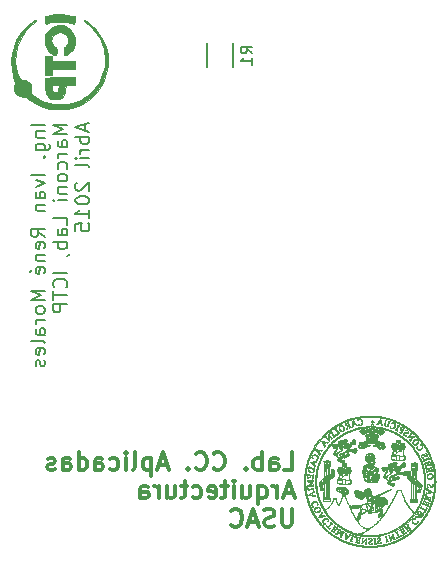
<source format=gbr>
G04 #@! TF.FileFunction,Legend,Bot*
%FSLAX46Y46*%
G04 Gerber Fmt 4.6, Leading zero omitted, Abs format (unit mm)*
G04 Created by KiCad (PCBNEW (after 2015-mar-04 BZR unknown)-product) date 10/04/2015 18:40:57*
%MOMM*%
G01*
G04 APERTURE LIST*
%ADD10C,0.100000*%
%ADD11C,0.200000*%
%ADD12C,0.300000*%
%ADD13C,0.150000*%
G04 APERTURE END LIST*
D10*
D11*
X106862857Y-60745714D02*
X105662857Y-60745714D01*
X106062857Y-61317143D02*
X106862857Y-61317143D01*
X106177143Y-61317143D02*
X106120000Y-61374286D01*
X106062857Y-61488572D01*
X106062857Y-61660000D01*
X106120000Y-61774286D01*
X106234286Y-61831429D01*
X106862857Y-61831429D01*
X106062857Y-62917143D02*
X107034286Y-62917143D01*
X107148571Y-62860000D01*
X107205714Y-62802857D01*
X107262857Y-62688572D01*
X107262857Y-62517143D01*
X107205714Y-62402857D01*
X106805714Y-62917143D02*
X106862857Y-62802857D01*
X106862857Y-62574286D01*
X106805714Y-62460000D01*
X106748571Y-62402857D01*
X106634286Y-62345714D01*
X106291429Y-62345714D01*
X106177143Y-62402857D01*
X106120000Y-62460000D01*
X106062857Y-62574286D01*
X106062857Y-62802857D01*
X106120000Y-62917143D01*
X106748571Y-63488571D02*
X106805714Y-63545714D01*
X106862857Y-63488571D01*
X106805714Y-63431428D01*
X106748571Y-63488571D01*
X106862857Y-63488571D01*
X106862857Y-64974286D02*
X105662857Y-64974286D01*
X106062857Y-65431430D02*
X106862857Y-65717144D01*
X106062857Y-66002858D01*
X106862857Y-66974287D02*
X106234286Y-66974287D01*
X106120000Y-66917144D01*
X106062857Y-66802858D01*
X106062857Y-66574287D01*
X106120000Y-66460001D01*
X106805714Y-66974287D02*
X106862857Y-66860001D01*
X106862857Y-66574287D01*
X106805714Y-66460001D01*
X106691429Y-66402858D01*
X106577143Y-66402858D01*
X106462857Y-66460001D01*
X106405714Y-66574287D01*
X106405714Y-66860001D01*
X106348571Y-66974287D01*
X106062857Y-67545715D02*
X106862857Y-67545715D01*
X106177143Y-67545715D02*
X106120000Y-67602858D01*
X106062857Y-67717144D01*
X106062857Y-67888572D01*
X106120000Y-68002858D01*
X106234286Y-68060001D01*
X106862857Y-68060001D01*
X106862857Y-70231430D02*
X106291429Y-69831430D01*
X106862857Y-69545715D02*
X105662857Y-69545715D01*
X105662857Y-70002858D01*
X105720000Y-70117144D01*
X105777143Y-70174287D01*
X105891429Y-70231430D01*
X106062857Y-70231430D01*
X106177143Y-70174287D01*
X106234286Y-70117144D01*
X106291429Y-70002858D01*
X106291429Y-69545715D01*
X106805714Y-71202858D02*
X106862857Y-71088572D01*
X106862857Y-70860001D01*
X106805714Y-70745715D01*
X106691429Y-70688572D01*
X106234286Y-70688572D01*
X106120000Y-70745715D01*
X106062857Y-70860001D01*
X106062857Y-71088572D01*
X106120000Y-71202858D01*
X106234286Y-71260001D01*
X106348571Y-71260001D01*
X106462857Y-70688572D01*
X106062857Y-71774286D02*
X106862857Y-71774286D01*
X106177143Y-71774286D02*
X106120000Y-71831429D01*
X106062857Y-71945715D01*
X106062857Y-72117143D01*
X106120000Y-72231429D01*
X106234286Y-72288572D01*
X106862857Y-72288572D01*
X106805714Y-73317143D02*
X106862857Y-73202857D01*
X106862857Y-72974286D01*
X106805714Y-72860000D01*
X106691429Y-72802857D01*
X106234286Y-72802857D01*
X106120000Y-72860000D01*
X106062857Y-72974286D01*
X106062857Y-73202857D01*
X106120000Y-73317143D01*
X106234286Y-73374286D01*
X106348571Y-73374286D01*
X106462857Y-72802857D01*
X105605714Y-73202857D02*
X105777143Y-73031429D01*
X106862857Y-74802857D02*
X105662857Y-74802857D01*
X106520000Y-75202857D01*
X105662857Y-75602857D01*
X106862857Y-75602857D01*
X106862857Y-76345715D02*
X106805714Y-76231429D01*
X106748571Y-76174286D01*
X106634286Y-76117143D01*
X106291429Y-76117143D01*
X106177143Y-76174286D01*
X106120000Y-76231429D01*
X106062857Y-76345715D01*
X106062857Y-76517143D01*
X106120000Y-76631429D01*
X106177143Y-76688572D01*
X106291429Y-76745715D01*
X106634286Y-76745715D01*
X106748571Y-76688572D01*
X106805714Y-76631429D01*
X106862857Y-76517143D01*
X106862857Y-76345715D01*
X106862857Y-77260000D02*
X106062857Y-77260000D01*
X106291429Y-77260000D02*
X106177143Y-77317143D01*
X106120000Y-77374286D01*
X106062857Y-77488572D01*
X106062857Y-77602857D01*
X106862857Y-78517143D02*
X106234286Y-78517143D01*
X106120000Y-78460000D01*
X106062857Y-78345714D01*
X106062857Y-78117143D01*
X106120000Y-78002857D01*
X106805714Y-78517143D02*
X106862857Y-78402857D01*
X106862857Y-78117143D01*
X106805714Y-78002857D01*
X106691429Y-77945714D01*
X106577143Y-77945714D01*
X106462857Y-78002857D01*
X106405714Y-78117143D01*
X106405714Y-78402857D01*
X106348571Y-78517143D01*
X106862857Y-79260000D02*
X106805714Y-79145714D01*
X106691429Y-79088571D01*
X105662857Y-79088571D01*
X106805714Y-80174285D02*
X106862857Y-80059999D01*
X106862857Y-79831428D01*
X106805714Y-79717142D01*
X106691429Y-79659999D01*
X106234286Y-79659999D01*
X106120000Y-79717142D01*
X106062857Y-79831428D01*
X106062857Y-80059999D01*
X106120000Y-80174285D01*
X106234286Y-80231428D01*
X106348571Y-80231428D01*
X106462857Y-79659999D01*
X106805714Y-80688570D02*
X106862857Y-80802856D01*
X106862857Y-81031428D01*
X106805714Y-81145713D01*
X106691429Y-81202856D01*
X106634286Y-81202856D01*
X106520000Y-81145713D01*
X106462857Y-81031428D01*
X106462857Y-80859999D01*
X106405714Y-80745713D01*
X106291429Y-80688570D01*
X106234286Y-80688570D01*
X106120000Y-80745713D01*
X106062857Y-80859999D01*
X106062857Y-81031428D01*
X106120000Y-81145713D01*
X108742857Y-60745714D02*
X107542857Y-60745714D01*
X108400000Y-61145714D01*
X107542857Y-61545714D01*
X108742857Y-61545714D01*
X108742857Y-62631429D02*
X108114286Y-62631429D01*
X108000000Y-62574286D01*
X107942857Y-62460000D01*
X107942857Y-62231429D01*
X108000000Y-62117143D01*
X108685714Y-62631429D02*
X108742857Y-62517143D01*
X108742857Y-62231429D01*
X108685714Y-62117143D01*
X108571429Y-62060000D01*
X108457143Y-62060000D01*
X108342857Y-62117143D01*
X108285714Y-62231429D01*
X108285714Y-62517143D01*
X108228571Y-62631429D01*
X108742857Y-63202857D02*
X107942857Y-63202857D01*
X108171429Y-63202857D02*
X108057143Y-63260000D01*
X108000000Y-63317143D01*
X107942857Y-63431429D01*
X107942857Y-63545714D01*
X108685714Y-64460000D02*
X108742857Y-64345714D01*
X108742857Y-64117143D01*
X108685714Y-64002857D01*
X108628571Y-63945714D01*
X108514286Y-63888571D01*
X108171429Y-63888571D01*
X108057143Y-63945714D01*
X108000000Y-64002857D01*
X107942857Y-64117143D01*
X107942857Y-64345714D01*
X108000000Y-64460000D01*
X108742857Y-65145714D02*
X108685714Y-65031428D01*
X108628571Y-64974285D01*
X108514286Y-64917142D01*
X108171429Y-64917142D01*
X108057143Y-64974285D01*
X108000000Y-65031428D01*
X107942857Y-65145714D01*
X107942857Y-65317142D01*
X108000000Y-65431428D01*
X108057143Y-65488571D01*
X108171429Y-65545714D01*
X108514286Y-65545714D01*
X108628571Y-65488571D01*
X108685714Y-65431428D01*
X108742857Y-65317142D01*
X108742857Y-65145714D01*
X107942857Y-66059999D02*
X108742857Y-66059999D01*
X108057143Y-66059999D02*
X108000000Y-66117142D01*
X107942857Y-66231428D01*
X107942857Y-66402856D01*
X108000000Y-66517142D01*
X108114286Y-66574285D01*
X108742857Y-66574285D01*
X108742857Y-67145713D02*
X107942857Y-67145713D01*
X107542857Y-67145713D02*
X107600000Y-67088570D01*
X107657143Y-67145713D01*
X107600000Y-67202856D01*
X107542857Y-67145713D01*
X107657143Y-67145713D01*
X108742857Y-69202857D02*
X108742857Y-68631428D01*
X107542857Y-68631428D01*
X108742857Y-70117143D02*
X108114286Y-70117143D01*
X108000000Y-70060000D01*
X107942857Y-69945714D01*
X107942857Y-69717143D01*
X108000000Y-69602857D01*
X108685714Y-70117143D02*
X108742857Y-70002857D01*
X108742857Y-69717143D01*
X108685714Y-69602857D01*
X108571429Y-69545714D01*
X108457143Y-69545714D01*
X108342857Y-69602857D01*
X108285714Y-69717143D01*
X108285714Y-70002857D01*
X108228571Y-70117143D01*
X108742857Y-70688571D02*
X107542857Y-70688571D01*
X108000000Y-70688571D02*
X107942857Y-70802857D01*
X107942857Y-71031428D01*
X108000000Y-71145714D01*
X108057143Y-71202857D01*
X108171429Y-71260000D01*
X108514286Y-71260000D01*
X108628571Y-71202857D01*
X108685714Y-71145714D01*
X108742857Y-71031428D01*
X108742857Y-70802857D01*
X108685714Y-70688571D01*
X108685714Y-71831428D02*
X108742857Y-71831428D01*
X108857143Y-71774285D01*
X108914286Y-71717142D01*
X108742857Y-73260000D02*
X107542857Y-73260000D01*
X108628571Y-74517144D02*
X108685714Y-74460001D01*
X108742857Y-74288572D01*
X108742857Y-74174286D01*
X108685714Y-74002858D01*
X108571429Y-73888572D01*
X108457143Y-73831429D01*
X108228571Y-73774286D01*
X108057143Y-73774286D01*
X107828571Y-73831429D01*
X107714286Y-73888572D01*
X107600000Y-74002858D01*
X107542857Y-74174286D01*
X107542857Y-74288572D01*
X107600000Y-74460001D01*
X107657143Y-74517144D01*
X107542857Y-74860001D02*
X107542857Y-75545715D01*
X108742857Y-75202858D02*
X107542857Y-75202858D01*
X108742857Y-75945715D02*
X107542857Y-75945715D01*
X107542857Y-76402858D01*
X107600000Y-76517144D01*
X107657143Y-76574287D01*
X107771429Y-76631430D01*
X107942857Y-76631430D01*
X108057143Y-76574287D01*
X108114286Y-76517144D01*
X108171429Y-76402858D01*
X108171429Y-75945715D01*
X110280000Y-60688571D02*
X110280000Y-61260000D01*
X110622857Y-60574286D02*
X109422857Y-60974286D01*
X110622857Y-61374286D01*
X110622857Y-61774285D02*
X109422857Y-61774285D01*
X109880000Y-61774285D02*
X109822857Y-61888571D01*
X109822857Y-62117142D01*
X109880000Y-62231428D01*
X109937143Y-62288571D01*
X110051429Y-62345714D01*
X110394286Y-62345714D01*
X110508571Y-62288571D01*
X110565714Y-62231428D01*
X110622857Y-62117142D01*
X110622857Y-61888571D01*
X110565714Y-61774285D01*
X110622857Y-62859999D02*
X109822857Y-62859999D01*
X110051429Y-62859999D02*
X109937143Y-62917142D01*
X109880000Y-62974285D01*
X109822857Y-63088571D01*
X109822857Y-63202856D01*
X110622857Y-63602856D02*
X109822857Y-63602856D01*
X109422857Y-63602856D02*
X109480000Y-63545713D01*
X109537143Y-63602856D01*
X109480000Y-63659999D01*
X109422857Y-63602856D01*
X109537143Y-63602856D01*
X110622857Y-64345714D02*
X110565714Y-64231428D01*
X110451429Y-64174285D01*
X109422857Y-64174285D01*
X109537143Y-65659999D02*
X109480000Y-65717142D01*
X109422857Y-65831428D01*
X109422857Y-66117142D01*
X109480000Y-66231428D01*
X109537143Y-66288571D01*
X109651429Y-66345714D01*
X109765714Y-66345714D01*
X109937143Y-66288571D01*
X110622857Y-65602857D01*
X110622857Y-66345714D01*
X109422857Y-67088571D02*
X109422857Y-67202856D01*
X109480000Y-67317142D01*
X109537143Y-67374285D01*
X109651429Y-67431428D01*
X109880000Y-67488571D01*
X110165714Y-67488571D01*
X110394286Y-67431428D01*
X110508571Y-67374285D01*
X110565714Y-67317142D01*
X110622857Y-67202856D01*
X110622857Y-67088571D01*
X110565714Y-66974285D01*
X110508571Y-66917142D01*
X110394286Y-66859999D01*
X110165714Y-66802856D01*
X109880000Y-66802856D01*
X109651429Y-66859999D01*
X109537143Y-66917142D01*
X109480000Y-66974285D01*
X109422857Y-67088571D01*
X110622857Y-68631428D02*
X110622857Y-67945713D01*
X110622857Y-68288571D02*
X109422857Y-68288571D01*
X109594286Y-68174285D01*
X109708571Y-68059999D01*
X109765714Y-67945713D01*
X109422857Y-69717142D02*
X109422857Y-69145713D01*
X109994286Y-69088570D01*
X109937143Y-69145713D01*
X109880000Y-69259999D01*
X109880000Y-69545713D01*
X109937143Y-69659999D01*
X109994286Y-69717142D01*
X110108571Y-69774285D01*
X110394286Y-69774285D01*
X110508571Y-69717142D01*
X110565714Y-69659999D01*
X110622857Y-69545713D01*
X110622857Y-69259999D01*
X110565714Y-69145713D01*
X110508571Y-69088570D01*
D12*
X127071571Y-89972571D02*
X127785857Y-89972571D01*
X127785857Y-88472571D01*
X125928714Y-89972571D02*
X125928714Y-89186857D01*
X126000143Y-89044000D01*
X126143000Y-88972571D01*
X126428714Y-88972571D01*
X126571571Y-89044000D01*
X125928714Y-89901143D02*
X126071571Y-89972571D01*
X126428714Y-89972571D01*
X126571571Y-89901143D01*
X126643000Y-89758286D01*
X126643000Y-89615429D01*
X126571571Y-89472571D01*
X126428714Y-89401143D01*
X126071571Y-89401143D01*
X125928714Y-89329714D01*
X125214428Y-89972571D02*
X125214428Y-88472571D01*
X125214428Y-89044000D02*
X125071571Y-88972571D01*
X124785857Y-88972571D01*
X124643000Y-89044000D01*
X124571571Y-89115429D01*
X124500142Y-89258286D01*
X124500142Y-89686857D01*
X124571571Y-89829714D01*
X124643000Y-89901143D01*
X124785857Y-89972571D01*
X125071571Y-89972571D01*
X125214428Y-89901143D01*
X123857285Y-89829714D02*
X123785857Y-89901143D01*
X123857285Y-89972571D01*
X123928714Y-89901143D01*
X123857285Y-89829714D01*
X123857285Y-89972571D01*
X121142999Y-89829714D02*
X121214428Y-89901143D01*
X121428714Y-89972571D01*
X121571571Y-89972571D01*
X121785856Y-89901143D01*
X121928714Y-89758286D01*
X122000142Y-89615429D01*
X122071571Y-89329714D01*
X122071571Y-89115429D01*
X122000142Y-88829714D01*
X121928714Y-88686857D01*
X121785856Y-88544000D01*
X121571571Y-88472571D01*
X121428714Y-88472571D01*
X121214428Y-88544000D01*
X121142999Y-88615429D01*
X119642999Y-89829714D02*
X119714428Y-89901143D01*
X119928714Y-89972571D01*
X120071571Y-89972571D01*
X120285856Y-89901143D01*
X120428714Y-89758286D01*
X120500142Y-89615429D01*
X120571571Y-89329714D01*
X120571571Y-89115429D01*
X120500142Y-88829714D01*
X120428714Y-88686857D01*
X120285856Y-88544000D01*
X120071571Y-88472571D01*
X119928714Y-88472571D01*
X119714428Y-88544000D01*
X119642999Y-88615429D01*
X119000142Y-89829714D02*
X118928714Y-89901143D01*
X119000142Y-89972571D01*
X119071571Y-89901143D01*
X119000142Y-89829714D01*
X119000142Y-89972571D01*
X117214428Y-89544000D02*
X116500142Y-89544000D01*
X117357285Y-89972571D02*
X116857285Y-88472571D01*
X116357285Y-89972571D01*
X115857285Y-88972571D02*
X115857285Y-90472571D01*
X115857285Y-89044000D02*
X115714428Y-88972571D01*
X115428714Y-88972571D01*
X115285857Y-89044000D01*
X115214428Y-89115429D01*
X115142999Y-89258286D01*
X115142999Y-89686857D01*
X115214428Y-89829714D01*
X115285857Y-89901143D01*
X115428714Y-89972571D01*
X115714428Y-89972571D01*
X115857285Y-89901143D01*
X114285856Y-89972571D02*
X114428714Y-89901143D01*
X114500142Y-89758286D01*
X114500142Y-88472571D01*
X113714428Y-89972571D02*
X113714428Y-88972571D01*
X113714428Y-88472571D02*
X113785857Y-88544000D01*
X113714428Y-88615429D01*
X113643000Y-88544000D01*
X113714428Y-88472571D01*
X113714428Y-88615429D01*
X112357285Y-89901143D02*
X112500142Y-89972571D01*
X112785856Y-89972571D01*
X112928714Y-89901143D01*
X113000142Y-89829714D01*
X113071571Y-89686857D01*
X113071571Y-89258286D01*
X113000142Y-89115429D01*
X112928714Y-89044000D01*
X112785856Y-88972571D01*
X112500142Y-88972571D01*
X112357285Y-89044000D01*
X111071571Y-89972571D02*
X111071571Y-89186857D01*
X111143000Y-89044000D01*
X111285857Y-88972571D01*
X111571571Y-88972571D01*
X111714428Y-89044000D01*
X111071571Y-89901143D02*
X111214428Y-89972571D01*
X111571571Y-89972571D01*
X111714428Y-89901143D01*
X111785857Y-89758286D01*
X111785857Y-89615429D01*
X111714428Y-89472571D01*
X111571571Y-89401143D01*
X111214428Y-89401143D01*
X111071571Y-89329714D01*
X109714428Y-89972571D02*
X109714428Y-88472571D01*
X109714428Y-89901143D02*
X109857285Y-89972571D01*
X110142999Y-89972571D01*
X110285857Y-89901143D01*
X110357285Y-89829714D01*
X110428714Y-89686857D01*
X110428714Y-89258286D01*
X110357285Y-89115429D01*
X110285857Y-89044000D01*
X110142999Y-88972571D01*
X109857285Y-88972571D01*
X109714428Y-89044000D01*
X108357285Y-89972571D02*
X108357285Y-89186857D01*
X108428714Y-89044000D01*
X108571571Y-88972571D01*
X108857285Y-88972571D01*
X109000142Y-89044000D01*
X108357285Y-89901143D02*
X108500142Y-89972571D01*
X108857285Y-89972571D01*
X109000142Y-89901143D01*
X109071571Y-89758286D01*
X109071571Y-89615429D01*
X109000142Y-89472571D01*
X108857285Y-89401143D01*
X108500142Y-89401143D01*
X108357285Y-89329714D01*
X107714428Y-89901143D02*
X107571571Y-89972571D01*
X107285856Y-89972571D01*
X107142999Y-89901143D01*
X107071571Y-89758286D01*
X107071571Y-89686857D01*
X107142999Y-89544000D01*
X107285856Y-89472571D01*
X107500142Y-89472571D01*
X107642999Y-89401143D01*
X107714428Y-89258286D01*
X107714428Y-89186857D01*
X107642999Y-89044000D01*
X107500142Y-88972571D01*
X107285856Y-88972571D01*
X107142999Y-89044000D01*
X127857286Y-91944000D02*
X127143000Y-91944000D01*
X128000143Y-92372571D02*
X127500143Y-90872571D01*
X127000143Y-92372571D01*
X126500143Y-92372571D02*
X126500143Y-91372571D01*
X126500143Y-91658286D02*
X126428715Y-91515429D01*
X126357286Y-91444000D01*
X126214429Y-91372571D01*
X126071572Y-91372571D01*
X124928715Y-91372571D02*
X124928715Y-92872571D01*
X124928715Y-92301143D02*
X125071572Y-92372571D01*
X125357286Y-92372571D01*
X125500144Y-92301143D01*
X125571572Y-92229714D01*
X125643001Y-92086857D01*
X125643001Y-91658286D01*
X125571572Y-91515429D01*
X125500144Y-91444000D01*
X125357286Y-91372571D01*
X125071572Y-91372571D01*
X124928715Y-91444000D01*
X123571572Y-91372571D02*
X123571572Y-92372571D01*
X124214429Y-91372571D02*
X124214429Y-92158286D01*
X124143001Y-92301143D01*
X124000143Y-92372571D01*
X123785858Y-92372571D01*
X123643001Y-92301143D01*
X123571572Y-92229714D01*
X122857286Y-92372571D02*
X122857286Y-91372571D01*
X122857286Y-90872571D02*
X122928715Y-90944000D01*
X122857286Y-91015429D01*
X122785858Y-90944000D01*
X122857286Y-90872571D01*
X122857286Y-91015429D01*
X122357286Y-91372571D02*
X121785857Y-91372571D01*
X122143000Y-90872571D02*
X122143000Y-92158286D01*
X122071572Y-92301143D01*
X121928714Y-92372571D01*
X121785857Y-92372571D01*
X120714429Y-92301143D02*
X120857286Y-92372571D01*
X121143000Y-92372571D01*
X121285857Y-92301143D01*
X121357286Y-92158286D01*
X121357286Y-91586857D01*
X121285857Y-91444000D01*
X121143000Y-91372571D01*
X120857286Y-91372571D01*
X120714429Y-91444000D01*
X120643000Y-91586857D01*
X120643000Y-91729714D01*
X121357286Y-91872571D01*
X119357286Y-92301143D02*
X119500143Y-92372571D01*
X119785857Y-92372571D01*
X119928715Y-92301143D01*
X120000143Y-92229714D01*
X120071572Y-92086857D01*
X120071572Y-91658286D01*
X120000143Y-91515429D01*
X119928715Y-91444000D01*
X119785857Y-91372571D01*
X119500143Y-91372571D01*
X119357286Y-91444000D01*
X118928715Y-91372571D02*
X118357286Y-91372571D01*
X118714429Y-90872571D02*
X118714429Y-92158286D01*
X118643001Y-92301143D01*
X118500143Y-92372571D01*
X118357286Y-92372571D01*
X117214429Y-91372571D02*
X117214429Y-92372571D01*
X117857286Y-91372571D02*
X117857286Y-92158286D01*
X117785858Y-92301143D01*
X117643000Y-92372571D01*
X117428715Y-92372571D01*
X117285858Y-92301143D01*
X117214429Y-92229714D01*
X116500143Y-92372571D02*
X116500143Y-91372571D01*
X116500143Y-91658286D02*
X116428715Y-91515429D01*
X116357286Y-91444000D01*
X116214429Y-91372571D01*
X116071572Y-91372571D01*
X114928715Y-92372571D02*
X114928715Y-91586857D01*
X115000144Y-91444000D01*
X115143001Y-91372571D01*
X115428715Y-91372571D01*
X115571572Y-91444000D01*
X114928715Y-92301143D02*
X115071572Y-92372571D01*
X115428715Y-92372571D01*
X115571572Y-92301143D01*
X115643001Y-92158286D01*
X115643001Y-92015429D01*
X115571572Y-91872571D01*
X115428715Y-91801143D01*
X115071572Y-91801143D01*
X114928715Y-91729714D01*
X127785857Y-93272571D02*
X127785857Y-94486857D01*
X127714429Y-94629714D01*
X127643000Y-94701143D01*
X127500143Y-94772571D01*
X127214429Y-94772571D01*
X127071571Y-94701143D01*
X127000143Y-94629714D01*
X126928714Y-94486857D01*
X126928714Y-93272571D01*
X126285857Y-94701143D02*
X126071571Y-94772571D01*
X125714428Y-94772571D01*
X125571571Y-94701143D01*
X125500142Y-94629714D01*
X125428714Y-94486857D01*
X125428714Y-94344000D01*
X125500142Y-94201143D01*
X125571571Y-94129714D01*
X125714428Y-94058286D01*
X126000142Y-93986857D01*
X126143000Y-93915429D01*
X126214428Y-93844000D01*
X126285857Y-93701143D01*
X126285857Y-93558286D01*
X126214428Y-93415429D01*
X126143000Y-93344000D01*
X126000142Y-93272571D01*
X125643000Y-93272571D01*
X125428714Y-93344000D01*
X124857286Y-94344000D02*
X124143000Y-94344000D01*
X125000143Y-94772571D02*
X124500143Y-93272571D01*
X124000143Y-94772571D01*
X122643000Y-94629714D02*
X122714429Y-94701143D01*
X122928715Y-94772571D01*
X123071572Y-94772571D01*
X123285857Y-94701143D01*
X123428715Y-94558286D01*
X123500143Y-94415429D01*
X123571572Y-94129714D01*
X123571572Y-93915429D01*
X123500143Y-93629714D01*
X123428715Y-93486857D01*
X123285857Y-93344000D01*
X123071572Y-93272571D01*
X122928715Y-93272571D01*
X122714429Y-93344000D01*
X122643000Y-93415429D01*
D10*
G36*
X108031562Y-59455367D02*
X108429625Y-59448854D01*
X108795764Y-59418424D01*
X109097805Y-59363719D01*
X109116000Y-59358895D01*
X109652834Y-59167566D01*
X110177501Y-58895386D01*
X110665742Y-58558145D01*
X111093299Y-58171632D01*
X111297863Y-57938697D01*
X111620424Y-57461810D01*
X111877558Y-56928947D01*
X112063617Y-56360771D01*
X112172956Y-55777941D01*
X112199928Y-55201119D01*
X112161660Y-54778163D01*
X112017451Y-54173389D01*
X111782630Y-53592919D01*
X111466181Y-53054125D01*
X111077085Y-52574373D01*
X110962081Y-52458510D01*
X110714071Y-52230824D01*
X110500465Y-52057509D01*
X110328761Y-51943182D01*
X110206454Y-51892457D01*
X110141041Y-51909949D01*
X110132000Y-51947498D01*
X110170053Y-51991868D01*
X110271266Y-52079025D01*
X110416225Y-52192564D01*
X110466685Y-52230312D01*
X110845605Y-52565367D01*
X111191474Y-52977333D01*
X111488889Y-53443062D01*
X111722446Y-53939409D01*
X111840053Y-54294000D01*
X111902040Y-54618733D01*
X111933618Y-55001221D01*
X111935218Y-55406521D01*
X111907269Y-55799691D01*
X111850202Y-56145790D01*
X111815655Y-56275200D01*
X111630350Y-56777830D01*
X111401082Y-57213818D01*
X111108643Y-57615060D01*
X110819835Y-57928934D01*
X110598293Y-58144130D01*
X110413282Y-58304203D01*
X110235139Y-58431110D01*
X110034203Y-58546805D01*
X109878000Y-58626060D01*
X109633578Y-58737536D01*
X109379742Y-58839087D01*
X109155828Y-58915518D01*
X109065200Y-58940074D01*
X108789985Y-58984328D01*
X108452472Y-59009075D01*
X108088553Y-59014294D01*
X107734122Y-58999967D01*
X107425069Y-58966071D01*
X107295752Y-58941071D01*
X106898273Y-58815570D01*
X106481391Y-58628567D01*
X106086648Y-58399853D01*
X105929251Y-58290044D01*
X105770411Y-58168748D01*
X105680509Y-58086170D01*
X105645283Y-58022717D01*
X105650468Y-57958796D01*
X105662551Y-57923698D01*
X105713822Y-57662278D01*
X105674838Y-57416313D01*
X105556936Y-57202794D01*
X105371449Y-57038713D01*
X105129712Y-56941062D01*
X104994796Y-56922647D01*
X104772600Y-56910200D01*
X104609648Y-56501977D01*
X104432816Y-55926979D01*
X104356412Y-55342973D01*
X104380153Y-54754361D01*
X104503755Y-54165547D01*
X104726934Y-53580934D01*
X104808048Y-53417023D01*
X104979218Y-53136204D01*
X105203751Y-52836484D01*
X105456646Y-52546844D01*
X105712903Y-52296267D01*
X105911535Y-52137816D01*
X106035925Y-52034975D01*
X106109044Y-51941671D01*
X106120470Y-51876052D01*
X106073588Y-51855600D01*
X105999244Y-51887403D01*
X105869160Y-51972767D01*
X105702510Y-52096622D01*
X105518472Y-52243900D01*
X105336221Y-52399533D01*
X105174934Y-52548451D01*
X105113671Y-52609914D01*
X104733044Y-53077113D01*
X104429467Y-53600427D01*
X104205423Y-54166964D01*
X104063391Y-54763834D01*
X104005854Y-55378143D01*
X104035292Y-55997001D01*
X104154186Y-56607517D01*
X104273536Y-56975195D01*
X104322229Y-57134820D01*
X104321966Y-57250104D01*
X104297472Y-57320485D01*
X104245544Y-57531572D01*
X104251537Y-57771362D01*
X104312521Y-57988682D01*
X104338564Y-58037739D01*
X104506747Y-58237292D01*
X104721731Y-58351434D01*
X104974125Y-58387294D01*
X105118135Y-58397256D01*
X105240371Y-58431237D01*
X105373333Y-58502915D01*
X105549524Y-58625969D01*
X105560595Y-58634117D01*
X106114978Y-58984904D01*
X106704446Y-59249287D01*
X106967592Y-59334988D01*
X107268370Y-59398076D01*
X107633752Y-59438322D01*
X108031562Y-59455367D01*
X108031562Y-59455367D01*
X108031562Y-59455367D01*
G37*
X108031562Y-59455367D02*
X108429625Y-59448854D01*
X108795764Y-59418424D01*
X109097805Y-59363719D01*
X109116000Y-59358895D01*
X109652834Y-59167566D01*
X110177501Y-58895386D01*
X110665742Y-58558145D01*
X111093299Y-58171632D01*
X111297863Y-57938697D01*
X111620424Y-57461810D01*
X111877558Y-56928947D01*
X112063617Y-56360771D01*
X112172956Y-55777941D01*
X112199928Y-55201119D01*
X112161660Y-54778163D01*
X112017451Y-54173389D01*
X111782630Y-53592919D01*
X111466181Y-53054125D01*
X111077085Y-52574373D01*
X110962081Y-52458510D01*
X110714071Y-52230824D01*
X110500465Y-52057509D01*
X110328761Y-51943182D01*
X110206454Y-51892457D01*
X110141041Y-51909949D01*
X110132000Y-51947498D01*
X110170053Y-51991868D01*
X110271266Y-52079025D01*
X110416225Y-52192564D01*
X110466685Y-52230312D01*
X110845605Y-52565367D01*
X111191474Y-52977333D01*
X111488889Y-53443062D01*
X111722446Y-53939409D01*
X111840053Y-54294000D01*
X111902040Y-54618733D01*
X111933618Y-55001221D01*
X111935218Y-55406521D01*
X111907269Y-55799691D01*
X111850202Y-56145790D01*
X111815655Y-56275200D01*
X111630350Y-56777830D01*
X111401082Y-57213818D01*
X111108643Y-57615060D01*
X110819835Y-57928934D01*
X110598293Y-58144130D01*
X110413282Y-58304203D01*
X110235139Y-58431110D01*
X110034203Y-58546805D01*
X109878000Y-58626060D01*
X109633578Y-58737536D01*
X109379742Y-58839087D01*
X109155828Y-58915518D01*
X109065200Y-58940074D01*
X108789985Y-58984328D01*
X108452472Y-59009075D01*
X108088553Y-59014294D01*
X107734122Y-58999967D01*
X107425069Y-58966071D01*
X107295752Y-58941071D01*
X106898273Y-58815570D01*
X106481391Y-58628567D01*
X106086648Y-58399853D01*
X105929251Y-58290044D01*
X105770411Y-58168748D01*
X105680509Y-58086170D01*
X105645283Y-58022717D01*
X105650468Y-57958796D01*
X105662551Y-57923698D01*
X105713822Y-57662278D01*
X105674838Y-57416313D01*
X105556936Y-57202794D01*
X105371449Y-57038713D01*
X105129712Y-56941062D01*
X104994796Y-56922647D01*
X104772600Y-56910200D01*
X104609648Y-56501977D01*
X104432816Y-55926979D01*
X104356412Y-55342973D01*
X104380153Y-54754361D01*
X104503755Y-54165547D01*
X104726934Y-53580934D01*
X104808048Y-53417023D01*
X104979218Y-53136204D01*
X105203751Y-52836484D01*
X105456646Y-52546844D01*
X105712903Y-52296267D01*
X105911535Y-52137816D01*
X106035925Y-52034975D01*
X106109044Y-51941671D01*
X106120470Y-51876052D01*
X106073588Y-51855600D01*
X105999244Y-51887403D01*
X105869160Y-51972767D01*
X105702510Y-52096622D01*
X105518472Y-52243900D01*
X105336221Y-52399533D01*
X105174934Y-52548451D01*
X105113671Y-52609914D01*
X104733044Y-53077113D01*
X104429467Y-53600427D01*
X104205423Y-54166964D01*
X104063391Y-54763834D01*
X104005854Y-55378143D01*
X104035292Y-55997001D01*
X104154186Y-56607517D01*
X104273536Y-56975195D01*
X104322229Y-57134820D01*
X104321966Y-57250104D01*
X104297472Y-57320485D01*
X104245544Y-57531572D01*
X104251537Y-57771362D01*
X104312521Y-57988682D01*
X104338564Y-58037739D01*
X104506747Y-58237292D01*
X104721731Y-58351434D01*
X104974125Y-58387294D01*
X105118135Y-58397256D01*
X105240371Y-58431237D01*
X105373333Y-58502915D01*
X105549524Y-58625969D01*
X105560595Y-58634117D01*
X106114978Y-58984904D01*
X106704446Y-59249287D01*
X106967592Y-59334988D01*
X107268370Y-59398076D01*
X107633752Y-59438322D01*
X108031562Y-59455367D01*
X108031562Y-59455367D01*
G36*
X107765504Y-54853294D02*
X107822374Y-54790804D01*
X107843869Y-54639879D01*
X107845678Y-54535300D01*
X107841904Y-54358489D01*
X107823546Y-54252897D01*
X107779380Y-54188199D01*
X107698178Y-54134068D01*
X107696871Y-54133324D01*
X107522025Y-53983996D01*
X107424942Y-53794086D01*
X107402048Y-53583895D01*
X107449767Y-53373725D01*
X107564526Y-53183876D01*
X107742750Y-53034650D01*
X107902490Y-52965493D01*
X108154275Y-52932417D01*
X108386058Y-52977803D01*
X108584821Y-53087176D01*
X108737548Y-53246057D01*
X108831221Y-53439971D01*
X108852826Y-53654440D01*
X108789344Y-53874988D01*
X108762928Y-53922457D01*
X108668307Y-54046970D01*
X108569113Y-54134832D01*
X108559918Y-54140145D01*
X108501967Y-54186191D01*
X108470171Y-54263522D01*
X108457279Y-54398844D01*
X108455600Y-54524387D01*
X108463206Y-54704371D01*
X108483848Y-54820097D01*
X108508423Y-54852800D01*
X108627903Y-54819636D01*
X108785724Y-54733992D01*
X108949819Y-54616634D01*
X109088121Y-54488328D01*
X109109668Y-54463419D01*
X109291398Y-54168323D01*
X109394309Y-53833532D01*
X109413548Y-53485839D01*
X109346216Y-53157476D01*
X109189131Y-52856047D01*
X108964981Y-52616140D01*
X108690798Y-52442267D01*
X108383613Y-52338939D01*
X108060458Y-52310666D01*
X107738365Y-52361958D01*
X107434365Y-52497327D01*
X107279902Y-52610231D01*
X107051497Y-52869409D01*
X106901003Y-53177799D01*
X106832851Y-53514452D01*
X106851470Y-53858417D01*
X106950773Y-54167000D01*
X107080853Y-54394774D01*
X107243066Y-54571933D01*
X107469782Y-54733188D01*
X107490400Y-54745676D01*
X107659449Y-54835525D01*
X107765504Y-54853294D01*
X107765504Y-54853294D01*
X107765504Y-54853294D01*
G37*
X107765504Y-54853294D02*
X107822374Y-54790804D01*
X107843869Y-54639879D01*
X107845678Y-54535300D01*
X107841904Y-54358489D01*
X107823546Y-54252897D01*
X107779380Y-54188199D01*
X107698178Y-54134068D01*
X107696871Y-54133324D01*
X107522025Y-53983996D01*
X107424942Y-53794086D01*
X107402048Y-53583895D01*
X107449767Y-53373725D01*
X107564526Y-53183876D01*
X107742750Y-53034650D01*
X107902490Y-52965493D01*
X108154275Y-52932417D01*
X108386058Y-52977803D01*
X108584821Y-53087176D01*
X108737548Y-53246057D01*
X108831221Y-53439971D01*
X108852826Y-53654440D01*
X108789344Y-53874988D01*
X108762928Y-53922457D01*
X108668307Y-54046970D01*
X108569113Y-54134832D01*
X108559918Y-54140145D01*
X108501967Y-54186191D01*
X108470171Y-54263522D01*
X108457279Y-54398844D01*
X108455600Y-54524387D01*
X108463206Y-54704371D01*
X108483848Y-54820097D01*
X108508423Y-54852800D01*
X108627903Y-54819636D01*
X108785724Y-54733992D01*
X108949819Y-54616634D01*
X109088121Y-54488328D01*
X109109668Y-54463419D01*
X109291398Y-54168323D01*
X109394309Y-53833532D01*
X109413548Y-53485839D01*
X109346216Y-53157476D01*
X109189131Y-52856047D01*
X108964981Y-52616140D01*
X108690798Y-52442267D01*
X108383613Y-52338939D01*
X108060458Y-52310666D01*
X107738365Y-52361958D01*
X107434365Y-52497327D01*
X107279902Y-52610231D01*
X107051497Y-52869409D01*
X106901003Y-53177799D01*
X106832851Y-53514452D01*
X106851470Y-53858417D01*
X106950773Y-54167000D01*
X107080853Y-54394774D01*
X107243066Y-54571933D01*
X107469782Y-54733188D01*
X107490400Y-54745676D01*
X107659449Y-54835525D01*
X107765504Y-54853294D01*
X107765504Y-54853294D01*
G36*
X106923814Y-52196013D02*
X106969700Y-52187813D01*
X107325452Y-52087623D01*
X107741342Y-52029771D01*
X108185148Y-52014258D01*
X108624649Y-52041084D01*
X109027624Y-52110249D01*
X109281100Y-52187813D01*
X109328847Y-52195519D01*
X109355707Y-52159274D01*
X109367486Y-52059540D01*
X109370000Y-51888822D01*
X109370000Y-51555575D01*
X109179500Y-51502412D01*
X108731607Y-51413851D01*
X108234931Y-51377404D01*
X107727924Y-51393097D01*
X107249032Y-51460955D01*
X107080297Y-51500996D01*
X106880800Y-51554716D01*
X106880800Y-51888393D01*
X106883646Y-52066425D01*
X106896052Y-52162455D01*
X106923814Y-52196013D01*
X106923814Y-52196013D01*
X106923814Y-52196013D01*
G37*
X106923814Y-52196013D02*
X106969700Y-52187813D01*
X107325452Y-52087623D01*
X107741342Y-52029771D01*
X108185148Y-52014258D01*
X108624649Y-52041084D01*
X109027624Y-52110249D01*
X109281100Y-52187813D01*
X109328847Y-52195519D01*
X109355707Y-52159274D01*
X109367486Y-52059540D01*
X109370000Y-51888822D01*
X109370000Y-51555575D01*
X109179500Y-51502412D01*
X108731607Y-51413851D01*
X108234931Y-51377404D01*
X107727924Y-51393097D01*
X107249032Y-51460955D01*
X107080297Y-51500996D01*
X106880800Y-51554716D01*
X106880800Y-51888393D01*
X106883646Y-52066425D01*
X106896052Y-52162455D01*
X106923814Y-52196013D01*
X106923814Y-52196013D01*
G36*
X107439600Y-56529200D02*
X107439600Y-56275200D01*
X107439600Y-56021200D01*
X108404800Y-56021200D01*
X109370000Y-56021200D01*
X109370000Y-55688980D01*
X109370000Y-55356761D01*
X108468300Y-55360891D01*
X108172743Y-55362114D01*
X107910548Y-55362954D01*
X107699407Y-55363373D01*
X107557013Y-55363335D01*
X107503100Y-55362910D01*
X107459055Y-55312853D01*
X107440171Y-55171505D01*
X107439600Y-55132200D01*
X107439600Y-54903600D01*
X107160200Y-54903600D01*
X106880800Y-54903600D01*
X106880800Y-55716400D01*
X106880800Y-56529200D01*
X107160200Y-56529200D01*
X107439600Y-56529200D01*
X107439600Y-56529200D01*
X107439600Y-56529200D01*
G37*
X107439600Y-56529200D02*
X107439600Y-56275200D01*
X107439600Y-56021200D01*
X108404800Y-56021200D01*
X109370000Y-56021200D01*
X109370000Y-55688980D01*
X109370000Y-55356761D01*
X108468300Y-55360891D01*
X108172743Y-55362114D01*
X107910548Y-55362954D01*
X107699407Y-55363373D01*
X107557013Y-55363335D01*
X107503100Y-55362910D01*
X107459055Y-55312853D01*
X107440171Y-55171505D01*
X107439600Y-55132200D01*
X107439600Y-54903600D01*
X107160200Y-54903600D01*
X106880800Y-54903600D01*
X106880800Y-55716400D01*
X106880800Y-56529200D01*
X107160200Y-56529200D01*
X107439600Y-56529200D01*
X107439600Y-56529200D01*
G36*
X107664354Y-58602466D02*
X107781952Y-58599984D01*
X108055646Y-58555705D01*
X108267654Y-58452773D01*
X108423409Y-58283475D01*
X108528347Y-58040097D01*
X108536040Y-57998090D01*
X107721337Y-57998090D01*
X107584775Y-57955716D01*
X107532500Y-57918326D01*
X107465673Y-57810196D01*
X107440266Y-57633108D01*
X107439600Y-57588126D01*
X107439600Y-57342000D01*
X107715275Y-57342000D01*
X107882581Y-57348761D01*
X107972958Y-57373847D01*
X108010465Y-57424463D01*
X108012162Y-57430900D01*
X108018497Y-57575088D01*
X107992096Y-57753330D01*
X107941884Y-57907017D01*
X107938657Y-57913500D01*
X107852577Y-57983860D01*
X107721337Y-57998090D01*
X108536040Y-57998090D01*
X108587901Y-57714925D01*
X108605595Y-57430900D01*
X108620004Y-57384986D01*
X108673810Y-57358033D01*
X108787505Y-57345288D01*
X108981579Y-57342002D01*
X108989000Y-57342000D01*
X109370000Y-57342000D01*
X109370000Y-57037200D01*
X109370000Y-56732400D01*
X108315900Y-56732959D01*
X107985395Y-56734670D01*
X107677644Y-56739120D01*
X107411498Y-56745811D01*
X107205807Y-56754249D01*
X107079422Y-56763937D01*
X107066390Y-56765802D01*
X106870980Y-56798087D01*
X106888590Y-57438343D01*
X106899079Y-57723019D01*
X106914369Y-57927367D01*
X106937579Y-58072644D01*
X106971829Y-58180108D01*
X107007800Y-58250654D01*
X107170223Y-58445004D01*
X107386063Y-58560915D01*
X107664354Y-58602466D01*
X107664354Y-58602466D01*
X107664354Y-58602466D01*
G37*
X107664354Y-58602466D02*
X107781952Y-58599984D01*
X108055646Y-58555705D01*
X108267654Y-58452773D01*
X108423409Y-58283475D01*
X108528347Y-58040097D01*
X108536040Y-57998090D01*
X107721337Y-57998090D01*
X107584775Y-57955716D01*
X107532500Y-57918326D01*
X107465673Y-57810196D01*
X107440266Y-57633108D01*
X107439600Y-57588126D01*
X107439600Y-57342000D01*
X107715275Y-57342000D01*
X107882581Y-57348761D01*
X107972958Y-57373847D01*
X108010465Y-57424463D01*
X108012162Y-57430900D01*
X108018497Y-57575088D01*
X107992096Y-57753330D01*
X107941884Y-57907017D01*
X107938657Y-57913500D01*
X107852577Y-57983860D01*
X107721337Y-57998090D01*
X108536040Y-57998090D01*
X108587901Y-57714925D01*
X108605595Y-57430900D01*
X108620004Y-57384986D01*
X108673810Y-57358033D01*
X108787505Y-57345288D01*
X108981579Y-57342002D01*
X108989000Y-57342000D01*
X109370000Y-57342000D01*
X109370000Y-57037200D01*
X109370000Y-56732400D01*
X108315900Y-56732959D01*
X107985395Y-56734670D01*
X107677644Y-56739120D01*
X107411498Y-56745811D01*
X107205807Y-56754249D01*
X107079422Y-56763937D01*
X107066390Y-56765802D01*
X106870980Y-56798087D01*
X106888590Y-57438343D01*
X106899079Y-57723019D01*
X106914369Y-57927367D01*
X106937579Y-58072644D01*
X106971829Y-58180108D01*
X107007800Y-58250654D01*
X107170223Y-58445004D01*
X107386063Y-58560915D01*
X107664354Y-58602466D01*
X107664354Y-58602466D01*
G36*
X128798934Y-90926319D02*
X128799040Y-91009840D01*
X128799758Y-91090413D01*
X128801099Y-91165545D01*
X128803075Y-91232742D01*
X128805696Y-91289512D01*
X128806936Y-91308860D01*
X128829374Y-91557364D01*
X128860902Y-91799447D01*
X128901295Y-92033923D01*
X128902396Y-92038990D01*
X128902396Y-90946806D01*
X128903201Y-90856944D01*
X128904835Y-90767295D01*
X128907257Y-90680714D01*
X128910430Y-90600053D01*
X128914314Y-90528166D01*
X128918870Y-90467906D01*
X128918903Y-90467543D01*
X128924093Y-90415769D01*
X128930876Y-90355664D01*
X128938912Y-90289670D01*
X128947862Y-90220225D01*
X128957386Y-90149771D01*
X128967143Y-90080749D01*
X128976795Y-90015598D01*
X128986001Y-89956760D01*
X128994421Y-89906674D01*
X129001715Y-89867782D01*
X129003791Y-89857943D01*
X129022371Y-89773664D01*
X129038246Y-89702589D01*
X129051652Y-89643712D01*
X129062823Y-89596022D01*
X129071993Y-89558513D01*
X129079398Y-89530174D01*
X129083179Y-89516857D01*
X129125399Y-89377020D01*
X129165805Y-89249201D01*
X129205259Y-89131154D01*
X129244626Y-89020633D01*
X129284768Y-88915391D01*
X129326548Y-88813181D01*
X129370829Y-88711756D01*
X129418474Y-88608871D01*
X129470346Y-88502278D01*
X129481539Y-88479847D01*
X129607367Y-88244230D01*
X129746632Y-88012669D01*
X129898546Y-87786325D01*
X130062323Y-87566362D01*
X130237177Y-87353941D01*
X130265391Y-87321572D01*
X130287866Y-87296867D01*
X130319110Y-87263789D01*
X130357432Y-87224029D01*
X130401144Y-87179280D01*
X130448554Y-87131231D01*
X130497974Y-87081575D01*
X130547713Y-87032003D01*
X130596083Y-86984205D01*
X130641392Y-86939874D01*
X130681951Y-86900701D01*
X130716071Y-86868376D01*
X130741057Y-86845483D01*
X130811588Y-86784230D01*
X130888789Y-86719918D01*
X130970101Y-86654519D01*
X131052967Y-86590003D01*
X131134828Y-86528339D01*
X131213125Y-86471496D01*
X131285302Y-86421446D01*
X131329621Y-86392271D01*
X131363577Y-86370509D01*
X131403899Y-86344663D01*
X131444739Y-86318482D01*
X131470400Y-86302029D01*
X131529111Y-86264735D01*
X131583044Y-86231349D01*
X131634442Y-86200647D01*
X131685548Y-86171402D01*
X131738606Y-86142390D01*
X131795857Y-86112383D01*
X131859546Y-86080158D01*
X131931915Y-86044488D01*
X132015207Y-86004148D01*
X132018314Y-86002652D01*
X132129797Y-85950861D01*
X132247231Y-85899708D01*
X132366773Y-85850734D01*
X132484578Y-85805480D01*
X132596800Y-85765485D01*
X132671457Y-85740977D01*
X132747122Y-85717320D01*
X132811884Y-85697442D01*
X132868603Y-85680518D01*
X132920140Y-85665724D01*
X132969356Y-85652236D01*
X133019114Y-85639231D01*
X133063343Y-85628095D01*
X133123981Y-85613250D01*
X133178307Y-85600501D01*
X133229107Y-85589319D01*
X133279168Y-85579176D01*
X133331276Y-85569542D01*
X133388217Y-85559889D01*
X133452779Y-85549689D01*
X133527747Y-85538412D01*
X133564086Y-85533070D01*
X133788299Y-85504381D01*
X134006972Y-85484981D01*
X134223031Y-85474843D01*
X134439406Y-85473939D01*
X134659023Y-85482240D01*
X134884812Y-85499719D01*
X135059057Y-85518723D01*
X135330241Y-85559009D01*
X135599860Y-85613705D01*
X135867804Y-85682781D01*
X136133965Y-85766208D01*
X136398232Y-85863955D01*
X136583057Y-85941331D01*
X136640103Y-85967280D01*
X136705506Y-85998565D01*
X136776678Y-86033829D01*
X136851031Y-86071713D01*
X136925979Y-86110862D01*
X136998933Y-86149917D01*
X137067307Y-86187522D01*
X137128512Y-86222320D01*
X137179962Y-86252953D01*
X137194789Y-86262189D01*
X137289373Y-86322357D01*
X137373470Y-86376800D01*
X137449172Y-86427032D01*
X137518571Y-86474567D01*
X137583759Y-86520919D01*
X137646830Y-86567603D01*
X137709875Y-86616133D01*
X137774986Y-86668024D01*
X137844256Y-86724790D01*
X137911114Y-86780650D01*
X137953362Y-86817043D01*
X138003012Y-86861214D01*
X138057281Y-86910601D01*
X138113388Y-86962640D01*
X138168549Y-87014770D01*
X138219982Y-87064428D01*
X138230584Y-87074829D01*
X138253399Y-87097967D01*
X138283420Y-87129396D01*
X138318253Y-87166519D01*
X138355507Y-87206737D01*
X138392788Y-87247454D01*
X138427706Y-87286070D01*
X138457867Y-87319990D01*
X138480880Y-87346614D01*
X138481076Y-87346846D01*
X138507716Y-87378459D01*
X138527886Y-87402370D01*
X138544463Y-87421978D01*
X138560326Y-87440685D01*
X138578354Y-87461890D01*
X138597902Y-87484857D01*
X138635203Y-87529220D01*
X138666558Y-87567949D01*
X138695895Y-87606047D01*
X138727144Y-87648515D01*
X138734704Y-87658994D01*
X138753613Y-87684843D01*
X138770754Y-87707507D01*
X138783394Y-87723404D01*
X138786699Y-87727195D01*
X138794634Y-87737448D01*
X138809190Y-87757915D01*
X138829063Y-87786651D01*
X138852949Y-87821711D01*
X138879545Y-87861149D01*
X138907548Y-87903020D01*
X138935653Y-87945378D01*
X138962557Y-87986279D01*
X138986955Y-88023776D01*
X139007545Y-88055925D01*
X139015800Y-88069057D01*
X139063179Y-88147540D01*
X139113596Y-88235516D01*
X139164821Y-88328955D01*
X139214622Y-88423827D01*
X139239904Y-88473770D01*
X139261374Y-88516750D01*
X139281418Y-88556828D01*
X139298854Y-88591644D01*
X139312501Y-88618840D01*
X139321177Y-88636059D01*
X139322541Y-88638743D01*
X139330234Y-88654998D01*
X139341976Y-88681221D01*
X139356252Y-88713973D01*
X139371549Y-88749816D01*
X139373673Y-88754857D01*
X139427678Y-88885483D01*
X139475323Y-89005908D01*
X139517430Y-89118546D01*
X139554822Y-89225810D01*
X139588319Y-89330113D01*
X139618745Y-89433867D01*
X139646920Y-89539486D01*
X139662891Y-89603943D01*
X139708006Y-89802611D01*
X139745221Y-89993039D01*
X139775020Y-90178835D01*
X139797892Y-90363604D01*
X139814321Y-90550952D01*
X139824796Y-90744486D01*
X139827392Y-90823143D01*
X139828693Y-90944869D01*
X139826371Y-91075091D01*
X139820670Y-91210534D01*
X139811836Y-91347921D01*
X139800116Y-91483979D01*
X139785755Y-91615431D01*
X139768998Y-91739003D01*
X139750353Y-91850029D01*
X139723181Y-91990762D01*
X139696757Y-92118873D01*
X139670610Y-92236202D01*
X139644270Y-92344589D01*
X139617266Y-92445876D01*
X139589129Y-92541903D01*
X139559388Y-92634510D01*
X139527572Y-92725538D01*
X139524631Y-92733606D01*
X139512015Y-92768443D01*
X139500242Y-92801549D01*
X139490834Y-92828615D01*
X139486211Y-92842463D01*
X139481855Y-92855297D01*
X139475809Y-92871655D01*
X139467510Y-92892913D01*
X139456394Y-92920447D01*
X139441899Y-92955633D01*
X139423462Y-92999849D01*
X139400520Y-93054469D01*
X139372511Y-93120871D01*
X139368268Y-93130914D01*
X139339212Y-93196971D01*
X139304711Y-93270897D01*
X139266133Y-93350077D01*
X139224841Y-93431896D01*
X139182202Y-93513738D01*
X139139580Y-93592988D01*
X139098341Y-93667029D01*
X139059851Y-93733246D01*
X139025474Y-93789024D01*
X139021656Y-93794943D01*
X138953159Y-93899735D01*
X138890824Y-93993323D01*
X138833644Y-94077122D01*
X138780611Y-94152546D01*
X138730717Y-94221011D01*
X138682954Y-94283931D01*
X138636314Y-94342722D01*
X138600887Y-94385645D01*
X138575511Y-94416115D01*
X138549505Y-94447738D01*
X138526794Y-94475727D01*
X138517086Y-94487890D01*
X138491515Y-94518623D01*
X138457124Y-94557548D01*
X138415638Y-94602884D01*
X138368784Y-94652850D01*
X138318287Y-94705664D01*
X138265871Y-94759546D01*
X138213263Y-94812715D01*
X138162188Y-94863388D01*
X138114371Y-94909786D01*
X138071537Y-94950126D01*
X138052263Y-94967708D01*
X137926983Y-95078027D01*
X137806474Y-95179003D01*
X137687329Y-95273285D01*
X137566140Y-95363522D01*
X137439502Y-95452363D01*
X137361487Y-95504775D01*
X137317604Y-95533659D01*
X137275528Y-95561042D01*
X137237473Y-95585509D01*
X137205651Y-95605643D01*
X137182273Y-95620028D01*
X137172801Y-95625543D01*
X137154396Y-95635782D01*
X137126066Y-95651607D01*
X137090539Y-95671490D01*
X137050543Y-95693905D01*
X137008806Y-95717326D01*
X137007600Y-95718004D01*
X136953697Y-95747556D01*
X136891435Y-95780507D01*
X136824363Y-95815068D01*
X136756031Y-95849451D01*
X136689988Y-95881868D01*
X136629785Y-95910530D01*
X136583057Y-95931849D01*
X136490905Y-95971279D01*
X136390881Y-96011622D01*
X136285992Y-96051806D01*
X136179245Y-96090758D01*
X136073647Y-96127406D01*
X135972205Y-96160677D01*
X135877927Y-96189498D01*
X135799286Y-96211377D01*
X135764600Y-96220198D01*
X135721855Y-96230684D01*
X135673538Y-96242262D01*
X135622136Y-96254359D01*
X135570137Y-96266405D01*
X135520027Y-96277826D01*
X135474293Y-96288051D01*
X135435423Y-96296508D01*
X135405904Y-96302626D01*
X135389257Y-96305678D01*
X135369745Y-96308844D01*
X135339813Y-96313916D01*
X135303323Y-96320233D01*
X135264139Y-96327129D01*
X135258628Y-96328108D01*
X135174235Y-96341786D01*
X135078203Y-96354990D01*
X134973408Y-96367412D01*
X134862727Y-96378741D01*
X134749034Y-96388670D01*
X134635205Y-96396887D01*
X134598228Y-96399163D01*
X134568756Y-96400307D01*
X134527580Y-96401082D01*
X134477504Y-96401504D01*
X134421333Y-96401591D01*
X134361873Y-96401359D01*
X134301928Y-96400824D01*
X134244303Y-96400003D01*
X134191803Y-96398913D01*
X134147233Y-96397570D01*
X134119257Y-96396330D01*
X134011826Y-96389560D01*
X133902578Y-96380959D01*
X133794207Y-96370819D01*
X133689408Y-96359435D01*
X133590874Y-96347101D01*
X133501297Y-96334110D01*
X133423373Y-96320756D01*
X133418943Y-96319915D01*
X133274555Y-96291434D01*
X133142088Y-96263299D01*
X133018989Y-96234749D01*
X132902706Y-96205021D01*
X132790687Y-96173355D01*
X132680381Y-96138988D01*
X132569236Y-96101158D01*
X132454700Y-96059103D01*
X132334220Y-96012062D01*
X132205246Y-95959273D01*
X132191037Y-95953336D01*
X132010071Y-95872303D01*
X131825552Y-95779547D01*
X131639860Y-95676590D01*
X131455377Y-95564957D01*
X131274484Y-95446168D01*
X131099563Y-95321746D01*
X130932996Y-95193214D01*
X130777164Y-95062095D01*
X130727972Y-95018035D01*
X130696251Y-94988657D01*
X130657190Y-94951700D01*
X130612968Y-94909297D01*
X130565768Y-94863583D01*
X130517772Y-94816691D01*
X130471160Y-94770753D01*
X130428114Y-94727902D01*
X130390816Y-94690273D01*
X130361447Y-94659999D01*
X130356428Y-94654708D01*
X130308257Y-94602216D01*
X130254468Y-94541121D01*
X130197344Y-94474201D01*
X130139169Y-94404231D01*
X130082228Y-94333990D01*
X130028803Y-94266255D01*
X129981178Y-94203801D01*
X129946408Y-94156159D01*
X129906235Y-94098732D01*
X129863190Y-94035730D01*
X129818832Y-93969544D01*
X129774720Y-93902569D01*
X129732415Y-93837198D01*
X129693473Y-93775824D01*
X129659456Y-93720839D01*
X129631921Y-93674638D01*
X129625990Y-93664314D01*
X129601462Y-93620513D01*
X129574220Y-93570711D01*
X129545363Y-93517023D01*
X129515988Y-93461561D01*
X129487193Y-93406439D01*
X129460075Y-93353772D01*
X129435732Y-93305673D01*
X129415262Y-93264255D01*
X129399762Y-93231633D01*
X129391292Y-93212343D01*
X129380310Y-93185747D01*
X129366138Y-93152087D01*
X129351405Y-93117598D01*
X129347755Y-93109143D01*
X129327588Y-93061259D01*
X129302883Y-93000279D01*
X129273559Y-92926004D01*
X129239537Y-92838235D01*
X129237666Y-92833372D01*
X129189815Y-92701796D01*
X129143457Y-92560572D01*
X129100032Y-92414565D01*
X129060976Y-92268639D01*
X129027730Y-92127660D01*
X129024194Y-92111286D01*
X128990296Y-91941395D01*
X128962450Y-91776273D01*
X128940028Y-91611281D01*
X128922407Y-91441779D01*
X128908959Y-91263128D01*
X128908229Y-91251314D01*
X128905334Y-91189135D01*
X128903423Y-91115755D01*
X128902457Y-91034027D01*
X128902396Y-90946806D01*
X128902396Y-92038990D01*
X128950329Y-92259605D01*
X129007777Y-92475307D01*
X129058813Y-92637429D01*
X129083426Y-92709293D01*
X129108899Y-92781872D01*
X129134431Y-92852999D01*
X129159218Y-92920511D01*
X129182460Y-92982239D01*
X129203354Y-93036019D01*
X129221098Y-93079686D01*
X129231212Y-93103065D01*
X129238375Y-93119457D01*
X129249513Y-93145489D01*
X129263024Y-93177399D01*
X129275505Y-93207114D01*
X129285775Y-93230220D01*
X129300997Y-93262545D01*
X129320237Y-93302259D01*
X129342563Y-93347533D01*
X129367041Y-93396537D01*
X129392737Y-93447441D01*
X129418719Y-93498416D01*
X129444053Y-93547632D01*
X129467806Y-93593259D01*
X129489045Y-93633468D01*
X129506836Y-93666429D01*
X129520245Y-93690313D01*
X129528341Y-93703289D01*
X129529079Y-93704229D01*
X129537886Y-93717204D01*
X129549205Y-93737067D01*
X129553711Y-93745751D01*
X129564642Y-93765613D01*
X129582162Y-93795226D01*
X129604800Y-93832267D01*
X129631083Y-93874417D01*
X129659539Y-93919356D01*
X129688697Y-93964762D01*
X129717085Y-94008316D01*
X129743230Y-94047698D01*
X129765662Y-94080585D01*
X129770357Y-94087294D01*
X129813602Y-94148636D01*
X129849959Y-94200000D01*
X129880877Y-94243290D01*
X129907805Y-94280409D01*
X129932193Y-94313260D01*
X129955490Y-94343746D01*
X129979147Y-94373770D01*
X130004611Y-94405234D01*
X130033333Y-94440043D01*
X130066762Y-94480098D01*
X130097027Y-94516198D01*
X130206294Y-94643054D01*
X130313595Y-94760531D01*
X130422652Y-94872609D01*
X130507513Y-94955212D01*
X130543725Y-94989343D01*
X130583574Y-95026295D01*
X130625594Y-95064767D01*
X130668318Y-95103458D01*
X130710283Y-95141067D01*
X130750022Y-95176293D01*
X130786069Y-95207834D01*
X130816959Y-95234391D01*
X130841227Y-95254660D01*
X130857406Y-95267343D01*
X130863341Y-95271089D01*
X130872436Y-95276744D01*
X130889664Y-95289357D01*
X130911962Y-95306653D01*
X130922486Y-95315075D01*
X130967978Y-95351127D01*
X131018544Y-95390042D01*
X131069343Y-95428159D01*
X131115538Y-95461815D01*
X131129314Y-95471578D01*
X131157416Y-95491019D01*
X131192946Y-95515159D01*
X131233649Y-95542511D01*
X131277274Y-95571585D01*
X131321566Y-95600894D01*
X131364271Y-95628951D01*
X131403136Y-95654266D01*
X131435908Y-95675353D01*
X131460333Y-95690722D01*
X131470400Y-95696788D01*
X131583700Y-95761976D01*
X131687025Y-95820080D01*
X131782458Y-95872098D01*
X131872078Y-95919029D01*
X131957968Y-95961873D01*
X132042208Y-96001629D01*
X132126879Y-96039295D01*
X132214062Y-96075871D01*
X132305838Y-96112356D01*
X132404288Y-96149748D01*
X132446486Y-96165360D01*
X132549771Y-96202586D01*
X132646791Y-96235872D01*
X132739916Y-96265843D01*
X132831518Y-96293123D01*
X132923966Y-96318338D01*
X133019633Y-96342114D01*
X133120888Y-96365075D01*
X133230103Y-96387846D01*
X133349648Y-96411054D01*
X133444970Y-96428660D01*
X133489272Y-96435946D01*
X133545400Y-96443985D01*
X133610703Y-96452473D01*
X133682531Y-96461101D01*
X133758235Y-96469563D01*
X133835165Y-96477554D01*
X133910670Y-96484766D01*
X133982100Y-96490893D01*
X133985000Y-96491124D01*
X134018354Y-96493188D01*
X134063692Y-96495140D01*
X134118481Y-96496941D01*
X134180191Y-96498550D01*
X134246292Y-96499930D01*
X134314251Y-96501040D01*
X134381538Y-96501842D01*
X134445621Y-96502297D01*
X134503971Y-96502365D01*
X134554055Y-96502007D01*
X134593343Y-96501185D01*
X134605486Y-96500716D01*
X134889920Y-96480626D01*
X135170001Y-96446801D01*
X135446493Y-96399092D01*
X135720162Y-96337344D01*
X135991773Y-96261407D01*
X136258751Y-96172335D01*
X136315392Y-96151500D01*
X136375369Y-96128711D01*
X136435512Y-96105229D01*
X136492649Y-96082315D01*
X136543608Y-96061230D01*
X136585218Y-96043236D01*
X136597584Y-96037625D01*
X136623402Y-96025920D01*
X136643940Y-96017021D01*
X136655850Y-96012363D01*
X136657357Y-96012000D01*
X136664681Y-96008859D01*
X136683321Y-95999974D01*
X136711642Y-95986149D01*
X136748007Y-95968190D01*
X136790780Y-95946902D01*
X136838325Y-95923091D01*
X136854584Y-95914917D01*
X136979941Y-95850285D01*
X137098026Y-95786287D01*
X137207103Y-95723906D01*
X137305437Y-95664131D01*
X137374086Y-95619600D01*
X137405459Y-95598730D01*
X137433880Y-95580132D01*
X137456456Y-95565679D01*
X137470290Y-95557246D01*
X137471304Y-95556684D01*
X137485468Y-95548020D01*
X137507113Y-95533636D01*
X137531995Y-95516366D01*
X137536618Y-95513079D01*
X137565767Y-95492437D01*
X137596354Y-95471052D01*
X137621816Y-95453511D01*
X137622086Y-95453327D01*
X137650609Y-95433019D01*
X137687851Y-95405141D01*
X137731494Y-95371549D01*
X137779219Y-95334099D01*
X137828708Y-95294646D01*
X137877643Y-95255048D01*
X137923705Y-95217159D01*
X137964577Y-95182836D01*
X137997941Y-95153935D01*
X138012714Y-95140594D01*
X138030351Y-95124477D01*
X138056172Y-95101115D01*
X138087515Y-95072908D01*
X138121715Y-95042253D01*
X138146971Y-95019693D01*
X138213206Y-94958566D01*
X138285438Y-94888254D01*
X138361211Y-94811369D01*
X138438068Y-94730524D01*
X138513553Y-94648331D01*
X138585209Y-94567404D01*
X138650580Y-94490354D01*
X138687846Y-94444457D01*
X138706916Y-94420620D01*
X138722601Y-94401270D01*
X138732714Y-94389093D01*
X138735138Y-94386400D01*
X138745986Y-94374248D01*
X138763771Y-94351572D01*
X138787402Y-94319941D01*
X138815791Y-94280923D01*
X138847847Y-94236089D01*
X138882482Y-94187007D01*
X138918606Y-94135245D01*
X138955129Y-94082374D01*
X138990962Y-94029963D01*
X139025015Y-93979580D01*
X139056199Y-93932794D01*
X139083424Y-93891175D01*
X139105601Y-93856292D01*
X139121485Y-93829983D01*
X139136455Y-93804336D01*
X139154490Y-93773887D01*
X139167968Y-93751400D01*
X139231066Y-93642434D01*
X139295431Y-93522943D01*
X139359255Y-93396586D01*
X139420732Y-93267022D01*
X139478052Y-93137911D01*
X139515666Y-93047457D01*
X139531526Y-93008276D01*
X139545934Y-92972991D01*
X139557837Y-92944152D01*
X139566187Y-92924308D01*
X139569501Y-92916829D01*
X139579679Y-92893016D01*
X139593142Y-92857263D01*
X139609228Y-92811596D01*
X139627274Y-92758041D01*
X139646617Y-92698625D01*
X139666594Y-92635374D01*
X139686544Y-92570315D01*
X139705803Y-92505474D01*
X139718992Y-92459629D01*
X139765924Y-92284136D01*
X139805969Y-92112391D01*
X139839797Y-91940715D01*
X139868077Y-91765427D01*
X139891478Y-91582849D01*
X139907791Y-91421857D01*
X139918861Y-91271019D01*
X139925662Y-91113044D01*
X139928257Y-90950963D01*
X139926715Y-90787806D01*
X139921101Y-90626604D01*
X139911480Y-90470388D01*
X139897919Y-90322187D01*
X139880943Y-90188143D01*
X139845566Y-89968961D01*
X139805297Y-89760965D01*
X139759351Y-89561419D01*
X139706943Y-89367587D01*
X139647287Y-89176733D01*
X139579598Y-88986122D01*
X139503090Y-88793017D01*
X139435102Y-88635114D01*
X139410106Y-88580560D01*
X139381024Y-88519823D01*
X139349056Y-88455196D01*
X139315401Y-88388967D01*
X139281259Y-88323429D01*
X139247831Y-88260870D01*
X139216317Y-88203582D01*
X139187915Y-88153856D01*
X139163827Y-88113981D01*
X139154589Y-88099672D01*
X139140709Y-88078358D01*
X139130717Y-88062168D01*
X139126693Y-88054478D01*
X139126686Y-88054389D01*
X139123036Y-88047172D01*
X139113317Y-88030853D01*
X139099372Y-88008495D01*
X139094028Y-88000114D01*
X139079073Y-87976413D01*
X139067719Y-87957716D01*
X139061812Y-87947089D01*
X139061371Y-87945861D01*
X139057153Y-87936468D01*
X139045140Y-87916840D01*
X139026291Y-87888321D01*
X139001569Y-87852252D01*
X138971933Y-87809974D01*
X138938344Y-87762830D01*
X138901763Y-87712161D01*
X138863151Y-87659309D01*
X138823468Y-87605616D01*
X138783675Y-87552423D01*
X138744733Y-87501073D01*
X138718180Y-87466536D01*
X138689686Y-87430748D01*
X138653600Y-87387018D01*
X138612223Y-87338021D01*
X138567857Y-87286435D01*
X138522804Y-87234935D01*
X138479366Y-87186198D01*
X138440066Y-87143142D01*
X138415216Y-87116960D01*
X138383667Y-87084690D01*
X138346894Y-87047757D01*
X138306373Y-87007585D01*
X138263580Y-86965599D01*
X138219988Y-86923223D01*
X138177075Y-86881883D01*
X138136314Y-86843002D01*
X138099182Y-86808006D01*
X138067154Y-86778318D01*
X138041705Y-86755363D01*
X138024310Y-86740567D01*
X138019194Y-86736740D01*
X138006354Y-86727063D01*
X137986631Y-86711021D01*
X137964013Y-86691869D01*
X137961137Y-86689380D01*
X137869867Y-86612756D01*
X137766459Y-86530678D01*
X137651889Y-86443912D01*
X137595428Y-86402434D01*
X137570332Y-86384611D01*
X137537749Y-86362143D01*
X137499549Y-86336255D01*
X137457602Y-86308174D01*
X137413777Y-86279124D01*
X137369944Y-86250331D01*
X137327972Y-86223022D01*
X137289732Y-86198421D01*
X137257092Y-86177755D01*
X137231922Y-86162249D01*
X137216093Y-86153128D01*
X137212614Y-86151471D01*
X137202952Y-86146631D01*
X137182875Y-86135777D01*
X137154562Y-86120113D01*
X137120189Y-86100845D01*
X137081934Y-86079176D01*
X137080839Y-86078553D01*
X137023753Y-86046798D01*
X136960517Y-86012925D01*
X136893034Y-85977853D01*
X136823206Y-85942498D01*
X136752933Y-85907779D01*
X136684120Y-85874614D01*
X136618668Y-85843919D01*
X136558478Y-85816613D01*
X136505453Y-85793613D01*
X136461496Y-85775837D01*
X136430657Y-85764873D01*
X136410021Y-85757723D01*
X136381442Y-85747027D01*
X136350370Y-85734835D01*
X136343571Y-85732088D01*
X136317701Y-85722140D01*
X136280990Y-85708815D01*
X136235895Y-85692934D01*
X136184870Y-85675321D01*
X136130373Y-85656800D01*
X136074859Y-85638194D01*
X136020783Y-85620325D01*
X135970602Y-85604017D01*
X135926770Y-85590093D01*
X135891745Y-85579377D01*
X135868228Y-85572753D01*
X135838412Y-85565069D01*
X135801459Y-85555433D01*
X135764255Y-85545642D01*
X135755743Y-85543386D01*
X135674578Y-85523228D01*
X135582212Y-85502679D01*
X135481922Y-85482321D01*
X135376988Y-85462738D01*
X135270690Y-85444514D01*
X135166306Y-85428231D01*
X135067116Y-85414475D01*
X134976399Y-85403827D01*
X134964714Y-85402633D01*
X134778229Y-85386099D01*
X134601749Y-85375097D01*
X134431842Y-85369673D01*
X134265077Y-85369871D01*
X134098021Y-85375739D01*
X133927243Y-85387320D01*
X133749310Y-85404660D01*
X133616958Y-85420467D01*
X133404305Y-85452651D01*
X133187112Y-85495239D01*
X132968050Y-85547442D01*
X132749789Y-85608467D01*
X132534997Y-85677526D01*
X132326346Y-85753825D01*
X132126504Y-85836575D01*
X131974771Y-85906887D01*
X131915277Y-85936278D01*
X131852209Y-85968095D01*
X131788477Y-86000823D01*
X131726986Y-86032947D01*
X131670645Y-86062952D01*
X131622360Y-86089323D01*
X131593771Y-86105464D01*
X131565551Y-86121717D01*
X131539249Y-86136845D01*
X131519593Y-86148129D01*
X131516230Y-86150055D01*
X131487188Y-86167415D01*
X131448577Y-86191594D01*
X131402697Y-86221062D01*
X131351849Y-86254285D01*
X131298334Y-86289731D01*
X131244453Y-86325868D01*
X131192506Y-86361163D01*
X131144795Y-86394085D01*
X131103619Y-86423100D01*
X131074886Y-86443988D01*
X130984598Y-86511755D01*
X130903986Y-86573864D01*
X130830513Y-86632503D01*
X130761642Y-86689857D01*
X130694836Y-86748112D01*
X130627559Y-86809456D01*
X130557273Y-86876074D01*
X130481442Y-86950153D01*
X130441192Y-86990136D01*
X130282825Y-87153171D01*
X130136548Y-87314563D01*
X130000523Y-87476745D01*
X129872911Y-87642151D01*
X129751874Y-87813216D01*
X129635572Y-87992373D01*
X129522166Y-88182058D01*
X129467136Y-88279514D01*
X129457343Y-88297788D01*
X129443262Y-88324891D01*
X129425927Y-88358756D01*
X129406372Y-88397315D01*
X129385630Y-88438499D01*
X129364734Y-88480242D01*
X129344719Y-88520474D01*
X129326618Y-88557128D01*
X129311464Y-88588135D01*
X129300292Y-88611428D01*
X129294134Y-88624939D01*
X129293257Y-88627416D01*
X129290380Y-88635256D01*
X129282702Y-88652942D01*
X129271658Y-88677211D01*
X129266835Y-88687569D01*
X129246700Y-88732884D01*
X129223175Y-88789734D01*
X129197102Y-88855769D01*
X129169324Y-88928640D01*
X129140681Y-89005997D01*
X129112016Y-89085492D01*
X129084171Y-89164776D01*
X129057986Y-89241499D01*
X129034305Y-89313311D01*
X129013969Y-89377864D01*
X128997819Y-89432808D01*
X128991777Y-89455172D01*
X128985183Y-89480374D01*
X128976592Y-89512966D01*
X128967754Y-89546314D01*
X128966902Y-89549514D01*
X128957324Y-89587588D01*
X128945983Y-89635991D01*
X128933561Y-89691492D01*
X128920736Y-89750862D01*
X128908189Y-89810871D01*
X128896601Y-89868288D01*
X128886651Y-89919884D01*
X128879019Y-89962429D01*
X128875979Y-89981314D01*
X128869695Y-90022606D01*
X128862736Y-90067636D01*
X128856267Y-90108885D01*
X128854048Y-90122829D01*
X128842505Y-90202107D01*
X128831187Y-90293996D01*
X128820312Y-90396591D01*
X128810533Y-90502907D01*
X128807199Y-90551758D01*
X128804410Y-90612621D01*
X128802179Y-90683002D01*
X128800515Y-90760407D01*
X128799429Y-90842344D01*
X128798934Y-90926319D01*
X128798934Y-90926319D01*
X128798934Y-90926319D01*
G37*
X128798934Y-90926319D02*
X128799040Y-91009840D01*
X128799758Y-91090413D01*
X128801099Y-91165545D01*
X128803075Y-91232742D01*
X128805696Y-91289512D01*
X128806936Y-91308860D01*
X128829374Y-91557364D01*
X128860902Y-91799447D01*
X128901295Y-92033923D01*
X128902396Y-92038990D01*
X128902396Y-90946806D01*
X128903201Y-90856944D01*
X128904835Y-90767295D01*
X128907257Y-90680714D01*
X128910430Y-90600053D01*
X128914314Y-90528166D01*
X128918870Y-90467906D01*
X128918903Y-90467543D01*
X128924093Y-90415769D01*
X128930876Y-90355664D01*
X128938912Y-90289670D01*
X128947862Y-90220225D01*
X128957386Y-90149771D01*
X128967143Y-90080749D01*
X128976795Y-90015598D01*
X128986001Y-89956760D01*
X128994421Y-89906674D01*
X129001715Y-89867782D01*
X129003791Y-89857943D01*
X129022371Y-89773664D01*
X129038246Y-89702589D01*
X129051652Y-89643712D01*
X129062823Y-89596022D01*
X129071993Y-89558513D01*
X129079398Y-89530174D01*
X129083179Y-89516857D01*
X129125399Y-89377020D01*
X129165805Y-89249201D01*
X129205259Y-89131154D01*
X129244626Y-89020633D01*
X129284768Y-88915391D01*
X129326548Y-88813181D01*
X129370829Y-88711756D01*
X129418474Y-88608871D01*
X129470346Y-88502278D01*
X129481539Y-88479847D01*
X129607367Y-88244230D01*
X129746632Y-88012669D01*
X129898546Y-87786325D01*
X130062323Y-87566362D01*
X130237177Y-87353941D01*
X130265391Y-87321572D01*
X130287866Y-87296867D01*
X130319110Y-87263789D01*
X130357432Y-87224029D01*
X130401144Y-87179280D01*
X130448554Y-87131231D01*
X130497974Y-87081575D01*
X130547713Y-87032003D01*
X130596083Y-86984205D01*
X130641392Y-86939874D01*
X130681951Y-86900701D01*
X130716071Y-86868376D01*
X130741057Y-86845483D01*
X130811588Y-86784230D01*
X130888789Y-86719918D01*
X130970101Y-86654519D01*
X131052967Y-86590003D01*
X131134828Y-86528339D01*
X131213125Y-86471496D01*
X131285302Y-86421446D01*
X131329621Y-86392271D01*
X131363577Y-86370509D01*
X131403899Y-86344663D01*
X131444739Y-86318482D01*
X131470400Y-86302029D01*
X131529111Y-86264735D01*
X131583044Y-86231349D01*
X131634442Y-86200647D01*
X131685548Y-86171402D01*
X131738606Y-86142390D01*
X131795857Y-86112383D01*
X131859546Y-86080158D01*
X131931915Y-86044488D01*
X132015207Y-86004148D01*
X132018314Y-86002652D01*
X132129797Y-85950861D01*
X132247231Y-85899708D01*
X132366773Y-85850734D01*
X132484578Y-85805480D01*
X132596800Y-85765485D01*
X132671457Y-85740977D01*
X132747122Y-85717320D01*
X132811884Y-85697442D01*
X132868603Y-85680518D01*
X132920140Y-85665724D01*
X132969356Y-85652236D01*
X133019114Y-85639231D01*
X133063343Y-85628095D01*
X133123981Y-85613250D01*
X133178307Y-85600501D01*
X133229107Y-85589319D01*
X133279168Y-85579176D01*
X133331276Y-85569542D01*
X133388217Y-85559889D01*
X133452779Y-85549689D01*
X133527747Y-85538412D01*
X133564086Y-85533070D01*
X133788299Y-85504381D01*
X134006972Y-85484981D01*
X134223031Y-85474843D01*
X134439406Y-85473939D01*
X134659023Y-85482240D01*
X134884812Y-85499719D01*
X135059057Y-85518723D01*
X135330241Y-85559009D01*
X135599860Y-85613705D01*
X135867804Y-85682781D01*
X136133965Y-85766208D01*
X136398232Y-85863955D01*
X136583057Y-85941331D01*
X136640103Y-85967280D01*
X136705506Y-85998565D01*
X136776678Y-86033829D01*
X136851031Y-86071713D01*
X136925979Y-86110862D01*
X136998933Y-86149917D01*
X137067307Y-86187522D01*
X137128512Y-86222320D01*
X137179962Y-86252953D01*
X137194789Y-86262189D01*
X137289373Y-86322357D01*
X137373470Y-86376800D01*
X137449172Y-86427032D01*
X137518571Y-86474567D01*
X137583759Y-86520919D01*
X137646830Y-86567603D01*
X137709875Y-86616133D01*
X137774986Y-86668024D01*
X137844256Y-86724790D01*
X137911114Y-86780650D01*
X137953362Y-86817043D01*
X138003012Y-86861214D01*
X138057281Y-86910601D01*
X138113388Y-86962640D01*
X138168549Y-87014770D01*
X138219982Y-87064428D01*
X138230584Y-87074829D01*
X138253399Y-87097967D01*
X138283420Y-87129396D01*
X138318253Y-87166519D01*
X138355507Y-87206737D01*
X138392788Y-87247454D01*
X138427706Y-87286070D01*
X138457867Y-87319990D01*
X138480880Y-87346614D01*
X138481076Y-87346846D01*
X138507716Y-87378459D01*
X138527886Y-87402370D01*
X138544463Y-87421978D01*
X138560326Y-87440685D01*
X138578354Y-87461890D01*
X138597902Y-87484857D01*
X138635203Y-87529220D01*
X138666558Y-87567949D01*
X138695895Y-87606047D01*
X138727144Y-87648515D01*
X138734704Y-87658994D01*
X138753613Y-87684843D01*
X138770754Y-87707507D01*
X138783394Y-87723404D01*
X138786699Y-87727195D01*
X138794634Y-87737448D01*
X138809190Y-87757915D01*
X138829063Y-87786651D01*
X138852949Y-87821711D01*
X138879545Y-87861149D01*
X138907548Y-87903020D01*
X138935653Y-87945378D01*
X138962557Y-87986279D01*
X138986955Y-88023776D01*
X139007545Y-88055925D01*
X139015800Y-88069057D01*
X139063179Y-88147540D01*
X139113596Y-88235516D01*
X139164821Y-88328955D01*
X139214622Y-88423827D01*
X139239904Y-88473770D01*
X139261374Y-88516750D01*
X139281418Y-88556828D01*
X139298854Y-88591644D01*
X139312501Y-88618840D01*
X139321177Y-88636059D01*
X139322541Y-88638743D01*
X139330234Y-88654998D01*
X139341976Y-88681221D01*
X139356252Y-88713973D01*
X139371549Y-88749816D01*
X139373673Y-88754857D01*
X139427678Y-88885483D01*
X139475323Y-89005908D01*
X139517430Y-89118546D01*
X139554822Y-89225810D01*
X139588319Y-89330113D01*
X139618745Y-89433867D01*
X139646920Y-89539486D01*
X139662891Y-89603943D01*
X139708006Y-89802611D01*
X139745221Y-89993039D01*
X139775020Y-90178835D01*
X139797892Y-90363604D01*
X139814321Y-90550952D01*
X139824796Y-90744486D01*
X139827392Y-90823143D01*
X139828693Y-90944869D01*
X139826371Y-91075091D01*
X139820670Y-91210534D01*
X139811836Y-91347921D01*
X139800116Y-91483979D01*
X139785755Y-91615431D01*
X139768998Y-91739003D01*
X139750353Y-91850029D01*
X139723181Y-91990762D01*
X139696757Y-92118873D01*
X139670610Y-92236202D01*
X139644270Y-92344589D01*
X139617266Y-92445876D01*
X139589129Y-92541903D01*
X139559388Y-92634510D01*
X139527572Y-92725538D01*
X139524631Y-92733606D01*
X139512015Y-92768443D01*
X139500242Y-92801549D01*
X139490834Y-92828615D01*
X139486211Y-92842463D01*
X139481855Y-92855297D01*
X139475809Y-92871655D01*
X139467510Y-92892913D01*
X139456394Y-92920447D01*
X139441899Y-92955633D01*
X139423462Y-92999849D01*
X139400520Y-93054469D01*
X139372511Y-93120871D01*
X139368268Y-93130914D01*
X139339212Y-93196971D01*
X139304711Y-93270897D01*
X139266133Y-93350077D01*
X139224841Y-93431896D01*
X139182202Y-93513738D01*
X139139580Y-93592988D01*
X139098341Y-93667029D01*
X139059851Y-93733246D01*
X139025474Y-93789024D01*
X139021656Y-93794943D01*
X138953159Y-93899735D01*
X138890824Y-93993323D01*
X138833644Y-94077122D01*
X138780611Y-94152546D01*
X138730717Y-94221011D01*
X138682954Y-94283931D01*
X138636314Y-94342722D01*
X138600887Y-94385645D01*
X138575511Y-94416115D01*
X138549505Y-94447738D01*
X138526794Y-94475727D01*
X138517086Y-94487890D01*
X138491515Y-94518623D01*
X138457124Y-94557548D01*
X138415638Y-94602884D01*
X138368784Y-94652850D01*
X138318287Y-94705664D01*
X138265871Y-94759546D01*
X138213263Y-94812715D01*
X138162188Y-94863388D01*
X138114371Y-94909786D01*
X138071537Y-94950126D01*
X138052263Y-94967708D01*
X137926983Y-95078027D01*
X137806474Y-95179003D01*
X137687329Y-95273285D01*
X137566140Y-95363522D01*
X137439502Y-95452363D01*
X137361487Y-95504775D01*
X137317604Y-95533659D01*
X137275528Y-95561042D01*
X137237473Y-95585509D01*
X137205651Y-95605643D01*
X137182273Y-95620028D01*
X137172801Y-95625543D01*
X137154396Y-95635782D01*
X137126066Y-95651607D01*
X137090539Y-95671490D01*
X137050543Y-95693905D01*
X137008806Y-95717326D01*
X137007600Y-95718004D01*
X136953697Y-95747556D01*
X136891435Y-95780507D01*
X136824363Y-95815068D01*
X136756031Y-95849451D01*
X136689988Y-95881868D01*
X136629785Y-95910530D01*
X136583057Y-95931849D01*
X136490905Y-95971279D01*
X136390881Y-96011622D01*
X136285992Y-96051806D01*
X136179245Y-96090758D01*
X136073647Y-96127406D01*
X135972205Y-96160677D01*
X135877927Y-96189498D01*
X135799286Y-96211377D01*
X135764600Y-96220198D01*
X135721855Y-96230684D01*
X135673538Y-96242262D01*
X135622136Y-96254359D01*
X135570137Y-96266405D01*
X135520027Y-96277826D01*
X135474293Y-96288051D01*
X135435423Y-96296508D01*
X135405904Y-96302626D01*
X135389257Y-96305678D01*
X135369745Y-96308844D01*
X135339813Y-96313916D01*
X135303323Y-96320233D01*
X135264139Y-96327129D01*
X135258628Y-96328108D01*
X135174235Y-96341786D01*
X135078203Y-96354990D01*
X134973408Y-96367412D01*
X134862727Y-96378741D01*
X134749034Y-96388670D01*
X134635205Y-96396887D01*
X134598228Y-96399163D01*
X134568756Y-96400307D01*
X134527580Y-96401082D01*
X134477504Y-96401504D01*
X134421333Y-96401591D01*
X134361873Y-96401359D01*
X134301928Y-96400824D01*
X134244303Y-96400003D01*
X134191803Y-96398913D01*
X134147233Y-96397570D01*
X134119257Y-96396330D01*
X134011826Y-96389560D01*
X133902578Y-96380959D01*
X133794207Y-96370819D01*
X133689408Y-96359435D01*
X133590874Y-96347101D01*
X133501297Y-96334110D01*
X133423373Y-96320756D01*
X133418943Y-96319915D01*
X133274555Y-96291434D01*
X133142088Y-96263299D01*
X133018989Y-96234749D01*
X132902706Y-96205021D01*
X132790687Y-96173355D01*
X132680381Y-96138988D01*
X132569236Y-96101158D01*
X132454700Y-96059103D01*
X132334220Y-96012062D01*
X132205246Y-95959273D01*
X132191037Y-95953336D01*
X132010071Y-95872303D01*
X131825552Y-95779547D01*
X131639860Y-95676590D01*
X131455377Y-95564957D01*
X131274484Y-95446168D01*
X131099563Y-95321746D01*
X130932996Y-95193214D01*
X130777164Y-95062095D01*
X130727972Y-95018035D01*
X130696251Y-94988657D01*
X130657190Y-94951700D01*
X130612968Y-94909297D01*
X130565768Y-94863583D01*
X130517772Y-94816691D01*
X130471160Y-94770753D01*
X130428114Y-94727902D01*
X130390816Y-94690273D01*
X130361447Y-94659999D01*
X130356428Y-94654708D01*
X130308257Y-94602216D01*
X130254468Y-94541121D01*
X130197344Y-94474201D01*
X130139169Y-94404231D01*
X130082228Y-94333990D01*
X130028803Y-94266255D01*
X129981178Y-94203801D01*
X129946408Y-94156159D01*
X129906235Y-94098732D01*
X129863190Y-94035730D01*
X129818832Y-93969544D01*
X129774720Y-93902569D01*
X129732415Y-93837198D01*
X129693473Y-93775824D01*
X129659456Y-93720839D01*
X129631921Y-93674638D01*
X129625990Y-93664314D01*
X129601462Y-93620513D01*
X129574220Y-93570711D01*
X129545363Y-93517023D01*
X129515988Y-93461561D01*
X129487193Y-93406439D01*
X129460075Y-93353772D01*
X129435732Y-93305673D01*
X129415262Y-93264255D01*
X129399762Y-93231633D01*
X129391292Y-93212343D01*
X129380310Y-93185747D01*
X129366138Y-93152087D01*
X129351405Y-93117598D01*
X129347755Y-93109143D01*
X129327588Y-93061259D01*
X129302883Y-93000279D01*
X129273559Y-92926004D01*
X129239537Y-92838235D01*
X129237666Y-92833372D01*
X129189815Y-92701796D01*
X129143457Y-92560572D01*
X129100032Y-92414565D01*
X129060976Y-92268639D01*
X129027730Y-92127660D01*
X129024194Y-92111286D01*
X128990296Y-91941395D01*
X128962450Y-91776273D01*
X128940028Y-91611281D01*
X128922407Y-91441779D01*
X128908959Y-91263128D01*
X128908229Y-91251314D01*
X128905334Y-91189135D01*
X128903423Y-91115755D01*
X128902457Y-91034027D01*
X128902396Y-90946806D01*
X128902396Y-92038990D01*
X128950329Y-92259605D01*
X129007777Y-92475307D01*
X129058813Y-92637429D01*
X129083426Y-92709293D01*
X129108899Y-92781872D01*
X129134431Y-92852999D01*
X129159218Y-92920511D01*
X129182460Y-92982239D01*
X129203354Y-93036019D01*
X129221098Y-93079686D01*
X129231212Y-93103065D01*
X129238375Y-93119457D01*
X129249513Y-93145489D01*
X129263024Y-93177399D01*
X129275505Y-93207114D01*
X129285775Y-93230220D01*
X129300997Y-93262545D01*
X129320237Y-93302259D01*
X129342563Y-93347533D01*
X129367041Y-93396537D01*
X129392737Y-93447441D01*
X129418719Y-93498416D01*
X129444053Y-93547632D01*
X129467806Y-93593259D01*
X129489045Y-93633468D01*
X129506836Y-93666429D01*
X129520245Y-93690313D01*
X129528341Y-93703289D01*
X129529079Y-93704229D01*
X129537886Y-93717204D01*
X129549205Y-93737067D01*
X129553711Y-93745751D01*
X129564642Y-93765613D01*
X129582162Y-93795226D01*
X129604800Y-93832267D01*
X129631083Y-93874417D01*
X129659539Y-93919356D01*
X129688697Y-93964762D01*
X129717085Y-94008316D01*
X129743230Y-94047698D01*
X129765662Y-94080585D01*
X129770357Y-94087294D01*
X129813602Y-94148636D01*
X129849959Y-94200000D01*
X129880877Y-94243290D01*
X129907805Y-94280409D01*
X129932193Y-94313260D01*
X129955490Y-94343746D01*
X129979147Y-94373770D01*
X130004611Y-94405234D01*
X130033333Y-94440043D01*
X130066762Y-94480098D01*
X130097027Y-94516198D01*
X130206294Y-94643054D01*
X130313595Y-94760531D01*
X130422652Y-94872609D01*
X130507513Y-94955212D01*
X130543725Y-94989343D01*
X130583574Y-95026295D01*
X130625594Y-95064767D01*
X130668318Y-95103458D01*
X130710283Y-95141067D01*
X130750022Y-95176293D01*
X130786069Y-95207834D01*
X130816959Y-95234391D01*
X130841227Y-95254660D01*
X130857406Y-95267343D01*
X130863341Y-95271089D01*
X130872436Y-95276744D01*
X130889664Y-95289357D01*
X130911962Y-95306653D01*
X130922486Y-95315075D01*
X130967978Y-95351127D01*
X131018544Y-95390042D01*
X131069343Y-95428159D01*
X131115538Y-95461815D01*
X131129314Y-95471578D01*
X131157416Y-95491019D01*
X131192946Y-95515159D01*
X131233649Y-95542511D01*
X131277274Y-95571585D01*
X131321566Y-95600894D01*
X131364271Y-95628951D01*
X131403136Y-95654266D01*
X131435908Y-95675353D01*
X131460333Y-95690722D01*
X131470400Y-95696788D01*
X131583700Y-95761976D01*
X131687025Y-95820080D01*
X131782458Y-95872098D01*
X131872078Y-95919029D01*
X131957968Y-95961873D01*
X132042208Y-96001629D01*
X132126879Y-96039295D01*
X132214062Y-96075871D01*
X132305838Y-96112356D01*
X132404288Y-96149748D01*
X132446486Y-96165360D01*
X132549771Y-96202586D01*
X132646791Y-96235872D01*
X132739916Y-96265843D01*
X132831518Y-96293123D01*
X132923966Y-96318338D01*
X133019633Y-96342114D01*
X133120888Y-96365075D01*
X133230103Y-96387846D01*
X133349648Y-96411054D01*
X133444970Y-96428660D01*
X133489272Y-96435946D01*
X133545400Y-96443985D01*
X133610703Y-96452473D01*
X133682531Y-96461101D01*
X133758235Y-96469563D01*
X133835165Y-96477554D01*
X133910670Y-96484766D01*
X133982100Y-96490893D01*
X133985000Y-96491124D01*
X134018354Y-96493188D01*
X134063692Y-96495140D01*
X134118481Y-96496941D01*
X134180191Y-96498550D01*
X134246292Y-96499930D01*
X134314251Y-96501040D01*
X134381538Y-96501842D01*
X134445621Y-96502297D01*
X134503971Y-96502365D01*
X134554055Y-96502007D01*
X134593343Y-96501185D01*
X134605486Y-96500716D01*
X134889920Y-96480626D01*
X135170001Y-96446801D01*
X135446493Y-96399092D01*
X135720162Y-96337344D01*
X135991773Y-96261407D01*
X136258751Y-96172335D01*
X136315392Y-96151500D01*
X136375369Y-96128711D01*
X136435512Y-96105229D01*
X136492649Y-96082315D01*
X136543608Y-96061230D01*
X136585218Y-96043236D01*
X136597584Y-96037625D01*
X136623402Y-96025920D01*
X136643940Y-96017021D01*
X136655850Y-96012363D01*
X136657357Y-96012000D01*
X136664681Y-96008859D01*
X136683321Y-95999974D01*
X136711642Y-95986149D01*
X136748007Y-95968190D01*
X136790780Y-95946902D01*
X136838325Y-95923091D01*
X136854584Y-95914917D01*
X136979941Y-95850285D01*
X137098026Y-95786287D01*
X137207103Y-95723906D01*
X137305437Y-95664131D01*
X137374086Y-95619600D01*
X137405459Y-95598730D01*
X137433880Y-95580132D01*
X137456456Y-95565679D01*
X137470290Y-95557246D01*
X137471304Y-95556684D01*
X137485468Y-95548020D01*
X137507113Y-95533636D01*
X137531995Y-95516366D01*
X137536618Y-95513079D01*
X137565767Y-95492437D01*
X137596354Y-95471052D01*
X137621816Y-95453511D01*
X137622086Y-95453327D01*
X137650609Y-95433019D01*
X137687851Y-95405141D01*
X137731494Y-95371549D01*
X137779219Y-95334099D01*
X137828708Y-95294646D01*
X137877643Y-95255048D01*
X137923705Y-95217159D01*
X137964577Y-95182836D01*
X137997941Y-95153935D01*
X138012714Y-95140594D01*
X138030351Y-95124477D01*
X138056172Y-95101115D01*
X138087515Y-95072908D01*
X138121715Y-95042253D01*
X138146971Y-95019693D01*
X138213206Y-94958566D01*
X138285438Y-94888254D01*
X138361211Y-94811369D01*
X138438068Y-94730524D01*
X138513553Y-94648331D01*
X138585209Y-94567404D01*
X138650580Y-94490354D01*
X138687846Y-94444457D01*
X138706916Y-94420620D01*
X138722601Y-94401270D01*
X138732714Y-94389093D01*
X138735138Y-94386400D01*
X138745986Y-94374248D01*
X138763771Y-94351572D01*
X138787402Y-94319941D01*
X138815791Y-94280923D01*
X138847847Y-94236089D01*
X138882482Y-94187007D01*
X138918606Y-94135245D01*
X138955129Y-94082374D01*
X138990962Y-94029963D01*
X139025015Y-93979580D01*
X139056199Y-93932794D01*
X139083424Y-93891175D01*
X139105601Y-93856292D01*
X139121485Y-93829983D01*
X139136455Y-93804336D01*
X139154490Y-93773887D01*
X139167968Y-93751400D01*
X139231066Y-93642434D01*
X139295431Y-93522943D01*
X139359255Y-93396586D01*
X139420732Y-93267022D01*
X139478052Y-93137911D01*
X139515666Y-93047457D01*
X139531526Y-93008276D01*
X139545934Y-92972991D01*
X139557837Y-92944152D01*
X139566187Y-92924308D01*
X139569501Y-92916829D01*
X139579679Y-92893016D01*
X139593142Y-92857263D01*
X139609228Y-92811596D01*
X139627274Y-92758041D01*
X139646617Y-92698625D01*
X139666594Y-92635374D01*
X139686544Y-92570315D01*
X139705803Y-92505474D01*
X139718992Y-92459629D01*
X139765924Y-92284136D01*
X139805969Y-92112391D01*
X139839797Y-91940715D01*
X139868077Y-91765427D01*
X139891478Y-91582849D01*
X139907791Y-91421857D01*
X139918861Y-91271019D01*
X139925662Y-91113044D01*
X139928257Y-90950963D01*
X139926715Y-90787806D01*
X139921101Y-90626604D01*
X139911480Y-90470388D01*
X139897919Y-90322187D01*
X139880943Y-90188143D01*
X139845566Y-89968961D01*
X139805297Y-89760965D01*
X139759351Y-89561419D01*
X139706943Y-89367587D01*
X139647287Y-89176733D01*
X139579598Y-88986122D01*
X139503090Y-88793017D01*
X139435102Y-88635114D01*
X139410106Y-88580560D01*
X139381024Y-88519823D01*
X139349056Y-88455196D01*
X139315401Y-88388967D01*
X139281259Y-88323429D01*
X139247831Y-88260870D01*
X139216317Y-88203582D01*
X139187915Y-88153856D01*
X139163827Y-88113981D01*
X139154589Y-88099672D01*
X139140709Y-88078358D01*
X139130717Y-88062168D01*
X139126693Y-88054478D01*
X139126686Y-88054389D01*
X139123036Y-88047172D01*
X139113317Y-88030853D01*
X139099372Y-88008495D01*
X139094028Y-88000114D01*
X139079073Y-87976413D01*
X139067719Y-87957716D01*
X139061812Y-87947089D01*
X139061371Y-87945861D01*
X139057153Y-87936468D01*
X139045140Y-87916840D01*
X139026291Y-87888321D01*
X139001569Y-87852252D01*
X138971933Y-87809974D01*
X138938344Y-87762830D01*
X138901763Y-87712161D01*
X138863151Y-87659309D01*
X138823468Y-87605616D01*
X138783675Y-87552423D01*
X138744733Y-87501073D01*
X138718180Y-87466536D01*
X138689686Y-87430748D01*
X138653600Y-87387018D01*
X138612223Y-87338021D01*
X138567857Y-87286435D01*
X138522804Y-87234935D01*
X138479366Y-87186198D01*
X138440066Y-87143142D01*
X138415216Y-87116960D01*
X138383667Y-87084690D01*
X138346894Y-87047757D01*
X138306373Y-87007585D01*
X138263580Y-86965599D01*
X138219988Y-86923223D01*
X138177075Y-86881883D01*
X138136314Y-86843002D01*
X138099182Y-86808006D01*
X138067154Y-86778318D01*
X138041705Y-86755363D01*
X138024310Y-86740567D01*
X138019194Y-86736740D01*
X138006354Y-86727063D01*
X137986631Y-86711021D01*
X137964013Y-86691869D01*
X137961137Y-86689380D01*
X137869867Y-86612756D01*
X137766459Y-86530678D01*
X137651889Y-86443912D01*
X137595428Y-86402434D01*
X137570332Y-86384611D01*
X137537749Y-86362143D01*
X137499549Y-86336255D01*
X137457602Y-86308174D01*
X137413777Y-86279124D01*
X137369944Y-86250331D01*
X137327972Y-86223022D01*
X137289732Y-86198421D01*
X137257092Y-86177755D01*
X137231922Y-86162249D01*
X137216093Y-86153128D01*
X137212614Y-86151471D01*
X137202952Y-86146631D01*
X137182875Y-86135777D01*
X137154562Y-86120113D01*
X137120189Y-86100845D01*
X137081934Y-86079176D01*
X137080839Y-86078553D01*
X137023753Y-86046798D01*
X136960517Y-86012925D01*
X136893034Y-85977853D01*
X136823206Y-85942498D01*
X136752933Y-85907779D01*
X136684120Y-85874614D01*
X136618668Y-85843919D01*
X136558478Y-85816613D01*
X136505453Y-85793613D01*
X136461496Y-85775837D01*
X136430657Y-85764873D01*
X136410021Y-85757723D01*
X136381442Y-85747027D01*
X136350370Y-85734835D01*
X136343571Y-85732088D01*
X136317701Y-85722140D01*
X136280990Y-85708815D01*
X136235895Y-85692934D01*
X136184870Y-85675321D01*
X136130373Y-85656800D01*
X136074859Y-85638194D01*
X136020783Y-85620325D01*
X135970602Y-85604017D01*
X135926770Y-85590093D01*
X135891745Y-85579377D01*
X135868228Y-85572753D01*
X135838412Y-85565069D01*
X135801459Y-85555433D01*
X135764255Y-85545642D01*
X135755743Y-85543386D01*
X135674578Y-85523228D01*
X135582212Y-85502679D01*
X135481922Y-85482321D01*
X135376988Y-85462738D01*
X135270690Y-85444514D01*
X135166306Y-85428231D01*
X135067116Y-85414475D01*
X134976399Y-85403827D01*
X134964714Y-85402633D01*
X134778229Y-85386099D01*
X134601749Y-85375097D01*
X134431842Y-85369673D01*
X134265077Y-85369871D01*
X134098021Y-85375739D01*
X133927243Y-85387320D01*
X133749310Y-85404660D01*
X133616958Y-85420467D01*
X133404305Y-85452651D01*
X133187112Y-85495239D01*
X132968050Y-85547442D01*
X132749789Y-85608467D01*
X132534997Y-85677526D01*
X132326346Y-85753825D01*
X132126504Y-85836575D01*
X131974771Y-85906887D01*
X131915277Y-85936278D01*
X131852209Y-85968095D01*
X131788477Y-86000823D01*
X131726986Y-86032947D01*
X131670645Y-86062952D01*
X131622360Y-86089323D01*
X131593771Y-86105464D01*
X131565551Y-86121717D01*
X131539249Y-86136845D01*
X131519593Y-86148129D01*
X131516230Y-86150055D01*
X131487188Y-86167415D01*
X131448577Y-86191594D01*
X131402697Y-86221062D01*
X131351849Y-86254285D01*
X131298334Y-86289731D01*
X131244453Y-86325868D01*
X131192506Y-86361163D01*
X131144795Y-86394085D01*
X131103619Y-86423100D01*
X131074886Y-86443988D01*
X130984598Y-86511755D01*
X130903986Y-86573864D01*
X130830513Y-86632503D01*
X130761642Y-86689857D01*
X130694836Y-86748112D01*
X130627559Y-86809456D01*
X130557273Y-86876074D01*
X130481442Y-86950153D01*
X130441192Y-86990136D01*
X130282825Y-87153171D01*
X130136548Y-87314563D01*
X130000523Y-87476745D01*
X129872911Y-87642151D01*
X129751874Y-87813216D01*
X129635572Y-87992373D01*
X129522166Y-88182058D01*
X129467136Y-88279514D01*
X129457343Y-88297788D01*
X129443262Y-88324891D01*
X129425927Y-88358756D01*
X129406372Y-88397315D01*
X129385630Y-88438499D01*
X129364734Y-88480242D01*
X129344719Y-88520474D01*
X129326618Y-88557128D01*
X129311464Y-88588135D01*
X129300292Y-88611428D01*
X129294134Y-88624939D01*
X129293257Y-88627416D01*
X129290380Y-88635256D01*
X129282702Y-88652942D01*
X129271658Y-88677211D01*
X129266835Y-88687569D01*
X129246700Y-88732884D01*
X129223175Y-88789734D01*
X129197102Y-88855769D01*
X129169324Y-88928640D01*
X129140681Y-89005997D01*
X129112016Y-89085492D01*
X129084171Y-89164776D01*
X129057986Y-89241499D01*
X129034305Y-89313311D01*
X129013969Y-89377864D01*
X128997819Y-89432808D01*
X128991777Y-89455172D01*
X128985183Y-89480374D01*
X128976592Y-89512966D01*
X128967754Y-89546314D01*
X128966902Y-89549514D01*
X128957324Y-89587588D01*
X128945983Y-89635991D01*
X128933561Y-89691492D01*
X128920736Y-89750862D01*
X128908189Y-89810871D01*
X128896601Y-89868288D01*
X128886651Y-89919884D01*
X128879019Y-89962429D01*
X128875979Y-89981314D01*
X128869695Y-90022606D01*
X128862736Y-90067636D01*
X128856267Y-90108885D01*
X128854048Y-90122829D01*
X128842505Y-90202107D01*
X128831187Y-90293996D01*
X128820312Y-90396591D01*
X128810533Y-90502907D01*
X128807199Y-90551758D01*
X128804410Y-90612621D01*
X128802179Y-90683002D01*
X128800515Y-90760407D01*
X128799429Y-90842344D01*
X128798934Y-90926319D01*
X128798934Y-90926319D01*
G36*
X134228114Y-95794775D02*
X134229479Y-95825168D01*
X134233671Y-95841353D01*
X134240836Y-95843385D01*
X134251119Y-95831322D01*
X134263223Y-95808325D01*
X134283916Y-95777831D01*
X134310961Y-95757192D01*
X134341838Y-95746020D01*
X134374027Y-95743928D01*
X134405009Y-95750531D01*
X134432263Y-95765441D01*
X134453270Y-95788272D01*
X134465510Y-95818636D01*
X134467600Y-95839687D01*
X134464181Y-95861826D01*
X134453087Y-95883927D01*
X134433057Y-95907356D01*
X134402833Y-95933478D01*
X134361156Y-95963660D01*
X134340600Y-95977435D01*
X134293390Y-96011451D01*
X134259508Y-96043055D01*
X134238246Y-96073536D01*
X134228897Y-96104178D01*
X134230753Y-96136271D01*
X134239077Y-96162075D01*
X134257448Y-96192453D01*
X134284333Y-96214395D01*
X134320993Y-96228472D01*
X134368686Y-96235256D01*
X134402286Y-96236071D01*
X134435477Y-96235015D01*
X134465788Y-96232685D01*
X134488458Y-96229498D01*
X134494814Y-96227924D01*
X134507600Y-96223190D01*
X134514655Y-96216809D01*
X134517683Y-96204902D01*
X134518387Y-96183591D01*
X134518400Y-96174236D01*
X134517381Y-96150516D01*
X134514719Y-96133871D01*
X134511290Y-96128114D01*
X134503959Y-96134010D01*
X134493865Y-96148854D01*
X134489683Y-96156532D01*
X134465193Y-96189829D01*
X134432090Y-96211625D01*
X134395303Y-96220791D01*
X134359193Y-96218757D01*
X134328757Y-96206713D01*
X134305821Y-96186802D01*
X134292214Y-96161163D01*
X134289764Y-96131938D01*
X134297586Y-96106343D01*
X134307506Y-96089349D01*
X134320796Y-96073490D01*
X134339938Y-96056473D01*
X134367412Y-96036011D01*
X134392640Y-96018608D01*
X134441967Y-95983607D01*
X134479224Y-95953136D01*
X134505551Y-95925714D01*
X134522087Y-95899859D01*
X134529973Y-95874089D01*
X134530350Y-95846923D01*
X134529553Y-95840709D01*
X134516998Y-95801403D01*
X134493049Y-95769647D01*
X134458961Y-95745873D01*
X134415991Y-95730517D01*
X134365395Y-95724013D01*
X134308431Y-95726797D01*
X134246354Y-95739302D01*
X134240814Y-95740846D01*
X134233942Y-95745221D01*
X134230043Y-95755566D01*
X134228368Y-95775072D01*
X134228114Y-95794775D01*
X134228114Y-95794775D01*
X134228114Y-95794775D01*
G37*
X134228114Y-95794775D02*
X134229479Y-95825168D01*
X134233671Y-95841353D01*
X134240836Y-95843385D01*
X134251119Y-95831322D01*
X134263223Y-95808325D01*
X134283916Y-95777831D01*
X134310961Y-95757192D01*
X134341838Y-95746020D01*
X134374027Y-95743928D01*
X134405009Y-95750531D01*
X134432263Y-95765441D01*
X134453270Y-95788272D01*
X134465510Y-95818636D01*
X134467600Y-95839687D01*
X134464181Y-95861826D01*
X134453087Y-95883927D01*
X134433057Y-95907356D01*
X134402833Y-95933478D01*
X134361156Y-95963660D01*
X134340600Y-95977435D01*
X134293390Y-96011451D01*
X134259508Y-96043055D01*
X134238246Y-96073536D01*
X134228897Y-96104178D01*
X134230753Y-96136271D01*
X134239077Y-96162075D01*
X134257448Y-96192453D01*
X134284333Y-96214395D01*
X134320993Y-96228472D01*
X134368686Y-96235256D01*
X134402286Y-96236071D01*
X134435477Y-96235015D01*
X134465788Y-96232685D01*
X134488458Y-96229498D01*
X134494814Y-96227924D01*
X134507600Y-96223190D01*
X134514655Y-96216809D01*
X134517683Y-96204902D01*
X134518387Y-96183591D01*
X134518400Y-96174236D01*
X134517381Y-96150516D01*
X134514719Y-96133871D01*
X134511290Y-96128114D01*
X134503959Y-96134010D01*
X134493865Y-96148854D01*
X134489683Y-96156532D01*
X134465193Y-96189829D01*
X134432090Y-96211625D01*
X134395303Y-96220791D01*
X134359193Y-96218757D01*
X134328757Y-96206713D01*
X134305821Y-96186802D01*
X134292214Y-96161163D01*
X134289764Y-96131938D01*
X134297586Y-96106343D01*
X134307506Y-96089349D01*
X134320796Y-96073490D01*
X134339938Y-96056473D01*
X134367412Y-96036011D01*
X134392640Y-96018608D01*
X134441967Y-95983607D01*
X134479224Y-95953136D01*
X134505551Y-95925714D01*
X134522087Y-95899859D01*
X134529973Y-95874089D01*
X134530350Y-95846923D01*
X134529553Y-95840709D01*
X134516998Y-95801403D01*
X134493049Y-95769647D01*
X134458961Y-95745873D01*
X134415991Y-95730517D01*
X134365395Y-95724013D01*
X134308431Y-95726797D01*
X134246354Y-95739302D01*
X134240814Y-95740846D01*
X134233942Y-95745221D01*
X134230043Y-95755566D01*
X134228368Y-95775072D01*
X134228114Y-95794775D01*
X134228114Y-95794775D01*
G36*
X133598966Y-96165873D02*
X133602403Y-96171912D01*
X133618253Y-96177583D01*
X133645479Y-96182292D01*
X133648463Y-96182650D01*
X133692953Y-96187813D01*
X133856067Y-96025521D01*
X134019182Y-95863229D01*
X134014392Y-95917657D01*
X134010165Y-95965081D01*
X134006743Y-96001659D01*
X134003739Y-96031012D01*
X134000769Y-96056758D01*
X133997445Y-96082518D01*
X133994672Y-96102714D01*
X133989050Y-96140337D01*
X133983794Y-96165855D01*
X133977713Y-96181592D01*
X133969621Y-96189875D01*
X133958326Y-96193028D01*
X133948289Y-96193429D01*
X133929702Y-96195543D01*
X133924934Y-96201868D01*
X133925063Y-96202305D01*
X133932910Y-96206511D01*
X133951917Y-96211665D01*
X133978814Y-96217157D01*
X134010330Y-96222380D01*
X134043194Y-96226724D01*
X134070271Y-96229312D01*
X134075224Y-96223982D01*
X134075557Y-96220643D01*
X134069473Y-96211828D01*
X134054751Y-96202041D01*
X134051971Y-96200686D01*
X134039370Y-96194129D01*
X134032406Y-96186571D01*
X134029472Y-96173943D01*
X134028960Y-96152174D01*
X134029045Y-96142629D01*
X134030003Y-96118566D01*
X134032304Y-96083982D01*
X134035646Y-96042774D01*
X134039726Y-95998842D01*
X134041709Y-95979343D01*
X134046222Y-95935833D01*
X134050511Y-95893692D01*
X134054200Y-95856692D01*
X134056908Y-95828608D01*
X134057724Y-95819686D01*
X134060512Y-95791414D01*
X134063563Y-95765265D01*
X134065345Y-95752557D01*
X134066854Y-95736609D01*
X134065519Y-95729064D01*
X134065186Y-95728972D01*
X134059300Y-95733913D01*
X134044391Y-95747942D01*
X134021681Y-95769866D01*
X133992393Y-95798491D01*
X133957750Y-95832624D01*
X133918975Y-95871072D01*
X133889952Y-95899990D01*
X133849086Y-95940621D01*
X133811542Y-95977632D01*
X133778528Y-96009854D01*
X133751256Y-96036119D01*
X133730936Y-96055259D01*
X133718780Y-96066105D01*
X133715767Y-96068129D01*
X133715282Y-96060005D01*
X133716350Y-96040049D01*
X133718694Y-96010831D01*
X133722037Y-95974918D01*
X133726102Y-95934877D01*
X133730612Y-95893277D01*
X133735290Y-95852686D01*
X133739861Y-95815671D01*
X133744046Y-95784800D01*
X133747569Y-95762641D01*
X133749762Y-95752795D01*
X133758756Y-95735234D01*
X133774186Y-95726623D01*
X133782284Y-95724773D01*
X133798834Y-95720143D01*
X133807014Y-95714863D01*
X133807200Y-95714094D01*
X133800597Y-95709547D01*
X133783269Y-95705430D01*
X133758934Y-95702013D01*
X133731311Y-95699566D01*
X133704119Y-95698357D01*
X133681076Y-95698656D01*
X133665903Y-95700732D01*
X133661927Y-95703572D01*
X133667371Y-95710843D01*
X133674374Y-95713424D01*
X133693255Y-95721306D01*
X133703050Y-95737269D01*
X133705600Y-95761138D01*
X133704763Y-95780912D01*
X133702447Y-95810819D01*
X133698939Y-95848378D01*
X133694531Y-95891111D01*
X133689511Y-95936536D01*
X133684170Y-95982173D01*
X133678796Y-96025542D01*
X133673679Y-96064163D01*
X133669110Y-96095556D01*
X133665376Y-96117241D01*
X133662948Y-96126449D01*
X133647150Y-96142498D01*
X133618847Y-96156628D01*
X133608983Y-96160062D01*
X133598966Y-96165873D01*
X133598966Y-96165873D01*
X133598966Y-96165873D01*
G37*
X133598966Y-96165873D02*
X133602403Y-96171912D01*
X133618253Y-96177583D01*
X133645479Y-96182292D01*
X133648463Y-96182650D01*
X133692953Y-96187813D01*
X133856067Y-96025521D01*
X134019182Y-95863229D01*
X134014392Y-95917657D01*
X134010165Y-95965081D01*
X134006743Y-96001659D01*
X134003739Y-96031012D01*
X134000769Y-96056758D01*
X133997445Y-96082518D01*
X133994672Y-96102714D01*
X133989050Y-96140337D01*
X133983794Y-96165855D01*
X133977713Y-96181592D01*
X133969621Y-96189875D01*
X133958326Y-96193028D01*
X133948289Y-96193429D01*
X133929702Y-96195543D01*
X133924934Y-96201868D01*
X133925063Y-96202305D01*
X133932910Y-96206511D01*
X133951917Y-96211665D01*
X133978814Y-96217157D01*
X134010330Y-96222380D01*
X134043194Y-96226724D01*
X134070271Y-96229312D01*
X134075224Y-96223982D01*
X134075557Y-96220643D01*
X134069473Y-96211828D01*
X134054751Y-96202041D01*
X134051971Y-96200686D01*
X134039370Y-96194129D01*
X134032406Y-96186571D01*
X134029472Y-96173943D01*
X134028960Y-96152174D01*
X134029045Y-96142629D01*
X134030003Y-96118566D01*
X134032304Y-96083982D01*
X134035646Y-96042774D01*
X134039726Y-95998842D01*
X134041709Y-95979343D01*
X134046222Y-95935833D01*
X134050511Y-95893692D01*
X134054200Y-95856692D01*
X134056908Y-95828608D01*
X134057724Y-95819686D01*
X134060512Y-95791414D01*
X134063563Y-95765265D01*
X134065345Y-95752557D01*
X134066854Y-95736609D01*
X134065519Y-95729064D01*
X134065186Y-95728972D01*
X134059300Y-95733913D01*
X134044391Y-95747942D01*
X134021681Y-95769866D01*
X133992393Y-95798491D01*
X133957750Y-95832624D01*
X133918975Y-95871072D01*
X133889952Y-95899990D01*
X133849086Y-95940621D01*
X133811542Y-95977632D01*
X133778528Y-96009854D01*
X133751256Y-96036119D01*
X133730936Y-96055259D01*
X133718780Y-96066105D01*
X133715767Y-96068129D01*
X133715282Y-96060005D01*
X133716350Y-96040049D01*
X133718694Y-96010831D01*
X133722037Y-95974918D01*
X133726102Y-95934877D01*
X133730612Y-95893277D01*
X133735290Y-95852686D01*
X133739861Y-95815671D01*
X133744046Y-95784800D01*
X133747569Y-95762641D01*
X133749762Y-95752795D01*
X133758756Y-95735234D01*
X133774186Y-95726623D01*
X133782284Y-95724773D01*
X133798834Y-95720143D01*
X133807014Y-95714863D01*
X133807200Y-95714094D01*
X133800597Y-95709547D01*
X133783269Y-95705430D01*
X133758934Y-95702013D01*
X133731311Y-95699566D01*
X133704119Y-95698357D01*
X133681076Y-95698656D01*
X133665903Y-95700732D01*
X133661927Y-95703572D01*
X133667371Y-95710843D01*
X133674374Y-95713424D01*
X133693255Y-95721306D01*
X133703050Y-95737269D01*
X133705600Y-95761138D01*
X133704763Y-95780912D01*
X133702447Y-95810819D01*
X133698939Y-95848378D01*
X133694531Y-95891111D01*
X133689511Y-95936536D01*
X133684170Y-95982173D01*
X133678796Y-96025542D01*
X133673679Y-96064163D01*
X133669110Y-96095556D01*
X133665376Y-96117241D01*
X133662948Y-96126449D01*
X133647150Y-96142498D01*
X133618847Y-96156628D01*
X133608983Y-96160062D01*
X133598966Y-96165873D01*
X133598966Y-96165873D01*
G36*
X134643728Y-95740690D02*
X134650968Y-95747262D01*
X134665188Y-95750685D01*
X134667432Y-95750743D01*
X134677715Y-95751696D01*
X134686106Y-95755529D01*
X134692930Y-95763703D01*
X134698514Y-95777681D01*
X134703183Y-95798924D01*
X134707263Y-95828894D01*
X134711080Y-95869053D01*
X134714959Y-95920862D01*
X134718990Y-95982051D01*
X134722702Y-96040844D01*
X134725457Y-96086832D01*
X134727248Y-96121693D01*
X134728066Y-96147106D01*
X134727903Y-96164750D01*
X134726751Y-96176303D01*
X134724601Y-96183444D01*
X134721447Y-96187850D01*
X134717976Y-96190694D01*
X134701419Y-96198799D01*
X134691184Y-96200686D01*
X134680199Y-96205630D01*
X134678057Y-96211572D01*
X134679023Y-96220489D01*
X134679871Y-96221149D01*
X134687504Y-96219997D01*
X134705001Y-96218494D01*
X134717971Y-96217624D01*
X134768268Y-96214315D01*
X134805696Y-96211224D01*
X134831892Y-96208106D01*
X134848496Y-96204715D01*
X134857145Y-96200807D01*
X134859486Y-96196438D01*
X134852841Y-96188505D01*
X134835831Y-96186172D01*
X134813557Y-96181469D01*
X134803734Y-96172653D01*
X134800842Y-96161719D01*
X134797404Y-96138728D01*
X134793613Y-96106117D01*
X134789660Y-96066323D01*
X134785738Y-96021784D01*
X134782038Y-95974939D01*
X134778753Y-95928224D01*
X134776074Y-95884077D01*
X134774194Y-95844937D01*
X134773304Y-95813240D01*
X134773597Y-95791425D01*
X134773645Y-95790657D01*
X134776071Y-95768300D01*
X134781408Y-95755414D01*
X134792416Y-95746959D01*
X134799457Y-95743486D01*
X134815030Y-95734710D01*
X134822838Y-95727301D01*
X134823043Y-95726441D01*
X134816427Y-95724810D01*
X134798720Y-95724179D01*
X134773299Y-95724404D01*
X134743542Y-95725340D01*
X134712827Y-95726843D01*
X134684532Y-95728769D01*
X134662035Y-95730972D01*
X134648712Y-95733310D01*
X134647096Y-95733963D01*
X134643728Y-95740690D01*
X134643728Y-95740690D01*
X134643728Y-95740690D01*
G37*
X134643728Y-95740690D02*
X134650968Y-95747262D01*
X134665188Y-95750685D01*
X134667432Y-95750743D01*
X134677715Y-95751696D01*
X134686106Y-95755529D01*
X134692930Y-95763703D01*
X134698514Y-95777681D01*
X134703183Y-95798924D01*
X134707263Y-95828894D01*
X134711080Y-95869053D01*
X134714959Y-95920862D01*
X134718990Y-95982051D01*
X134722702Y-96040844D01*
X134725457Y-96086832D01*
X134727248Y-96121693D01*
X134728066Y-96147106D01*
X134727903Y-96164750D01*
X134726751Y-96176303D01*
X134724601Y-96183444D01*
X134721447Y-96187850D01*
X134717976Y-96190694D01*
X134701419Y-96198799D01*
X134691184Y-96200686D01*
X134680199Y-96205630D01*
X134678057Y-96211572D01*
X134679023Y-96220489D01*
X134679871Y-96221149D01*
X134687504Y-96219997D01*
X134705001Y-96218494D01*
X134717971Y-96217624D01*
X134768268Y-96214315D01*
X134805696Y-96211224D01*
X134831892Y-96208106D01*
X134848496Y-96204715D01*
X134857145Y-96200807D01*
X134859486Y-96196438D01*
X134852841Y-96188505D01*
X134835831Y-96186172D01*
X134813557Y-96181469D01*
X134803734Y-96172653D01*
X134800842Y-96161719D01*
X134797404Y-96138728D01*
X134793613Y-96106117D01*
X134789660Y-96066323D01*
X134785738Y-96021784D01*
X134782038Y-95974939D01*
X134778753Y-95928224D01*
X134776074Y-95884077D01*
X134774194Y-95844937D01*
X134773304Y-95813240D01*
X134773597Y-95791425D01*
X134773645Y-95790657D01*
X134776071Y-95768300D01*
X134781408Y-95755414D01*
X134792416Y-95746959D01*
X134799457Y-95743486D01*
X134815030Y-95734710D01*
X134822838Y-95727301D01*
X134823043Y-95726441D01*
X134816427Y-95724810D01*
X134798720Y-95724179D01*
X134773299Y-95724404D01*
X134743542Y-95725340D01*
X134712827Y-95726843D01*
X134684532Y-95728769D01*
X134662035Y-95730972D01*
X134648712Y-95733310D01*
X134647096Y-95733963D01*
X134643728Y-95740690D01*
X134643728Y-95740690D01*
G36*
X134939314Y-95766373D02*
X134939659Y-95795308D01*
X134941105Y-95812456D01*
X134944266Y-95820533D01*
X134949760Y-95822259D01*
X134951904Y-95821954D01*
X134962727Y-95812616D01*
X134968981Y-95791923D01*
X134980930Y-95756626D01*
X135002552Y-95727782D01*
X135031053Y-95706852D01*
X135063641Y-95695296D01*
X135097522Y-95694576D01*
X135129905Y-95706152D01*
X135131323Y-95707011D01*
X135159764Y-95731865D01*
X135175322Y-95762110D01*
X135177567Y-95795675D01*
X135166067Y-95830491D01*
X135159393Y-95841587D01*
X135146584Y-95859594D01*
X135136318Y-95872175D01*
X135133326Y-95874955D01*
X135120734Y-95885285D01*
X135101766Y-95903055D01*
X135078838Y-95925753D01*
X135054362Y-95950862D01*
X135030753Y-95975869D01*
X135010425Y-95998259D01*
X134995790Y-96015518D01*
X134989324Y-96024964D01*
X134981655Y-96063856D01*
X134987470Y-96101341D01*
X135005777Y-96134959D01*
X135035585Y-96162250D01*
X135047499Y-96169302D01*
X135083237Y-96181545D01*
X135126694Y-96186265D01*
X135173133Y-96183399D01*
X135217821Y-96172882D01*
X135221256Y-96171680D01*
X135248825Y-96161124D01*
X135265231Y-96151677D01*
X135273110Y-96139941D01*
X135275097Y-96122520D01*
X135274285Y-96103345D01*
X135270697Y-96078565D01*
X135264506Y-96064533D01*
X135257093Y-96062283D01*
X135249839Y-96072850D01*
X135246823Y-96082757D01*
X135231457Y-96117837D01*
X135205802Y-96144566D01*
X135172451Y-96161279D01*
X135133999Y-96166309D01*
X135118963Y-96164871D01*
X135085659Y-96155431D01*
X135062655Y-96138048D01*
X135047899Y-96112943D01*
X135043061Y-96090582D01*
X135047350Y-96066687D01*
X135061557Y-96039855D01*
X135086470Y-96008682D01*
X135122879Y-95971764D01*
X135132300Y-95962927D01*
X135171709Y-95925441D01*
X135201034Y-95895028D01*
X135221604Y-95869799D01*
X135234749Y-95847861D01*
X135241800Y-95827326D01*
X135244085Y-95806301D01*
X135244103Y-95803985D01*
X135237758Y-95761199D01*
X135219063Y-95725790D01*
X135188484Y-95698323D01*
X135146487Y-95679363D01*
X135139614Y-95677391D01*
X135109943Y-95673917D01*
X135071030Y-95675957D01*
X135026854Y-95683037D01*
X134981394Y-95694685D01*
X134973786Y-95697098D01*
X134939314Y-95708367D01*
X134939314Y-95766373D01*
X134939314Y-95766373D01*
X134939314Y-95766373D01*
G37*
X134939314Y-95766373D02*
X134939659Y-95795308D01*
X134941105Y-95812456D01*
X134944266Y-95820533D01*
X134949760Y-95822259D01*
X134951904Y-95821954D01*
X134962727Y-95812616D01*
X134968981Y-95791923D01*
X134980930Y-95756626D01*
X135002552Y-95727782D01*
X135031053Y-95706852D01*
X135063641Y-95695296D01*
X135097522Y-95694576D01*
X135129905Y-95706152D01*
X135131323Y-95707011D01*
X135159764Y-95731865D01*
X135175322Y-95762110D01*
X135177567Y-95795675D01*
X135166067Y-95830491D01*
X135159393Y-95841587D01*
X135146584Y-95859594D01*
X135136318Y-95872175D01*
X135133326Y-95874955D01*
X135120734Y-95885285D01*
X135101766Y-95903055D01*
X135078838Y-95925753D01*
X135054362Y-95950862D01*
X135030753Y-95975869D01*
X135010425Y-95998259D01*
X134995790Y-96015518D01*
X134989324Y-96024964D01*
X134981655Y-96063856D01*
X134987470Y-96101341D01*
X135005777Y-96134959D01*
X135035585Y-96162250D01*
X135047499Y-96169302D01*
X135083237Y-96181545D01*
X135126694Y-96186265D01*
X135173133Y-96183399D01*
X135217821Y-96172882D01*
X135221256Y-96171680D01*
X135248825Y-96161124D01*
X135265231Y-96151677D01*
X135273110Y-96139941D01*
X135275097Y-96122520D01*
X135274285Y-96103345D01*
X135270697Y-96078565D01*
X135264506Y-96064533D01*
X135257093Y-96062283D01*
X135249839Y-96072850D01*
X135246823Y-96082757D01*
X135231457Y-96117837D01*
X135205802Y-96144566D01*
X135172451Y-96161279D01*
X135133999Y-96166309D01*
X135118963Y-96164871D01*
X135085659Y-96155431D01*
X135062655Y-96138048D01*
X135047899Y-96112943D01*
X135043061Y-96090582D01*
X135047350Y-96066687D01*
X135061557Y-96039855D01*
X135086470Y-96008682D01*
X135122879Y-95971764D01*
X135132300Y-95962927D01*
X135171709Y-95925441D01*
X135201034Y-95895028D01*
X135221604Y-95869799D01*
X135234749Y-95847861D01*
X135241800Y-95827326D01*
X135244085Y-95806301D01*
X135244103Y-95803985D01*
X135237758Y-95761199D01*
X135219063Y-95725790D01*
X135188484Y-95698323D01*
X135146487Y-95679363D01*
X135139614Y-95677391D01*
X135109943Y-95673917D01*
X135071030Y-95675957D01*
X135026854Y-95683037D01*
X134981394Y-95694685D01*
X134973786Y-95697098D01*
X134939314Y-95708367D01*
X134939314Y-95766373D01*
X134939314Y-95766373D01*
G36*
X133110514Y-96072192D02*
X133117453Y-96077463D01*
X133138345Y-96084836D01*
X133173304Y-96094343D01*
X133222441Y-96106015D01*
X133250214Y-96112204D01*
X133294313Y-96121909D01*
X133334386Y-96130802D01*
X133367951Y-96138325D01*
X133392524Y-96143923D01*
X133405622Y-96147038D01*
X133406155Y-96147178D01*
X133421160Y-96147033D01*
X133425991Y-96141638D01*
X133433915Y-96119350D01*
X133441759Y-96096529D01*
X133448072Y-96077491D01*
X133451400Y-96066556D01*
X133451600Y-96065516D01*
X133445493Y-96063305D01*
X133437086Y-96062800D01*
X133425312Y-96066870D01*
X133422571Y-96072561D01*
X133415926Y-96088414D01*
X133398055Y-96100149D01*
X133372055Y-96105999D01*
X133363339Y-96106343D01*
X133339587Y-96105057D01*
X133311289Y-96101699D01*
X133282762Y-96097016D01*
X133258319Y-96091755D01*
X133242275Y-96086665D01*
X133239149Y-96084820D01*
X133238995Y-96076902D01*
X133241212Y-96058005D01*
X133245221Y-96031363D01*
X133250445Y-96000210D01*
X133256306Y-95967779D01*
X133262226Y-95937304D01*
X133267627Y-95912018D01*
X133271931Y-95895154D01*
X133273936Y-95890148D01*
X133281893Y-95890005D01*
X133299776Y-95893176D01*
X133323658Y-95898652D01*
X133349606Y-95905429D01*
X133373694Y-95912500D01*
X133391989Y-95918858D01*
X133398986Y-95922176D01*
X133412736Y-95938631D01*
X133415314Y-95954110D01*
X133418181Y-95970341D01*
X133424873Y-95975714D01*
X133430285Y-95969260D01*
X133437378Y-95952537D01*
X133444973Y-95929507D01*
X133451887Y-95904130D01*
X133456940Y-95880367D01*
X133458951Y-95862179D01*
X133458950Y-95861414D01*
X133454791Y-95853001D01*
X133445607Y-95854243D01*
X133435913Y-95863860D01*
X133433364Y-95868672D01*
X133423053Y-95880600D01*
X133404136Y-95886732D01*
X133375041Y-95887252D01*
X133334193Y-95882349D01*
X133327423Y-95881236D01*
X133302740Y-95876787D01*
X133284875Y-95873023D01*
X133277462Y-95870715D01*
X133277428Y-95870629D01*
X133278944Y-95860591D01*
X133282960Y-95840062D01*
X133288681Y-95812684D01*
X133295311Y-95782102D01*
X133302053Y-95751959D01*
X133308112Y-95725898D01*
X133312693Y-95707562D01*
X133314155Y-95702507D01*
X133325014Y-95682493D01*
X133342946Y-95670869D01*
X133369870Y-95667011D01*
X133407708Y-95670295D01*
X133411445Y-95670876D01*
X133449509Y-95678386D01*
X133475426Y-95687792D01*
X133491566Y-95700934D01*
X133500296Y-95719655D01*
X133503767Y-95742678D01*
X133508857Y-95759762D01*
X133517989Y-95766476D01*
X133527018Y-95762432D01*
X133531799Y-95747244D01*
X133531880Y-95745300D01*
X133533025Y-95724922D01*
X133535285Y-95699825D01*
X133535871Y-95694500D01*
X133536819Y-95675745D01*
X133535042Y-95664803D01*
X133533606Y-95663649D01*
X133522576Y-95662353D01*
X133500159Y-95658823D01*
X133469218Y-95653579D01*
X133432616Y-95647144D01*
X133393216Y-95640038D01*
X133353882Y-95632781D01*
X133317476Y-95625896D01*
X133286862Y-95619902D01*
X133264903Y-95615321D01*
X133255705Y-95613087D01*
X133229605Y-95607261D01*
X133212023Y-95606796D01*
X133204363Y-95610733D01*
X133208027Y-95618109D01*
X133224415Y-95627964D01*
X133230257Y-95630532D01*
X133242508Y-95636493D01*
X133250520Y-95643865D01*
X133254436Y-95654959D01*
X133254401Y-95672084D01*
X133250556Y-95697552D01*
X133243046Y-95733671D01*
X133238051Y-95756050D01*
X133229604Y-95793725D01*
X133219302Y-95839952D01*
X133208397Y-95889103D01*
X133198137Y-95935553D01*
X133197284Y-95939429D01*
X133188630Y-95977188D01*
X133180417Y-96010213D01*
X133173381Y-96035742D01*
X133168258Y-96051010D01*
X133166830Y-96053729D01*
X133155040Y-96059972D01*
X133136349Y-96062787D01*
X133135026Y-96062800D01*
X133116992Y-96065337D01*
X133110514Y-96072192D01*
X133110514Y-96072192D01*
X133110514Y-96072192D01*
G37*
X133110514Y-96072192D02*
X133117453Y-96077463D01*
X133138345Y-96084836D01*
X133173304Y-96094343D01*
X133222441Y-96106015D01*
X133250214Y-96112204D01*
X133294313Y-96121909D01*
X133334386Y-96130802D01*
X133367951Y-96138325D01*
X133392524Y-96143923D01*
X133405622Y-96147038D01*
X133406155Y-96147178D01*
X133421160Y-96147033D01*
X133425991Y-96141638D01*
X133433915Y-96119350D01*
X133441759Y-96096529D01*
X133448072Y-96077491D01*
X133451400Y-96066556D01*
X133451600Y-96065516D01*
X133445493Y-96063305D01*
X133437086Y-96062800D01*
X133425312Y-96066870D01*
X133422571Y-96072561D01*
X133415926Y-96088414D01*
X133398055Y-96100149D01*
X133372055Y-96105999D01*
X133363339Y-96106343D01*
X133339587Y-96105057D01*
X133311289Y-96101699D01*
X133282762Y-96097016D01*
X133258319Y-96091755D01*
X133242275Y-96086665D01*
X133239149Y-96084820D01*
X133238995Y-96076902D01*
X133241212Y-96058005D01*
X133245221Y-96031363D01*
X133250445Y-96000210D01*
X133256306Y-95967779D01*
X133262226Y-95937304D01*
X133267627Y-95912018D01*
X133271931Y-95895154D01*
X133273936Y-95890148D01*
X133281893Y-95890005D01*
X133299776Y-95893176D01*
X133323658Y-95898652D01*
X133349606Y-95905429D01*
X133373694Y-95912500D01*
X133391989Y-95918858D01*
X133398986Y-95922176D01*
X133412736Y-95938631D01*
X133415314Y-95954110D01*
X133418181Y-95970341D01*
X133424873Y-95975714D01*
X133430285Y-95969260D01*
X133437378Y-95952537D01*
X133444973Y-95929507D01*
X133451887Y-95904130D01*
X133456940Y-95880367D01*
X133458951Y-95862179D01*
X133458950Y-95861414D01*
X133454791Y-95853001D01*
X133445607Y-95854243D01*
X133435913Y-95863860D01*
X133433364Y-95868672D01*
X133423053Y-95880600D01*
X133404136Y-95886732D01*
X133375041Y-95887252D01*
X133334193Y-95882349D01*
X133327423Y-95881236D01*
X133302740Y-95876787D01*
X133284875Y-95873023D01*
X133277462Y-95870715D01*
X133277428Y-95870629D01*
X133278944Y-95860591D01*
X133282960Y-95840062D01*
X133288681Y-95812684D01*
X133295311Y-95782102D01*
X133302053Y-95751959D01*
X133308112Y-95725898D01*
X133312693Y-95707562D01*
X133314155Y-95702507D01*
X133325014Y-95682493D01*
X133342946Y-95670869D01*
X133369870Y-95667011D01*
X133407708Y-95670295D01*
X133411445Y-95670876D01*
X133449509Y-95678386D01*
X133475426Y-95687792D01*
X133491566Y-95700934D01*
X133500296Y-95719655D01*
X133503767Y-95742678D01*
X133508857Y-95759762D01*
X133517989Y-95766476D01*
X133527018Y-95762432D01*
X133531799Y-95747244D01*
X133531880Y-95745300D01*
X133533025Y-95724922D01*
X133535285Y-95699825D01*
X133535871Y-95694500D01*
X133536819Y-95675745D01*
X133535042Y-95664803D01*
X133533606Y-95663649D01*
X133522576Y-95662353D01*
X133500159Y-95658823D01*
X133469218Y-95653579D01*
X133432616Y-95647144D01*
X133393216Y-95640038D01*
X133353882Y-95632781D01*
X133317476Y-95625896D01*
X133286862Y-95619902D01*
X133264903Y-95615321D01*
X133255705Y-95613087D01*
X133229605Y-95607261D01*
X133212023Y-95606796D01*
X133204363Y-95610733D01*
X133208027Y-95618109D01*
X133224415Y-95627964D01*
X133230257Y-95630532D01*
X133242508Y-95636493D01*
X133250520Y-95643865D01*
X133254436Y-95654959D01*
X133254401Y-95672084D01*
X133250556Y-95697552D01*
X133243046Y-95733671D01*
X133238051Y-95756050D01*
X133229604Y-95793725D01*
X133219302Y-95839952D01*
X133208397Y-95889103D01*
X133198137Y-95935553D01*
X133197284Y-95939429D01*
X133188630Y-95977188D01*
X133180417Y-96010213D01*
X133173381Y-96035742D01*
X133168258Y-96051010D01*
X133166830Y-96053729D01*
X133155040Y-96059972D01*
X133136349Y-96062787D01*
X133135026Y-96062800D01*
X133116992Y-96065337D01*
X133110514Y-96072192D01*
X133110514Y-96072192D01*
G36*
X135609108Y-95587375D02*
X135611968Y-95591663D01*
X135627698Y-95592468D01*
X135633732Y-95592045D01*
X135648000Y-95592892D01*
X135659320Y-95599610D01*
X135669044Y-95614275D01*
X135678522Y-95638963D01*
X135689104Y-95675752D01*
X135689746Y-95678172D01*
X135698944Y-95711745D01*
X135709313Y-95747854D01*
X135715616Y-95768886D01*
X135734676Y-95832718D01*
X135750076Y-95888209D01*
X135761540Y-95934198D01*
X135768791Y-95969525D01*
X135771552Y-95993032D01*
X135770988Y-96000784D01*
X135760430Y-96018451D01*
X135748283Y-96026591D01*
X135735316Y-96034320D01*
X135730278Y-96042520D01*
X135734761Y-96047415D01*
X135739414Y-96047615D01*
X135749736Y-96045421D01*
X135770750Y-96039990D01*
X135799222Y-96032183D01*
X135826500Y-96024428D01*
X135863641Y-96012690D01*
X135889173Y-96002440D01*
X135902545Y-95994104D01*
X135903202Y-95988107D01*
X135890591Y-95984872D01*
X135878631Y-95984423D01*
X135861546Y-95982649D01*
X135848581Y-95975815D01*
X135838094Y-95961648D01*
X135828443Y-95937879D01*
X135817988Y-95902237D01*
X135817257Y-95899514D01*
X135809488Y-95871161D01*
X135798831Y-95833223D01*
X135786515Y-95790033D01*
X135773771Y-95745925D01*
X135769665Y-95731854D01*
X135758456Y-95691641D01*
X135748956Y-95653937D01*
X135741914Y-95622003D01*
X135738081Y-95599102D01*
X135737600Y-95592293D01*
X135738844Y-95572578D01*
X135744217Y-95562598D01*
X135755743Y-95557780D01*
X135769365Y-95550718D01*
X135773886Y-95542551D01*
X135772616Y-95537472D01*
X135767474Y-95535194D01*
X135756460Y-95536062D01*
X135737576Y-95540420D01*
X135708822Y-95548613D01*
X135669915Y-95560455D01*
X135638865Y-95571087D01*
X135618335Y-95580288D01*
X135609108Y-95587375D01*
X135609108Y-95587375D01*
X135609108Y-95587375D01*
G37*
X135609108Y-95587375D02*
X135611968Y-95591663D01*
X135627698Y-95592468D01*
X135633732Y-95592045D01*
X135648000Y-95592892D01*
X135659320Y-95599610D01*
X135669044Y-95614275D01*
X135678522Y-95638963D01*
X135689104Y-95675752D01*
X135689746Y-95678172D01*
X135698944Y-95711745D01*
X135709313Y-95747854D01*
X135715616Y-95768886D01*
X135734676Y-95832718D01*
X135750076Y-95888209D01*
X135761540Y-95934198D01*
X135768791Y-95969525D01*
X135771552Y-95993032D01*
X135770988Y-96000784D01*
X135760430Y-96018451D01*
X135748283Y-96026591D01*
X135735316Y-96034320D01*
X135730278Y-96042520D01*
X135734761Y-96047415D01*
X135739414Y-96047615D01*
X135749736Y-96045421D01*
X135770750Y-96039990D01*
X135799222Y-96032183D01*
X135826500Y-96024428D01*
X135863641Y-96012690D01*
X135889173Y-96002440D01*
X135902545Y-95994104D01*
X135903202Y-95988107D01*
X135890591Y-95984872D01*
X135878631Y-95984423D01*
X135861546Y-95982649D01*
X135848581Y-95975815D01*
X135838094Y-95961648D01*
X135828443Y-95937879D01*
X135817988Y-95902237D01*
X135817257Y-95899514D01*
X135809488Y-95871161D01*
X135798831Y-95833223D01*
X135786515Y-95790033D01*
X135773771Y-95745925D01*
X135769665Y-95731854D01*
X135758456Y-95691641D01*
X135748956Y-95653937D01*
X135741914Y-95622003D01*
X135738081Y-95599102D01*
X135737600Y-95592293D01*
X135738844Y-95572578D01*
X135744217Y-95562598D01*
X135755743Y-95557780D01*
X135769365Y-95550718D01*
X135773886Y-95542551D01*
X135772616Y-95537472D01*
X135767474Y-95535194D01*
X135756460Y-95536062D01*
X135737576Y-95540420D01*
X135708822Y-95548613D01*
X135669915Y-95560455D01*
X135638865Y-95571087D01*
X135618335Y-95580288D01*
X135609108Y-95587375D01*
X135609108Y-95587375D01*
G36*
X132646057Y-95936988D02*
X132647153Y-95945907D01*
X132647871Y-95946718D01*
X132655048Y-95948900D01*
X132673104Y-95954788D01*
X132699169Y-95963440D01*
X132725056Y-95972118D01*
X132760001Y-95983817D01*
X132783693Y-95991423D01*
X132798625Y-95995502D01*
X132807288Y-95996622D01*
X132812176Y-95995351D01*
X132815364Y-95992674D01*
X132813142Y-95986239D01*
X132801482Y-95976572D01*
X132798431Y-95974638D01*
X132780733Y-95958220D01*
X132776686Y-95943759D01*
X132778960Y-95930947D01*
X132785267Y-95907033D01*
X132794830Y-95874367D01*
X132806873Y-95835298D01*
X132820622Y-95792178D01*
X132835300Y-95747354D01*
X132850132Y-95703179D01*
X132864342Y-95662001D01*
X132877154Y-95626170D01*
X132887794Y-95598038D01*
X132895484Y-95579952D01*
X132898481Y-95574757D01*
X132914184Y-95565336D01*
X132933509Y-95562057D01*
X132951793Y-95564525D01*
X132977407Y-95570930D01*
X133005822Y-95579773D01*
X133032510Y-95589554D01*
X133052943Y-95598776D01*
X133061416Y-95604399D01*
X133065612Y-95615407D01*
X133068221Y-95635364D01*
X133068646Y-95648074D01*
X133070418Y-95674908D01*
X133075144Y-95687925D01*
X133081940Y-95687306D01*
X133089920Y-95673230D01*
X133098201Y-95645879D01*
X133099141Y-95641853D01*
X133104804Y-95615963D01*
X133108877Y-95595442D01*
X133110512Y-95584584D01*
X133110514Y-95584413D01*
X133104105Y-95578672D01*
X133087468Y-95571321D01*
X133068786Y-95565302D01*
X133047299Y-95559045D01*
X133015489Y-95549468D01*
X132976865Y-95537642D01*
X132934938Y-95524640D01*
X132912015Y-95517460D01*
X132862159Y-95502285D01*
X132825563Y-95492305D01*
X132801947Y-95487477D01*
X132791034Y-95487758D01*
X132792547Y-95493107D01*
X132802097Y-95500717D01*
X132821441Y-95515151D01*
X132830763Y-95526378D01*
X132832524Y-95538600D01*
X132830681Y-95549515D01*
X132827104Y-95562375D01*
X132819604Y-95586875D01*
X132808859Y-95620890D01*
X132795546Y-95662294D01*
X132780342Y-95708960D01*
X132766755Y-95750216D01*
X132707743Y-95928543D01*
X132676900Y-95927917D01*
X132655175Y-95929357D01*
X132646367Y-95935046D01*
X132646057Y-95936988D01*
X132646057Y-95936988D01*
X132646057Y-95936988D01*
G37*
X132646057Y-95936988D02*
X132647153Y-95945907D01*
X132647871Y-95946718D01*
X132655048Y-95948900D01*
X132673104Y-95954788D01*
X132699169Y-95963440D01*
X132725056Y-95972118D01*
X132760001Y-95983817D01*
X132783693Y-95991423D01*
X132798625Y-95995502D01*
X132807288Y-95996622D01*
X132812176Y-95995351D01*
X132815364Y-95992674D01*
X132813142Y-95986239D01*
X132801482Y-95976572D01*
X132798431Y-95974638D01*
X132780733Y-95958220D01*
X132776686Y-95943759D01*
X132778960Y-95930947D01*
X132785267Y-95907033D01*
X132794830Y-95874367D01*
X132806873Y-95835298D01*
X132820622Y-95792178D01*
X132835300Y-95747354D01*
X132850132Y-95703179D01*
X132864342Y-95662001D01*
X132877154Y-95626170D01*
X132887794Y-95598038D01*
X132895484Y-95579952D01*
X132898481Y-95574757D01*
X132914184Y-95565336D01*
X132933509Y-95562057D01*
X132951793Y-95564525D01*
X132977407Y-95570930D01*
X133005822Y-95579773D01*
X133032510Y-95589554D01*
X133052943Y-95598776D01*
X133061416Y-95604399D01*
X133065612Y-95615407D01*
X133068221Y-95635364D01*
X133068646Y-95648074D01*
X133070418Y-95674908D01*
X133075144Y-95687925D01*
X133081940Y-95687306D01*
X133089920Y-95673230D01*
X133098201Y-95645879D01*
X133099141Y-95641853D01*
X133104804Y-95615963D01*
X133108877Y-95595442D01*
X133110512Y-95584584D01*
X133110514Y-95584413D01*
X133104105Y-95578672D01*
X133087468Y-95571321D01*
X133068786Y-95565302D01*
X133047299Y-95559045D01*
X133015489Y-95549468D01*
X132976865Y-95537642D01*
X132934938Y-95524640D01*
X132912015Y-95517460D01*
X132862159Y-95502285D01*
X132825563Y-95492305D01*
X132801947Y-95487477D01*
X132791034Y-95487758D01*
X132792547Y-95493107D01*
X132802097Y-95500717D01*
X132821441Y-95515151D01*
X132830763Y-95526378D01*
X132832524Y-95538600D01*
X132830681Y-95549515D01*
X132827104Y-95562375D01*
X132819604Y-95586875D01*
X132808859Y-95620890D01*
X132795546Y-95662294D01*
X132780342Y-95708960D01*
X132766755Y-95750216D01*
X132707743Y-95928543D01*
X132676900Y-95927917D01*
X132655175Y-95929357D01*
X132646367Y-95935046D01*
X132646057Y-95936988D01*
X132646057Y-95936988D01*
G36*
X135884288Y-95510251D02*
X135886052Y-95515968D01*
X135898561Y-95516051D01*
X135905794Y-95514848D01*
X135918949Y-95513372D01*
X135929959Y-95515546D01*
X135940023Y-95523039D01*
X135950336Y-95537521D01*
X135962094Y-95560662D01*
X135976494Y-95594131D01*
X135994201Y-95638257D01*
X136019170Y-95701608D01*
X136039167Y-95752968D01*
X136054647Y-95793808D01*
X136066064Y-95825599D01*
X136073870Y-95849813D01*
X136078520Y-95867920D01*
X136080468Y-95881391D01*
X136080167Y-95891698D01*
X136078072Y-95900312D01*
X136076387Y-95904697D01*
X136066172Y-95923919D01*
X136055003Y-95937993D01*
X136054410Y-95938503D01*
X136044049Y-95950514D01*
X136044138Y-95958827D01*
X136051471Y-95960729D01*
X136062967Y-95957940D01*
X136082671Y-95951293D01*
X136097306Y-95945751D01*
X136134069Y-95931244D01*
X136187154Y-95770236D01*
X136210031Y-95700867D01*
X136228803Y-95644118D01*
X136243923Y-95598832D01*
X136255844Y-95563848D01*
X136265018Y-95538007D01*
X136271898Y-95520150D01*
X136276936Y-95509117D01*
X136280584Y-95503750D01*
X136283296Y-95502889D01*
X136285524Y-95505375D01*
X136287721Y-95510048D01*
X136288246Y-95511257D01*
X136299208Y-95537363D01*
X136312473Y-95570484D01*
X136327101Y-95608090D01*
X136342149Y-95647650D01*
X136356674Y-95686633D01*
X136369735Y-95722508D01*
X136380390Y-95752743D01*
X136387697Y-95774807D01*
X136390713Y-95786171D01*
X136390743Y-95786642D01*
X136385934Y-95802108D01*
X136374784Y-95816349D01*
X136362212Y-95823260D01*
X136361196Y-95823314D01*
X136355215Y-95829200D01*
X136354457Y-95834200D01*
X136354214Y-95839741D01*
X136355117Y-95842899D01*
X136359611Y-95843172D01*
X136370143Y-95840061D01*
X136389158Y-95833065D01*
X136419103Y-95821682D01*
X136423203Y-95820128D01*
X136459486Y-95805437D01*
X136481748Y-95794130D01*
X136490064Y-95786132D01*
X136484510Y-95781370D01*
X136465163Y-95779772D01*
X136464808Y-95779772D01*
X136444661Y-95777634D01*
X136430744Y-95772334D01*
X136429002Y-95770700D01*
X136424972Y-95762243D01*
X136416583Y-95742316D01*
X136404651Y-95713011D01*
X136389994Y-95676416D01*
X136373430Y-95634623D01*
X136355776Y-95589722D01*
X136337851Y-95543802D01*
X136320471Y-95498953D01*
X136304454Y-95457267D01*
X136290619Y-95420833D01*
X136279781Y-95391742D01*
X136272760Y-95372082D01*
X136271163Y-95367198D01*
X136265378Y-95356583D01*
X136260198Y-95356312D01*
X136256929Y-95364148D01*
X136249863Y-95383873D01*
X136239636Y-95413559D01*
X136226886Y-95451276D01*
X136212249Y-95495092D01*
X136196364Y-95543080D01*
X136179867Y-95593308D01*
X136163396Y-95643846D01*
X136147587Y-95692766D01*
X136133078Y-95738136D01*
X136120506Y-95778028D01*
X136113641Y-95800215D01*
X136108047Y-95815350D01*
X136103799Y-95821526D01*
X136103331Y-95821350D01*
X136099663Y-95813543D01*
X136092713Y-95795676D01*
X136083901Y-95771419D01*
X136082785Y-95768249D01*
X136071095Y-95735838D01*
X136056934Y-95697839D01*
X136043241Y-95662133D01*
X136042418Y-95660029D01*
X136022554Y-95608765D01*
X136007957Y-95569120D01*
X135998311Y-95539318D01*
X135993294Y-95517582D01*
X135992590Y-95502136D01*
X135995878Y-95491202D01*
X136002840Y-95483004D01*
X136009743Y-95477933D01*
X136023851Y-95466067D01*
X136027441Y-95457043D01*
X136019646Y-95453223D01*
X136018814Y-95453211D01*
X136005689Y-95455939D01*
X135984428Y-95463070D01*
X135958692Y-95473049D01*
X135932145Y-95484326D01*
X135908447Y-95495346D01*
X135891260Y-95504558D01*
X135884288Y-95510251D01*
X135884288Y-95510251D01*
X135884288Y-95510251D01*
G37*
X135884288Y-95510251D02*
X135886052Y-95515968D01*
X135898561Y-95516051D01*
X135905794Y-95514848D01*
X135918949Y-95513372D01*
X135929959Y-95515546D01*
X135940023Y-95523039D01*
X135950336Y-95537521D01*
X135962094Y-95560662D01*
X135976494Y-95594131D01*
X135994201Y-95638257D01*
X136019170Y-95701608D01*
X136039167Y-95752968D01*
X136054647Y-95793808D01*
X136066064Y-95825599D01*
X136073870Y-95849813D01*
X136078520Y-95867920D01*
X136080468Y-95881391D01*
X136080167Y-95891698D01*
X136078072Y-95900312D01*
X136076387Y-95904697D01*
X136066172Y-95923919D01*
X136055003Y-95937993D01*
X136054410Y-95938503D01*
X136044049Y-95950514D01*
X136044138Y-95958827D01*
X136051471Y-95960729D01*
X136062967Y-95957940D01*
X136082671Y-95951293D01*
X136097306Y-95945751D01*
X136134069Y-95931244D01*
X136187154Y-95770236D01*
X136210031Y-95700867D01*
X136228803Y-95644118D01*
X136243923Y-95598832D01*
X136255844Y-95563848D01*
X136265018Y-95538007D01*
X136271898Y-95520150D01*
X136276936Y-95509117D01*
X136280584Y-95503750D01*
X136283296Y-95502889D01*
X136285524Y-95505375D01*
X136287721Y-95510048D01*
X136288246Y-95511257D01*
X136299208Y-95537363D01*
X136312473Y-95570484D01*
X136327101Y-95608090D01*
X136342149Y-95647650D01*
X136356674Y-95686633D01*
X136369735Y-95722508D01*
X136380390Y-95752743D01*
X136387697Y-95774807D01*
X136390713Y-95786171D01*
X136390743Y-95786642D01*
X136385934Y-95802108D01*
X136374784Y-95816349D01*
X136362212Y-95823260D01*
X136361196Y-95823314D01*
X136355215Y-95829200D01*
X136354457Y-95834200D01*
X136354214Y-95839741D01*
X136355117Y-95842899D01*
X136359611Y-95843172D01*
X136370143Y-95840061D01*
X136389158Y-95833065D01*
X136419103Y-95821682D01*
X136423203Y-95820128D01*
X136459486Y-95805437D01*
X136481748Y-95794130D01*
X136490064Y-95786132D01*
X136484510Y-95781370D01*
X136465163Y-95779772D01*
X136464808Y-95779772D01*
X136444661Y-95777634D01*
X136430744Y-95772334D01*
X136429002Y-95770700D01*
X136424972Y-95762243D01*
X136416583Y-95742316D01*
X136404651Y-95713011D01*
X136389994Y-95676416D01*
X136373430Y-95634623D01*
X136355776Y-95589722D01*
X136337851Y-95543802D01*
X136320471Y-95498953D01*
X136304454Y-95457267D01*
X136290619Y-95420833D01*
X136279781Y-95391742D01*
X136272760Y-95372082D01*
X136271163Y-95367198D01*
X136265378Y-95356583D01*
X136260198Y-95356312D01*
X136256929Y-95364148D01*
X136249863Y-95383873D01*
X136239636Y-95413559D01*
X136226886Y-95451276D01*
X136212249Y-95495092D01*
X136196364Y-95543080D01*
X136179867Y-95593308D01*
X136163396Y-95643846D01*
X136147587Y-95692766D01*
X136133078Y-95738136D01*
X136120506Y-95778028D01*
X136113641Y-95800215D01*
X136108047Y-95815350D01*
X136103799Y-95821526D01*
X136103331Y-95821350D01*
X136099663Y-95813543D01*
X136092713Y-95795676D01*
X136083901Y-95771419D01*
X136082785Y-95768249D01*
X136071095Y-95735838D01*
X136056934Y-95697839D01*
X136043241Y-95662133D01*
X136042418Y-95660029D01*
X136022554Y-95608765D01*
X136007957Y-95569120D01*
X135998311Y-95539318D01*
X135993294Y-95517582D01*
X135992590Y-95502136D01*
X135995878Y-95491202D01*
X136002840Y-95483004D01*
X136009743Y-95477933D01*
X136023851Y-95466067D01*
X136027441Y-95457043D01*
X136019646Y-95453223D01*
X136018814Y-95453211D01*
X136005689Y-95455939D01*
X135984428Y-95463070D01*
X135958692Y-95473049D01*
X135932145Y-95484326D01*
X135908447Y-95495346D01*
X135891260Y-95504558D01*
X135884288Y-95510251D01*
X135884288Y-95510251D01*
G36*
X132261796Y-95275555D02*
X132266090Y-95285536D01*
X132275943Y-95295488D01*
X132287710Y-95313936D01*
X132290779Y-95331572D01*
X132290902Y-95344473D01*
X132291102Y-95369945D01*
X132291364Y-95406045D01*
X132291676Y-95450831D01*
X132292022Y-95502360D01*
X132292390Y-95558688D01*
X132292593Y-95590474D01*
X132293259Y-95660440D01*
X132294282Y-95719110D01*
X132295640Y-95765833D01*
X132297309Y-95799958D01*
X132299263Y-95820834D01*
X132301343Y-95827796D01*
X132308202Y-95823452D01*
X132319486Y-95813957D01*
X132319486Y-95606249D01*
X132319486Y-95483527D01*
X132404440Y-95519451D01*
X132436633Y-95533155D01*
X132463573Y-95544795D01*
X132482660Y-95553236D01*
X132491297Y-95557341D01*
X132491515Y-95557496D01*
X132487293Y-95562852D01*
X132474773Y-95576328D01*
X132456000Y-95595860D01*
X132433020Y-95619387D01*
X132407878Y-95644847D01*
X132382621Y-95670176D01*
X132359294Y-95693313D01*
X132339943Y-95712196D01*
X132326614Y-95724762D01*
X132321411Y-95728972D01*
X132320777Y-95722108D01*
X132320232Y-95703093D01*
X132319811Y-95674290D01*
X132319552Y-95638060D01*
X132319486Y-95606249D01*
X132319486Y-95813957D01*
X132324005Y-95810155D01*
X132347383Y-95789163D01*
X132376965Y-95761732D01*
X132411379Y-95729120D01*
X132449256Y-95692584D01*
X132457371Y-95684677D01*
X132511220Y-95632257D01*
X132555824Y-95589195D01*
X132592204Y-95554591D01*
X132621385Y-95527545D01*
X132644388Y-95507156D01*
X132662237Y-95492524D01*
X132675953Y-95482749D01*
X132686560Y-95476931D01*
X132695080Y-95474170D01*
X132696857Y-95473872D01*
X132710592Y-95470032D01*
X132711981Y-95463719D01*
X132700575Y-95454480D01*
X132675929Y-95441864D01*
X132656919Y-95433471D01*
X132621530Y-95419062D01*
X132598338Y-95411384D01*
X132586710Y-95410383D01*
X132586015Y-95416001D01*
X132595491Y-95428049D01*
X132612768Y-95446440D01*
X132565147Y-95494062D01*
X132517525Y-95541684D01*
X132427577Y-95503492D01*
X132393510Y-95488780D01*
X132363797Y-95475486D01*
X132341260Y-95464907D01*
X132328725Y-95458340D01*
X132327651Y-95457609D01*
X132322649Y-95450055D01*
X132320539Y-95435534D01*
X132321096Y-95411176D01*
X132322503Y-95391997D01*
X132325132Y-95364576D01*
X132327816Y-95343285D01*
X132330071Y-95331806D01*
X132330537Y-95330872D01*
X132339406Y-95328246D01*
X132353230Y-95326934D01*
X132370304Y-95324169D01*
X132373741Y-95317996D01*
X132363887Y-95308884D01*
X132341093Y-95297304D01*
X132326956Y-95291509D01*
X132301464Y-95281954D01*
X132280989Y-95274944D01*
X132269485Y-95271822D01*
X132268826Y-95271772D01*
X132261796Y-95275555D01*
X132261796Y-95275555D01*
X132261796Y-95275555D01*
G37*
X132261796Y-95275555D02*
X132266090Y-95285536D01*
X132275943Y-95295488D01*
X132287710Y-95313936D01*
X132290779Y-95331572D01*
X132290902Y-95344473D01*
X132291102Y-95369945D01*
X132291364Y-95406045D01*
X132291676Y-95450831D01*
X132292022Y-95502360D01*
X132292390Y-95558688D01*
X132292593Y-95590474D01*
X132293259Y-95660440D01*
X132294282Y-95719110D01*
X132295640Y-95765833D01*
X132297309Y-95799958D01*
X132299263Y-95820834D01*
X132301343Y-95827796D01*
X132308202Y-95823452D01*
X132319486Y-95813957D01*
X132319486Y-95606249D01*
X132319486Y-95483527D01*
X132404440Y-95519451D01*
X132436633Y-95533155D01*
X132463573Y-95544795D01*
X132482660Y-95553236D01*
X132491297Y-95557341D01*
X132491515Y-95557496D01*
X132487293Y-95562852D01*
X132474773Y-95576328D01*
X132456000Y-95595860D01*
X132433020Y-95619387D01*
X132407878Y-95644847D01*
X132382621Y-95670176D01*
X132359294Y-95693313D01*
X132339943Y-95712196D01*
X132326614Y-95724762D01*
X132321411Y-95728972D01*
X132320777Y-95722108D01*
X132320232Y-95703093D01*
X132319811Y-95674290D01*
X132319552Y-95638060D01*
X132319486Y-95606249D01*
X132319486Y-95813957D01*
X132324005Y-95810155D01*
X132347383Y-95789163D01*
X132376965Y-95761732D01*
X132411379Y-95729120D01*
X132449256Y-95692584D01*
X132457371Y-95684677D01*
X132511220Y-95632257D01*
X132555824Y-95589195D01*
X132592204Y-95554591D01*
X132621385Y-95527545D01*
X132644388Y-95507156D01*
X132662237Y-95492524D01*
X132675953Y-95482749D01*
X132686560Y-95476931D01*
X132695080Y-95474170D01*
X132696857Y-95473872D01*
X132710592Y-95470032D01*
X132711981Y-95463719D01*
X132700575Y-95454480D01*
X132675929Y-95441864D01*
X132656919Y-95433471D01*
X132621530Y-95419062D01*
X132598338Y-95411384D01*
X132586710Y-95410383D01*
X132586015Y-95416001D01*
X132595491Y-95428049D01*
X132612768Y-95446440D01*
X132565147Y-95494062D01*
X132517525Y-95541684D01*
X132427577Y-95503492D01*
X132393510Y-95488780D01*
X132363797Y-95475486D01*
X132341260Y-95464907D01*
X132328725Y-95458340D01*
X132327651Y-95457609D01*
X132322649Y-95450055D01*
X132320539Y-95435534D01*
X132321096Y-95411176D01*
X132322503Y-95391997D01*
X132325132Y-95364576D01*
X132327816Y-95343285D01*
X132330071Y-95331806D01*
X132330537Y-95330872D01*
X132339406Y-95328246D01*
X132353230Y-95326934D01*
X132370304Y-95324169D01*
X132373741Y-95317996D01*
X132363887Y-95308884D01*
X132341093Y-95297304D01*
X132326956Y-95291509D01*
X132301464Y-95281954D01*
X132280989Y-95274944D01*
X132269485Y-95271822D01*
X132268826Y-95271772D01*
X132261796Y-95275555D01*
X132261796Y-95275555D01*
G36*
X136499738Y-95254501D02*
X136509127Y-95255711D01*
X136531404Y-95251333D01*
X136550886Y-95245959D01*
X136563435Y-95248451D01*
X136577348Y-95259004D01*
X136583586Y-95268515D01*
X136594897Y-95288418D01*
X136610275Y-95316745D01*
X136628713Y-95351526D01*
X136649208Y-95390790D01*
X136670751Y-95432568D01*
X136692338Y-95474890D01*
X136712963Y-95515786D01*
X136731619Y-95553286D01*
X136747300Y-95585421D01*
X136759002Y-95610220D01*
X136765718Y-95625714D01*
X136766837Y-95630079D01*
X136759567Y-95633590D01*
X136742749Y-95641497D01*
X136720006Y-95652096D01*
X136719730Y-95652225D01*
X136680237Y-95666468D01*
X136647902Y-95668780D01*
X136621523Y-95659094D01*
X136606694Y-95645984D01*
X136591791Y-95633381D01*
X136580389Y-95633776D01*
X136576806Y-95639679D01*
X136579778Y-95650588D01*
X136590272Y-95668932D01*
X136600617Y-95684570D01*
X136615848Y-95706040D01*
X136628267Y-95721798D01*
X136635481Y-95728835D01*
X136635942Y-95728953D01*
X136644410Y-95725471D01*
X136661390Y-95716404D01*
X136681028Y-95705005D01*
X136713545Y-95686256D01*
X136753133Y-95664569D01*
X136796558Y-95641601D01*
X136840590Y-95619007D01*
X136881997Y-95598445D01*
X136917544Y-95581569D01*
X136944002Y-95570037D01*
X136945914Y-95569284D01*
X136968591Y-95560380D01*
X136985064Y-95553743D01*
X136991486Y-95550946D01*
X136990124Y-95544005D01*
X136984684Y-95526898D01*
X136976261Y-95503021D01*
X136974210Y-95497449D01*
X136961977Y-95468371D01*
X136952033Y-95452546D01*
X136944863Y-95450130D01*
X136940955Y-95461280D01*
X136940793Y-95486151D01*
X136940826Y-95486714D01*
X136941021Y-95509932D01*
X136936649Y-95525136D01*
X136925625Y-95538613D01*
X136922683Y-95541425D01*
X136904002Y-95555963D01*
X136879339Y-95571511D01*
X136866365Y-95578503D01*
X136830359Y-95596533D01*
X136759015Y-95461366D01*
X136728360Y-95403081D01*
X136703905Y-95356006D01*
X136684926Y-95318596D01*
X136670703Y-95289302D01*
X136660514Y-95266579D01*
X136653635Y-95248879D01*
X136649345Y-95234656D01*
X136646921Y-95222362D01*
X136646699Y-95220776D01*
X136645852Y-95202194D01*
X136651948Y-95190340D01*
X136666532Y-95179572D01*
X136680083Y-95168818D01*
X136683281Y-95161145D01*
X136682172Y-95159992D01*
X136673171Y-95161321D01*
X136653929Y-95168310D01*
X136627065Y-95179885D01*
X136595196Y-95194972D01*
X136587018Y-95199033D01*
X136546878Y-95219968D01*
X136518816Y-95236366D01*
X136503035Y-95247965D01*
X136499738Y-95254501D01*
X136499738Y-95254501D01*
X136499738Y-95254501D01*
G37*
X136499738Y-95254501D02*
X136509127Y-95255711D01*
X136531404Y-95251333D01*
X136550886Y-95245959D01*
X136563435Y-95248451D01*
X136577348Y-95259004D01*
X136583586Y-95268515D01*
X136594897Y-95288418D01*
X136610275Y-95316745D01*
X136628713Y-95351526D01*
X136649208Y-95390790D01*
X136670751Y-95432568D01*
X136692338Y-95474890D01*
X136712963Y-95515786D01*
X136731619Y-95553286D01*
X136747300Y-95585421D01*
X136759002Y-95610220D01*
X136765718Y-95625714D01*
X136766837Y-95630079D01*
X136759567Y-95633590D01*
X136742749Y-95641497D01*
X136720006Y-95652096D01*
X136719730Y-95652225D01*
X136680237Y-95666468D01*
X136647902Y-95668780D01*
X136621523Y-95659094D01*
X136606694Y-95645984D01*
X136591791Y-95633381D01*
X136580389Y-95633776D01*
X136576806Y-95639679D01*
X136579778Y-95650588D01*
X136590272Y-95668932D01*
X136600617Y-95684570D01*
X136615848Y-95706040D01*
X136628267Y-95721798D01*
X136635481Y-95728835D01*
X136635942Y-95728953D01*
X136644410Y-95725471D01*
X136661390Y-95716404D01*
X136681028Y-95705005D01*
X136713545Y-95686256D01*
X136753133Y-95664569D01*
X136796558Y-95641601D01*
X136840590Y-95619007D01*
X136881997Y-95598445D01*
X136917544Y-95581569D01*
X136944002Y-95570037D01*
X136945914Y-95569284D01*
X136968591Y-95560380D01*
X136985064Y-95553743D01*
X136991486Y-95550946D01*
X136990124Y-95544005D01*
X136984684Y-95526898D01*
X136976261Y-95503021D01*
X136974210Y-95497449D01*
X136961977Y-95468371D01*
X136952033Y-95452546D01*
X136944863Y-95450130D01*
X136940955Y-95461280D01*
X136940793Y-95486151D01*
X136940826Y-95486714D01*
X136941021Y-95509932D01*
X136936649Y-95525136D01*
X136925625Y-95538613D01*
X136922683Y-95541425D01*
X136904002Y-95555963D01*
X136879339Y-95571511D01*
X136866365Y-95578503D01*
X136830359Y-95596533D01*
X136759015Y-95461366D01*
X136728360Y-95403081D01*
X136703905Y-95356006D01*
X136684926Y-95318596D01*
X136670703Y-95289302D01*
X136660514Y-95266579D01*
X136653635Y-95248879D01*
X136649345Y-95234656D01*
X136646921Y-95222362D01*
X136646699Y-95220776D01*
X136645852Y-95202194D01*
X136651948Y-95190340D01*
X136666532Y-95179572D01*
X136680083Y-95168818D01*
X136683281Y-95161145D01*
X136682172Y-95159992D01*
X136673171Y-95161321D01*
X136653929Y-95168310D01*
X136627065Y-95179885D01*
X136595196Y-95194972D01*
X136587018Y-95199033D01*
X136546878Y-95219968D01*
X136518816Y-95236366D01*
X136503035Y-95247965D01*
X136499738Y-95254501D01*
X136499738Y-95254501D01*
G36*
X131448628Y-95360034D02*
X131454531Y-95367808D01*
X131469618Y-95379427D01*
X131489959Y-95392520D01*
X131511623Y-95404712D01*
X131530681Y-95413632D01*
X131542855Y-95416914D01*
X131552458Y-95412900D01*
X131573658Y-95401038D01*
X131606018Y-95381595D01*
X131649102Y-95354843D01*
X131702475Y-95321050D01*
X131765702Y-95280485D01*
X131810253Y-95251668D01*
X131836058Y-95235443D01*
X131857078Y-95223190D01*
X131870572Y-95216453D01*
X131874018Y-95215771D01*
X131874352Y-95223627D01*
X131873502Y-95243898D01*
X131871605Y-95274542D01*
X131868794Y-95313520D01*
X131865203Y-95358792D01*
X131862551Y-95390193D01*
X131857234Y-95450730D01*
X131853090Y-95498478D01*
X131850342Y-95535129D01*
X131849212Y-95562377D01*
X131849922Y-95581916D01*
X131852695Y-95595439D01*
X131857753Y-95604639D01*
X131865318Y-95611210D01*
X131875612Y-95616845D01*
X131888857Y-95623237D01*
X131893442Y-95625557D01*
X131925106Y-95640896D01*
X131945519Y-95648250D01*
X131955406Y-95647839D01*
X131956628Y-95644745D01*
X131951517Y-95637671D01*
X131939149Y-95626599D01*
X131938486Y-95626075D01*
X131925687Y-95612427D01*
X131920377Y-95599640D01*
X131920377Y-95599630D01*
X131923858Y-95589038D01*
X131933357Y-95568709D01*
X131947496Y-95541398D01*
X131964898Y-95509858D01*
X131968238Y-95504000D01*
X131989590Y-95466483D01*
X132011548Y-95427470D01*
X132031410Y-95391782D01*
X132045465Y-95366114D01*
X132063163Y-95334440D01*
X132082336Y-95301816D01*
X132099099Y-95274840D01*
X132100451Y-95272770D01*
X132126037Y-95233855D01*
X132157447Y-95238160D01*
X132176377Y-95239670D01*
X132187564Y-95238467D01*
X132188857Y-95237132D01*
X132182841Y-95230171D01*
X132166876Y-95218660D01*
X132144090Y-95204352D01*
X132117609Y-95188998D01*
X132090561Y-95174349D01*
X132066073Y-95162157D01*
X132047270Y-95154174D01*
X132037281Y-95152151D01*
X132037203Y-95152179D01*
X132031306Y-95156685D01*
X132035932Y-95163739D01*
X132045528Y-95171294D01*
X132054932Y-95178847D01*
X132061357Y-95186756D01*
X132064278Y-95196423D01*
X132063166Y-95209249D01*
X132057496Y-95226635D01*
X132046740Y-95249982D01*
X132030373Y-95280691D01*
X132007867Y-95320163D01*
X131978696Y-95369800D01*
X131957448Y-95405593D01*
X131934806Y-95443818D01*
X131914731Y-95477989D01*
X131898406Y-95506070D01*
X131887014Y-95526023D01*
X131881738Y-95535812D01*
X131881567Y-95536222D01*
X131877223Y-95543655D01*
X131874698Y-95537479D01*
X131874028Y-95518489D01*
X131875251Y-95487482D01*
X131877728Y-95453200D01*
X131884624Y-95369161D01*
X131890411Y-95296874D01*
X131895055Y-95236797D01*
X131898522Y-95189390D01*
X131900780Y-95155110D01*
X131901794Y-95134416D01*
X131901619Y-95127791D01*
X131895187Y-95130563D01*
X131879055Y-95139923D01*
X131855615Y-95154426D01*
X131827255Y-95172628D01*
X131825457Y-95173802D01*
X131788689Y-95197649D01*
X131749648Y-95222685D01*
X131710295Y-95247683D01*
X131672589Y-95271421D01*
X131638489Y-95292671D01*
X131609953Y-95310210D01*
X131588942Y-95322812D01*
X131577415Y-95329252D01*
X131575917Y-95329829D01*
X131574149Y-95328895D01*
X131574403Y-95325300D01*
X131577336Y-95317856D01*
X131583604Y-95305374D01*
X131593864Y-95286664D01*
X131608771Y-95260538D01*
X131628983Y-95225807D01*
X131655155Y-95181282D01*
X131687945Y-95125773D01*
X131697124Y-95110258D01*
X131720114Y-95072525D01*
X131737842Y-95046220D01*
X131751505Y-95029773D01*
X131762299Y-95021613D01*
X131765565Y-95020438D01*
X131782237Y-95019918D01*
X131791697Y-95024109D01*
X131803676Y-95031780D01*
X131810723Y-95028019D01*
X131811486Y-95023116D01*
X131805675Y-95016378D01*
X131790448Y-95004728D01*
X131769109Y-94990240D01*
X131744966Y-94974988D01*
X131721324Y-94961046D01*
X131701489Y-94950487D01*
X131688766Y-94945384D01*
X131687268Y-94945200D01*
X131681013Y-94949057D01*
X131685950Y-94959512D01*
X131699656Y-94973442D01*
X131709249Y-94983486D01*
X131713896Y-94994430D01*
X131713043Y-95008484D01*
X131706136Y-95027859D01*
X131692618Y-95054764D01*
X131671936Y-95091409D01*
X131668611Y-95097144D01*
X131647204Y-95134124D01*
X131622383Y-95177203D01*
X131597901Y-95219861D01*
X131584820Y-95242743D01*
X131559543Y-95286601D01*
X131539760Y-95319099D01*
X131523978Y-95341595D01*
X131510701Y-95355449D01*
X131498434Y-95362022D01*
X131485684Y-95362672D01*
X131470956Y-95358761D01*
X131461328Y-95355100D01*
X131450601Y-95354550D01*
X131448628Y-95360034D01*
X131448628Y-95360034D01*
X131448628Y-95360034D01*
G37*
X131448628Y-95360034D02*
X131454531Y-95367808D01*
X131469618Y-95379427D01*
X131489959Y-95392520D01*
X131511623Y-95404712D01*
X131530681Y-95413632D01*
X131542855Y-95416914D01*
X131552458Y-95412900D01*
X131573658Y-95401038D01*
X131606018Y-95381595D01*
X131649102Y-95354843D01*
X131702475Y-95321050D01*
X131765702Y-95280485D01*
X131810253Y-95251668D01*
X131836058Y-95235443D01*
X131857078Y-95223190D01*
X131870572Y-95216453D01*
X131874018Y-95215771D01*
X131874352Y-95223627D01*
X131873502Y-95243898D01*
X131871605Y-95274542D01*
X131868794Y-95313520D01*
X131865203Y-95358792D01*
X131862551Y-95390193D01*
X131857234Y-95450730D01*
X131853090Y-95498478D01*
X131850342Y-95535129D01*
X131849212Y-95562377D01*
X131849922Y-95581916D01*
X131852695Y-95595439D01*
X131857753Y-95604639D01*
X131865318Y-95611210D01*
X131875612Y-95616845D01*
X131888857Y-95623237D01*
X131893442Y-95625557D01*
X131925106Y-95640896D01*
X131945519Y-95648250D01*
X131955406Y-95647839D01*
X131956628Y-95644745D01*
X131951517Y-95637671D01*
X131939149Y-95626599D01*
X131938486Y-95626075D01*
X131925687Y-95612427D01*
X131920377Y-95599640D01*
X131920377Y-95599630D01*
X131923858Y-95589038D01*
X131933357Y-95568709D01*
X131947496Y-95541398D01*
X131964898Y-95509858D01*
X131968238Y-95504000D01*
X131989590Y-95466483D01*
X132011548Y-95427470D01*
X132031410Y-95391782D01*
X132045465Y-95366114D01*
X132063163Y-95334440D01*
X132082336Y-95301816D01*
X132099099Y-95274840D01*
X132100451Y-95272770D01*
X132126037Y-95233855D01*
X132157447Y-95238160D01*
X132176377Y-95239670D01*
X132187564Y-95238467D01*
X132188857Y-95237132D01*
X132182841Y-95230171D01*
X132166876Y-95218660D01*
X132144090Y-95204352D01*
X132117609Y-95188998D01*
X132090561Y-95174349D01*
X132066073Y-95162157D01*
X132047270Y-95154174D01*
X132037281Y-95152151D01*
X132037203Y-95152179D01*
X132031306Y-95156685D01*
X132035932Y-95163739D01*
X132045528Y-95171294D01*
X132054932Y-95178847D01*
X132061357Y-95186756D01*
X132064278Y-95196423D01*
X132063166Y-95209249D01*
X132057496Y-95226635D01*
X132046740Y-95249982D01*
X132030373Y-95280691D01*
X132007867Y-95320163D01*
X131978696Y-95369800D01*
X131957448Y-95405593D01*
X131934806Y-95443818D01*
X131914731Y-95477989D01*
X131898406Y-95506070D01*
X131887014Y-95526023D01*
X131881738Y-95535812D01*
X131881567Y-95536222D01*
X131877223Y-95543655D01*
X131874698Y-95537479D01*
X131874028Y-95518489D01*
X131875251Y-95487482D01*
X131877728Y-95453200D01*
X131884624Y-95369161D01*
X131890411Y-95296874D01*
X131895055Y-95236797D01*
X131898522Y-95189390D01*
X131900780Y-95155110D01*
X131901794Y-95134416D01*
X131901619Y-95127791D01*
X131895187Y-95130563D01*
X131879055Y-95139923D01*
X131855615Y-95154426D01*
X131827255Y-95172628D01*
X131825457Y-95173802D01*
X131788689Y-95197649D01*
X131749648Y-95222685D01*
X131710295Y-95247683D01*
X131672589Y-95271421D01*
X131638489Y-95292671D01*
X131609953Y-95310210D01*
X131588942Y-95322812D01*
X131577415Y-95329252D01*
X131575917Y-95329829D01*
X131574149Y-95328895D01*
X131574403Y-95325300D01*
X131577336Y-95317856D01*
X131583604Y-95305374D01*
X131593864Y-95286664D01*
X131608771Y-95260538D01*
X131628983Y-95225807D01*
X131655155Y-95181282D01*
X131687945Y-95125773D01*
X131697124Y-95110258D01*
X131720114Y-95072525D01*
X131737842Y-95046220D01*
X131751505Y-95029773D01*
X131762299Y-95021613D01*
X131765565Y-95020438D01*
X131782237Y-95019918D01*
X131791697Y-95024109D01*
X131803676Y-95031780D01*
X131810723Y-95028019D01*
X131811486Y-95023116D01*
X131805675Y-95016378D01*
X131790448Y-95004728D01*
X131769109Y-94990240D01*
X131744966Y-94974988D01*
X131721324Y-94961046D01*
X131701489Y-94950487D01*
X131688766Y-94945384D01*
X131687268Y-94945200D01*
X131681013Y-94949057D01*
X131685950Y-94959512D01*
X131699656Y-94973442D01*
X131709249Y-94983486D01*
X131713896Y-94994430D01*
X131713043Y-95008484D01*
X131706136Y-95027859D01*
X131692618Y-95054764D01*
X131671936Y-95091409D01*
X131668611Y-95097144D01*
X131647204Y-95134124D01*
X131622383Y-95177203D01*
X131597901Y-95219861D01*
X131584820Y-95242743D01*
X131559543Y-95286601D01*
X131539760Y-95319099D01*
X131523978Y-95341595D01*
X131510701Y-95355449D01*
X131498434Y-95362022D01*
X131485684Y-95362672D01*
X131470956Y-95358761D01*
X131461328Y-95355100D01*
X131450601Y-95354550D01*
X131448628Y-95360034D01*
X131448628Y-95360034D01*
G36*
X129739730Y-90949912D02*
X129739731Y-90953772D01*
X129739878Y-91039548D01*
X129740284Y-91112720D01*
X129741028Y-91175194D01*
X129742193Y-91228880D01*
X129743859Y-91275685D01*
X129746108Y-91317518D01*
X129749021Y-91356286D01*
X129752678Y-91393898D01*
X129757161Y-91432262D01*
X129761482Y-91465400D01*
X129763472Y-91480783D01*
X129766780Y-91507024D01*
X129770962Y-91540572D01*
X129775572Y-91577880D01*
X129776020Y-91581514D01*
X129787449Y-91663891D01*
X129802308Y-91754702D01*
X129819788Y-91849865D01*
X129839077Y-91945299D01*
X129841728Y-91957271D01*
X129841728Y-90955011D01*
X129842051Y-90877125D01*
X129842952Y-90800870D01*
X129844428Y-90728551D01*
X129846478Y-90662472D01*
X129849100Y-90604939D01*
X129852293Y-90558256D01*
X129852612Y-90554629D01*
X129857362Y-90502216D01*
X129861255Y-90460877D01*
X129864677Y-90427221D01*
X129868014Y-90397861D01*
X129871650Y-90369408D01*
X129875972Y-90338473D01*
X129881366Y-90301669D01*
X129881520Y-90300629D01*
X129887303Y-90260844D01*
X129892625Y-90222794D01*
X129896935Y-90190532D01*
X129899678Y-90168108D01*
X129899865Y-90166372D01*
X129903838Y-90137995D01*
X129909838Y-90104985D01*
X129913802Y-90086543D01*
X129920197Y-90057696D01*
X129927739Y-90021738D01*
X129934930Y-89985827D01*
X129935803Y-89981314D01*
X129949348Y-89917950D01*
X129967410Y-89844043D01*
X129989132Y-89762539D01*
X130013661Y-89676377D01*
X130040140Y-89588501D01*
X130067714Y-89501854D01*
X130095528Y-89419377D01*
X130115138Y-89364457D01*
X130145795Y-89284305D01*
X130180924Y-89198331D01*
X130219416Y-89108880D01*
X130260165Y-89018300D01*
X130302062Y-88928937D01*
X130344001Y-88843137D01*
X130384874Y-88763247D01*
X130423573Y-88691613D01*
X130458991Y-88630581D01*
X130469659Y-88613343D01*
X130479173Y-88598606D01*
X130495310Y-88573985D01*
X130516709Y-88541527D01*
X130542011Y-88503276D01*
X130569856Y-88461280D01*
X130598884Y-88417584D01*
X130627735Y-88374232D01*
X130655049Y-88333273D01*
X130679466Y-88296750D01*
X130699626Y-88266710D01*
X130714169Y-88245199D01*
X130720580Y-88235882D01*
X130770514Y-88168197D01*
X130829908Y-88093330D01*
X130896970Y-88013267D01*
X130969908Y-87929994D01*
X131046930Y-87845496D01*
X131126243Y-87761760D01*
X131206055Y-87680771D01*
X131284574Y-87604516D01*
X131321628Y-87569854D01*
X131405441Y-87495315D01*
X131499019Y-87417019D01*
X131599047Y-87337495D01*
X131702208Y-87259273D01*
X131805186Y-87184882D01*
X131904664Y-87116852D01*
X131974771Y-87071657D01*
X132002578Y-87054265D01*
X132029200Y-87037603D01*
X132049449Y-87024922D01*
X132051522Y-87023622D01*
X132079970Y-87006651D01*
X132118996Y-86984604D01*
X132166133Y-86958771D01*
X132218915Y-86930440D01*
X132274874Y-86900899D01*
X132331546Y-86871438D01*
X132386462Y-86843344D01*
X132437156Y-86817908D01*
X132481161Y-86796416D01*
X132516011Y-86780159D01*
X132525694Y-86775899D01*
X132629799Y-86732679D01*
X132740413Y-86689512D01*
X132853997Y-86647650D01*
X132967010Y-86608343D01*
X133075915Y-86572844D01*
X133177171Y-86542402D01*
X133219371Y-86530667D01*
X133296788Y-86510744D01*
X133378286Y-86491515D01*
X133459779Y-86473850D01*
X133537178Y-86458621D01*
X133606399Y-86446698D01*
X133629400Y-86443260D01*
X133663523Y-86438228D01*
X133692314Y-86433622D01*
X133712771Y-86429945D01*
X133721893Y-86427704D01*
X133721928Y-86427684D01*
X133727980Y-86426250D01*
X133725480Y-86433228D01*
X133715747Y-86446388D01*
X133701617Y-86461963D01*
X133683368Y-86483100D01*
X133667775Y-86505233D01*
X133663517Y-86512750D01*
X133645771Y-86534915D01*
X133629400Y-86543044D01*
X133610165Y-86553629D01*
X133588124Y-86574455D01*
X133579226Y-86585091D01*
X133563127Y-86603934D01*
X133549464Y-86617016D01*
X133542001Y-86621257D01*
X133531234Y-86626354D01*
X133515318Y-86639140D01*
X133498018Y-86655862D01*
X133483098Y-86672767D01*
X133474321Y-86686100D01*
X133473371Y-86689706D01*
X133478634Y-86699667D01*
X133492236Y-86714592D01*
X133497627Y-86719392D01*
X133497627Y-86690200D01*
X133512164Y-86673872D01*
X133525188Y-86661605D01*
X133536612Y-86659125D01*
X133550365Y-86666914D01*
X133565207Y-86680401D01*
X133578553Y-86693336D01*
X133578553Y-86626984D01*
X133581402Y-86618492D01*
X133585966Y-86611223D01*
X133595660Y-86597991D01*
X133601904Y-86592237D01*
X133602013Y-86592229D01*
X133609664Y-86596799D01*
X133625755Y-86609229D01*
X133648000Y-86627601D01*
X133674113Y-86649995D01*
X133691100Y-86665019D01*
X133691100Y-86506984D01*
X133691928Y-86499026D01*
X133695708Y-86497886D01*
X133702558Y-86502374D01*
X133717591Y-86514354D01*
X133723804Y-86519548D01*
X133723804Y-86484185D01*
X133724235Y-86474940D01*
X133725226Y-86472948D01*
X133729195Y-86469237D01*
X133735848Y-86470185D01*
X133746801Y-86476943D01*
X133755546Y-86484056D01*
X133755546Y-86443143D01*
X133755573Y-86441314D01*
X133763676Y-86444894D01*
X133780096Y-86456558D01*
X133785428Y-86460832D01*
X133785428Y-86424693D01*
X133792278Y-86421807D01*
X133811273Y-86418087D01*
X133840085Y-86413769D01*
X133876385Y-86409086D01*
X133917844Y-86404276D01*
X133962134Y-86399573D01*
X134006924Y-86395211D01*
X134049886Y-86391427D01*
X134088692Y-86388456D01*
X134121012Y-86386532D01*
X134144517Y-86385892D01*
X134156879Y-86386769D01*
X134157720Y-86387095D01*
X134157386Y-86394182D01*
X134149657Y-86408148D01*
X134145089Y-86414508D01*
X134122790Y-86448567D01*
X134099738Y-86492134D01*
X134078211Y-86540522D01*
X134061152Y-86586994D01*
X134049806Y-86618217D01*
X134040546Y-86635232D01*
X134033198Y-86638164D01*
X134027587Y-86627141D01*
X134024914Y-86613423D01*
X134021470Y-86597510D01*
X134014286Y-86590429D01*
X133998648Y-86588616D01*
X133992051Y-86588567D01*
X133963591Y-86583846D01*
X133944880Y-86571690D01*
X133932635Y-86560470D01*
X133912276Y-86542112D01*
X133886561Y-86519093D01*
X133858250Y-86493889D01*
X133856186Y-86492057D01*
X133829809Y-86468320D01*
X133807897Y-86447968D01*
X133792484Y-86432940D01*
X133785604Y-86425171D01*
X133785428Y-86424693D01*
X133785428Y-86460832D01*
X133802505Y-86474522D01*
X133828576Y-86497003D01*
X133830659Y-86498861D01*
X133866736Y-86531130D01*
X133893261Y-86554966D01*
X133911475Y-86571643D01*
X133922614Y-86582435D01*
X133927920Y-86588615D01*
X133928630Y-86591459D01*
X133925984Y-86592238D01*
X133921465Y-86592229D01*
X133911932Y-86587511D01*
X133894084Y-86574520D01*
X133870108Y-86554998D01*
X133842195Y-86530687D01*
X133828310Y-86518076D01*
X133800941Y-86492278D01*
X133778596Y-86470035D01*
X133762917Y-86453079D01*
X133755546Y-86443143D01*
X133755546Y-86484056D01*
X133763668Y-86490663D01*
X133788066Y-86512496D01*
X133812788Y-86535363D01*
X133850799Y-86571882D01*
X133882812Y-86604857D01*
X133907591Y-86632879D01*
X133923897Y-86654538D01*
X133930491Y-86668423D01*
X133930571Y-86669503D01*
X133925547Y-86667666D01*
X133911039Y-86656358D01*
X133887892Y-86636307D01*
X133856951Y-86608239D01*
X133828903Y-86582141D01*
X133802743Y-86558026D01*
X133776021Y-86534108D01*
X133753713Y-86514826D01*
X133749921Y-86511671D01*
X133731735Y-86495439D01*
X133723804Y-86484185D01*
X133723804Y-86519548D01*
X133738214Y-86531595D01*
X133761832Y-86551867D01*
X133785850Y-86572941D01*
X133807674Y-86592588D01*
X133824708Y-86608578D01*
X133826057Y-86609898D01*
X133837445Y-86620715D01*
X133856760Y-86638661D01*
X133881172Y-86661121D01*
X133904522Y-86682449D01*
X133934971Y-86711028D01*
X133934971Y-86624862D01*
X133935617Y-86612543D01*
X133945066Y-86609356D01*
X133959147Y-86615219D01*
X133971758Y-86620986D01*
X133979311Y-86616660D01*
X133982220Y-86612033D01*
X133991511Y-86603064D01*
X133998461Y-86606486D01*
X133998854Y-86619450D01*
X134000721Y-86638588D01*
X134014628Y-86652782D01*
X134038477Y-86660362D01*
X134051255Y-86661172D01*
X134073305Y-86659416D01*
X134073305Y-86623059D01*
X134076858Y-86606583D01*
X134085641Y-86589119D01*
X134094693Y-86585832D01*
X134101311Y-86592548D01*
X134101282Y-86602847D01*
X134095001Y-86616513D01*
X134085876Y-86628243D01*
X134077314Y-86632733D01*
X134075829Y-86632214D01*
X134073305Y-86623059D01*
X134073305Y-86659416D01*
X134074653Y-86659309D01*
X134090502Y-86651924D01*
X134101743Y-86640810D01*
X134116189Y-86616274D01*
X134117672Y-86592793D01*
X134106778Y-86573529D01*
X134098742Y-86563730D01*
X134101628Y-86556692D01*
X134110406Y-86550354D01*
X134122607Y-86537497D01*
X134126514Y-86526029D01*
X134130702Y-86514693D01*
X134133828Y-86514262D01*
X134133828Y-86480249D01*
X134137522Y-86471299D01*
X134147340Y-86453808D01*
X134161296Y-86431277D01*
X134163931Y-86427207D01*
X134207530Y-86371856D01*
X134260700Y-86323295D01*
X134320491Y-86283571D01*
X134383952Y-86254733D01*
X134431314Y-86241650D01*
X134475853Y-86236346D01*
X134503886Y-86235943D01*
X134503886Y-86214857D01*
X134503886Y-86150432D01*
X134505019Y-86112190D01*
X134508404Y-86087964D01*
X134512957Y-86078588D01*
X134526985Y-86073660D01*
X134540171Y-86073024D01*
X134540171Y-85924572D01*
X134540247Y-85879621D01*
X134540635Y-85847159D01*
X134541571Y-85825156D01*
X134543296Y-85811586D01*
X134546048Y-85804422D01*
X134550064Y-85801638D01*
X134554686Y-85801200D01*
X134564373Y-85803781D01*
X134568516Y-85814081D01*
X134569200Y-85828777D01*
X134567177Y-85848922D01*
X134562192Y-85863083D01*
X134561033Y-85864521D01*
X134556318Y-85878761D01*
X134558276Y-85900444D01*
X134560994Y-85921220D01*
X134563220Y-85950682D01*
X134564531Y-85983001D01*
X134564628Y-85988063D01*
X134564747Y-86017719D01*
X134563586Y-86035686D01*
X134560596Y-86044775D01*
X134555224Y-86047792D01*
X134552871Y-86047934D01*
X134548225Y-86046842D01*
X134544866Y-86042223D01*
X134542590Y-86032078D01*
X134541190Y-86014405D01*
X134540460Y-85987205D01*
X134540194Y-85948476D01*
X134540171Y-85924572D01*
X134540171Y-86073024D01*
X134547876Y-86072653D01*
X134569681Y-86075099D01*
X134578231Y-86077869D01*
X134578231Y-85890100D01*
X134581225Y-85884330D01*
X134596075Y-85881493D01*
X134612138Y-85881029D01*
X134636921Y-85882518D01*
X134648120Y-85887222D01*
X134646378Y-85895490D01*
X134643849Y-85898303D01*
X134632835Y-85901771D01*
X134614811Y-85901659D01*
X134595777Y-85898715D01*
X134581732Y-85893691D01*
X134578231Y-85890100D01*
X134578231Y-86077869D01*
X134586449Y-86080533D01*
X134591436Y-86084731D01*
X134594534Y-86096479D01*
X134596700Y-86117590D01*
X134597864Y-86143655D01*
X134597958Y-86170269D01*
X134596913Y-86193023D01*
X134594660Y-86207511D01*
X134593390Y-86210019D01*
X134584031Y-86212631D01*
X134564818Y-86214388D01*
X134546219Y-86214857D01*
X134503886Y-86214857D01*
X134503886Y-86235943D01*
X134533315Y-86235521D01*
X134565571Y-86236705D01*
X134603401Y-86238844D01*
X134630933Y-86241461D01*
X134652373Y-86245515D01*
X134671930Y-86251972D01*
X134693812Y-86261791D01*
X134709790Y-86269690D01*
X134758004Y-86296733D01*
X134797295Y-86326171D01*
X134831798Y-86361714D01*
X134865649Y-86407074D01*
X134869763Y-86413201D01*
X134890273Y-86445528D01*
X134900851Y-86463858D01*
X134900851Y-86410055D01*
X134901573Y-86408305D01*
X134910018Y-86408403D01*
X134930513Y-86410405D01*
X134960756Y-86414033D01*
X134998449Y-86419011D01*
X135041291Y-86425060D01*
X135044543Y-86425534D01*
X135089736Y-86432020D01*
X135131902Y-86437861D01*
X135168189Y-86442677D01*
X135195745Y-86446091D01*
X135211457Y-86447705D01*
X135228216Y-86448753D01*
X135240018Y-86450084D01*
X135246045Y-86452967D01*
X135245480Y-86458672D01*
X135237506Y-86468465D01*
X135221303Y-86483616D01*
X135196054Y-86505394D01*
X135160941Y-86535067D01*
X135148184Y-86545849D01*
X135116856Y-86572097D01*
X135094022Y-86590247D01*
X135077246Y-86601756D01*
X135064097Y-86608082D01*
X135052140Y-86610679D01*
X135039327Y-86611015D01*
X135019964Y-86611335D01*
X135011372Y-86614838D01*
X135009842Y-86623721D01*
X135010258Y-86628237D01*
X135010453Y-86645891D01*
X135008672Y-86655451D01*
X135002222Y-86664530D01*
X134995424Y-86659149D01*
X134988313Y-86639357D01*
X134983674Y-86619443D01*
X134973994Y-86581412D01*
X134960353Y-86539445D01*
X134944508Y-86498139D01*
X134928214Y-86462089D01*
X134913956Y-86436952D01*
X134904392Y-86420702D01*
X134900851Y-86410055D01*
X134900851Y-86463858D01*
X134908135Y-86476481D01*
X134922234Y-86503782D01*
X134931454Y-86525152D01*
X134934677Y-86538313D01*
X134932586Y-86541429D01*
X134926392Y-86535281D01*
X134921820Y-86523286D01*
X134913846Y-86508328D01*
X134900437Y-86506621D01*
X134885031Y-86515025D01*
X134868614Y-86521539D01*
X134858006Y-86521373D01*
X134842614Y-86523183D01*
X134830691Y-86530331D01*
X134821330Y-86542638D01*
X134823277Y-86556668D01*
X134824740Y-86560053D01*
X134828789Y-86576818D01*
X134823378Y-86588385D01*
X134810528Y-86598101D01*
X134795424Y-86596335D01*
X134777007Y-86584445D01*
X134762237Y-86568046D01*
X134758714Y-86552803D01*
X134766687Y-86541723D01*
X134773224Y-86539110D01*
X134788563Y-86535099D01*
X134772730Y-86512864D01*
X134760978Y-86498412D01*
X134752029Y-86490920D01*
X134750844Y-86490629D01*
X134744557Y-86484528D01*
X134737511Y-86469717D01*
X134737067Y-86468472D01*
X134730491Y-86453815D01*
X134722949Y-86450719D01*
X134714990Y-86453996D01*
X134701489Y-86463236D01*
X134696176Y-86468896D01*
X134686140Y-86474591D01*
X134674889Y-86476114D01*
X134655087Y-86480823D01*
X134646317Y-86493251D01*
X134650109Y-86510856D01*
X134652056Y-86514093D01*
X134659305Y-86528034D01*
X134657297Y-86539140D01*
X134652130Y-86547236D01*
X134640808Y-86559181D01*
X134632214Y-86563200D01*
X134619878Y-86557953D01*
X134604497Y-86545376D01*
X134590896Y-86530213D01*
X134583900Y-86517210D01*
X134583714Y-86515502D01*
X134588701Y-86492858D01*
X134601313Y-86467515D01*
X134618026Y-86446064D01*
X134623336Y-86441355D01*
X134637064Y-86426827D01*
X134638729Y-86412820D01*
X134638254Y-86411151D01*
X134624607Y-86387909D01*
X134603129Y-86375823D01*
X134591808Y-86374514D01*
X134577056Y-86371655D01*
X134567117Y-86360531D01*
X134561710Y-86348520D01*
X134547617Y-86323725D01*
X134530725Y-86313068D01*
X134511615Y-86316570D01*
X134490870Y-86334254D01*
X134482125Y-86345471D01*
X134467172Y-86360669D01*
X134452085Y-86367230D01*
X134451245Y-86367257D01*
X134434065Y-86372609D01*
X134416855Y-86385557D01*
X134404839Y-86401442D01*
X134402286Y-86410940D01*
X134407340Y-86424510D01*
X134417543Y-86436872D01*
X134438173Y-86461401D01*
X134449362Y-86487167D01*
X134451323Y-86511467D01*
X134444271Y-86531595D01*
X134428420Y-86544847D01*
X134408673Y-86548686D01*
X134388982Y-86543588D01*
X134378965Y-86530630D01*
X134380703Y-86513318D01*
X134384128Y-86507366D01*
X134390489Y-86494493D01*
X134386874Y-86482515D01*
X134383372Y-86477215D01*
X134370002Y-86465294D01*
X134358331Y-86461600D01*
X134346764Y-86458482D01*
X134344228Y-86454343D01*
X134338013Y-86448904D01*
X134325930Y-86447086D01*
X134307977Y-86453123D01*
X134299429Y-86465089D01*
X134288683Y-86480153D01*
X134278184Y-86487232D01*
X134264302Y-86497511D01*
X134259788Y-86512929D01*
X134265890Y-86527635D01*
X134268987Y-86530346D01*
X134277602Y-86539029D01*
X134276650Y-86549459D01*
X134272344Y-86558289D01*
X134258692Y-86574259D01*
X134241994Y-86581688D01*
X134225740Y-86581312D01*
X134213421Y-86573869D01*
X134208526Y-86560096D01*
X134212053Y-86545555D01*
X134216421Y-86530921D01*
X134210613Y-86520952D01*
X134204468Y-86516258D01*
X134189771Y-86507863D01*
X134180775Y-86505143D01*
X134167066Y-86501984D01*
X134150835Y-86494564D01*
X134137898Y-86485966D01*
X134133828Y-86480249D01*
X134133828Y-86514262D01*
X134139771Y-86513445D01*
X134148475Y-86521973D01*
X134150530Y-86527457D01*
X134155530Y-86537807D01*
X134165215Y-86536624D01*
X134169520Y-86534459D01*
X134179671Y-86530414D01*
X134183804Y-86535229D01*
X134184571Y-86550794D01*
X134190952Y-86577367D01*
X134202620Y-86592140D01*
X134215548Y-86602606D01*
X134227506Y-86605420D01*
X134245131Y-86601745D01*
X134249750Y-86600384D01*
X134275561Y-86587753D01*
X134290382Y-86569331D01*
X134297717Y-86550855D01*
X134297596Y-86533620D01*
X134289955Y-86510848D01*
X134289847Y-86510586D01*
X134288997Y-86500488D01*
X134299063Y-86497886D01*
X134312932Y-86491420D01*
X134318353Y-86481557D01*
X134323198Y-86465229D01*
X134330037Y-86482061D01*
X134338695Y-86494232D01*
X134351445Y-86494270D01*
X134361123Y-86492418D01*
X134362323Y-86498140D01*
X134358391Y-86509697D01*
X134356293Y-86532540D01*
X134366505Y-86551952D01*
X134386835Y-86565137D01*
X134404934Y-86569088D01*
X134425037Y-86568372D01*
X134441408Y-86560220D01*
X134454104Y-86548784D01*
X134468396Y-86532446D01*
X134473934Y-86517526D01*
X134473317Y-86496563D01*
X134473071Y-86494325D01*
X134461735Y-86457065D01*
X134446823Y-86433828D01*
X134433592Y-86415235D01*
X134429865Y-86403946D01*
X134433185Y-86398254D01*
X134451594Y-86387737D01*
X134472705Y-86380198D01*
X134480520Y-86378844D01*
X134490298Y-86372440D01*
X134498877Y-86360000D01*
X134511471Y-86344613D01*
X134525291Y-86342870D01*
X134537882Y-86354374D01*
X134543756Y-86367257D01*
X134551532Y-86384589D01*
X134562981Y-86392397D01*
X134579280Y-86394934D01*
X134601177Y-86399791D01*
X134609481Y-86409698D01*
X134604295Y-86424924D01*
X134595009Y-86436445D01*
X134576911Y-86462840D01*
X134565975Y-86492866D01*
X134563780Y-86521249D01*
X134566217Y-86532520D01*
X134576788Y-86549480D01*
X134593822Y-86565784D01*
X134596612Y-86567764D01*
X134623148Y-86578905D01*
X134647824Y-86575705D01*
X134669947Y-86558286D01*
X134673383Y-86553948D01*
X134682786Y-86538074D01*
X134682667Y-86524441D01*
X134679422Y-86516126D01*
X134674495Y-86503227D01*
X134678370Y-86500025D01*
X134689047Y-86502189D01*
X134702809Y-86503333D01*
X134707062Y-86496115D01*
X134707086Y-86495044D01*
X134710773Y-86484892D01*
X134714343Y-86483372D01*
X134720239Y-86489450D01*
X134721600Y-86497886D01*
X134726732Y-86510015D01*
X134736114Y-86512400D01*
X134748463Y-86516230D01*
X134749435Y-86524750D01*
X134743371Y-86530543D01*
X134736472Y-86542374D01*
X134736798Y-86561035D01*
X134743508Y-86581294D01*
X134753927Y-86596187D01*
X134776055Y-86610809D01*
X134800110Y-86615328D01*
X134822747Y-86610865D01*
X134840621Y-86598544D01*
X134850386Y-86579490D01*
X134850750Y-86563670D01*
X134849721Y-86548726D01*
X134854625Y-86544348D01*
X134863606Y-86545829D01*
X134878103Y-86545988D01*
X134884522Y-86542017D01*
X134893950Y-86534379D01*
X134901359Y-86539496D01*
X134903028Y-86548686D01*
X134907382Y-86560453D01*
X134913486Y-86563200D01*
X134926426Y-86568007D01*
X134928650Y-86579743D01*
X134921882Y-86591443D01*
X134911960Y-86611644D01*
X134913572Y-86634086D01*
X134924730Y-86655736D01*
X134934464Y-86665004D01*
X134934464Y-86631576D01*
X134934750Y-86619920D01*
X134940931Y-86608673D01*
X134949284Y-86602916D01*
X134954208Y-86604621D01*
X134959265Y-86615170D01*
X134964330Y-86633040D01*
X134964667Y-86634596D01*
X134967407Y-86650480D01*
X134964907Y-86655043D01*
X134955313Y-86651078D01*
X134954136Y-86650450D01*
X134940242Y-86639785D01*
X134934464Y-86631576D01*
X134934464Y-86665004D01*
X134943448Y-86673559D01*
X134967738Y-86684518D01*
X134984153Y-86686538D01*
X135011265Y-86681559D01*
X135027868Y-86666597D01*
X135033871Y-86641734D01*
X135033888Y-86640696D01*
X135034652Y-86625768D01*
X135037761Y-86623518D01*
X135044093Y-86630785D01*
X135054197Y-86639265D01*
X135069322Y-86640615D01*
X135081537Y-86638788D01*
X135109007Y-86633635D01*
X135092591Y-86658289D01*
X135081021Y-86677629D01*
X135066669Y-86704321D01*
X135053102Y-86731638D01*
X135037675Y-86760978D01*
X135025285Y-86776930D01*
X135015245Y-86780135D01*
X135008157Y-86773495D01*
X134997557Y-86764540D01*
X134976554Y-86752554D01*
X134948513Y-86739102D01*
X134916798Y-86725745D01*
X134884776Y-86714047D01*
X134870371Y-86709505D01*
X134793831Y-86689616D01*
X134716715Y-86675447D01*
X134635242Y-86666522D01*
X134545633Y-86662364D01*
X134493000Y-86661932D01*
X134440185Y-86662287D01*
X134398530Y-86663192D01*
X134364682Y-86664925D01*
X134335288Y-86667765D01*
X134306997Y-86671990D01*
X134276455Y-86677878D01*
X134260771Y-86681213D01*
X134214123Y-86692337D01*
X134165071Y-86705787D01*
X134117242Y-86720420D01*
X134074263Y-86735090D01*
X134039760Y-86748654D01*
X134024987Y-86755601D01*
X134015451Y-86759789D01*
X134008253Y-86758904D01*
X134001007Y-86750721D01*
X133991328Y-86733019D01*
X133983268Y-86716715D01*
X133969093Y-86688824D01*
X133954923Y-86662643D01*
X133944138Y-86644348D01*
X133934971Y-86624862D01*
X133934971Y-86711028D01*
X133939019Y-86714828D01*
X133963171Y-86739684D01*
X133976648Y-86756636D01*
X133979126Y-86765298D01*
X133976132Y-86766400D01*
X133969343Y-86761702D01*
X133953508Y-86748540D01*
X133930227Y-86728314D01*
X133901101Y-86702426D01*
X133867732Y-86672274D01*
X133850691Y-86656710D01*
X133814744Y-86623909D01*
X133781273Y-86593635D01*
X133752139Y-86567549D01*
X133729204Y-86547314D01*
X133714327Y-86534592D01*
X133711043Y-86531973D01*
X133698056Y-86519265D01*
X133691100Y-86506984D01*
X133691100Y-86665019D01*
X133701809Y-86674492D01*
X133723582Y-86694324D01*
X133750243Y-86718821D01*
X133781844Y-86747633D01*
X133812507Y-86775402D01*
X133819178Y-86781410D01*
X133841537Y-86801894D01*
X133843486Y-86803757D01*
X133843486Y-86777286D01*
X133847114Y-86773657D01*
X133850743Y-86777286D01*
X133847114Y-86780914D01*
X133843486Y-86777286D01*
X133843486Y-86803757D01*
X133858000Y-86817632D01*
X133858000Y-86784543D01*
X133861628Y-86780914D01*
X133865257Y-86784543D01*
X133861628Y-86788172D01*
X133858000Y-86784543D01*
X133858000Y-86817632D01*
X133859221Y-86818800D01*
X133869828Y-86829795D01*
X133871792Y-86832550D01*
X133868238Y-86840722D01*
X133858607Y-86854677D01*
X133857380Y-86856254D01*
X133842245Y-86875495D01*
X133815651Y-86854245D01*
X133793273Y-86835000D01*
X133770015Y-86813018D01*
X133764020Y-86806926D01*
X133746514Y-86791613D01*
X133732124Y-86784286D01*
X133727734Y-86784242D01*
X133717506Y-86781291D01*
X133701283Y-86770806D01*
X133682543Y-86755820D01*
X133664764Y-86739366D01*
X133651424Y-86724475D01*
X133646000Y-86714182D01*
X133646124Y-86713079D01*
X133642454Y-86704822D01*
X133630725Y-86689623D01*
X133613361Y-86670579D01*
X133610927Y-86668094D01*
X133591865Y-86648479D01*
X133581557Y-86635878D01*
X133578553Y-86626984D01*
X133578553Y-86693336D01*
X133588790Y-86703259D01*
X133572809Y-86722929D01*
X133556828Y-86742600D01*
X133527228Y-86716400D01*
X133497627Y-86690200D01*
X133497627Y-86719392D01*
X133506028Y-86726874D01*
X133523720Y-86742842D01*
X133535579Y-86756364D01*
X133538686Y-86762799D01*
X133545189Y-86771503D01*
X133561690Y-86778114D01*
X133579698Y-86780345D01*
X133579698Y-86754119D01*
X133586643Y-86742187D01*
X133587333Y-86741228D01*
X133599080Y-86729149D01*
X133610649Y-86722843D01*
X133617820Y-86724218D01*
X133618514Y-86727137D01*
X133613327Y-86734696D01*
X133601440Y-86745543D01*
X133588365Y-86755124D01*
X133580075Y-86758901D01*
X133579698Y-86754119D01*
X133579698Y-86780345D01*
X133583486Y-86780815D01*
X133596799Y-86776443D01*
X133613764Y-86765570D01*
X133616547Y-86763313D01*
X133637466Y-86745711D01*
X133673347Y-86777348D01*
X133709228Y-86808984D01*
X133683828Y-86835279D01*
X133658428Y-86861574D01*
X133692260Y-86894095D01*
X133692260Y-86864372D01*
X133708626Y-86843973D01*
X133724992Y-86823574D01*
X133760141Y-86855396D01*
X133795289Y-86887218D01*
X133781287Y-86906410D01*
X133770715Y-86919519D01*
X133763921Y-86925470D01*
X133763657Y-86925504D01*
X133756794Y-86920972D01*
X133742514Y-86909257D01*
X133726144Y-86894889D01*
X133692260Y-86864372D01*
X133692260Y-86894095D01*
X133700157Y-86901686D01*
X133719712Y-86921234D01*
X133734358Y-86937302D01*
X133741550Y-86947055D01*
X133741886Y-86948187D01*
X133747520Y-86956311D01*
X133755923Y-86962088D01*
X133772012Y-86968606D01*
X133784117Y-86968840D01*
X133784117Y-86942936D01*
X133791327Y-86929548D01*
X133793833Y-86926057D01*
X133805357Y-86913703D01*
X133816888Y-86905749D01*
X133825142Y-86903552D01*
X133826833Y-86908467D01*
X133824581Y-86913357D01*
X133811491Y-86930772D01*
X133796627Y-86943552D01*
X133787026Y-86947397D01*
X133784117Y-86942936D01*
X133784117Y-86968840D01*
X133787260Y-86968901D01*
X133803987Y-86961831D01*
X133824516Y-86946256D01*
X133851166Y-86921034D01*
X133862300Y-86909786D01*
X133881551Y-86890635D01*
X133881551Y-86803158D01*
X133882543Y-86802686D01*
X133889166Y-86807795D01*
X133890657Y-86809943D01*
X133892506Y-86816728D01*
X133891514Y-86817200D01*
X133884891Y-86812091D01*
X133883400Y-86809943D01*
X133881551Y-86803158D01*
X133881551Y-86890635D01*
X133902027Y-86870266D01*
X133933297Y-86841511D01*
X133956775Y-86822998D01*
X133973123Y-86814201D01*
X133982679Y-86814380D01*
X133998341Y-86824978D01*
X134008470Y-86835749D01*
X134010400Y-86840517D01*
X134010400Y-86795047D01*
X134016556Y-86788467D01*
X134032524Y-86778542D01*
X134054556Y-86767101D01*
X134078900Y-86755970D01*
X134101809Y-86746977D01*
X134119257Y-86741998D01*
X134140254Y-86736716D01*
X134157340Y-86730968D01*
X134171921Y-86726543D01*
X134197274Y-86720072D01*
X134229944Y-86712394D01*
X134266479Y-86704348D01*
X134269825Y-86703638D01*
X134351253Y-86690540D01*
X134439075Y-86683795D01*
X134530435Y-86683148D01*
X134622477Y-86688341D01*
X134712344Y-86699117D01*
X134797181Y-86715220D01*
X134874132Y-86736393D01*
X134940340Y-86762379D01*
X134944238Y-86764246D01*
X134974159Y-86779931D01*
X134997261Y-86794324D01*
X135011985Y-86806171D01*
X135016772Y-86814215D01*
X135010063Y-86817200D01*
X135009987Y-86817200D01*
X134998545Y-86813758D01*
X134996162Y-86810849D01*
X134988872Y-86804596D01*
X134972129Y-86794374D01*
X134950200Y-86782727D01*
X134912650Y-86767141D01*
X134863198Y-86751558D01*
X134804442Y-86736640D01*
X134738981Y-86723046D01*
X134670800Y-86711642D01*
X134602559Y-86704638D01*
X134527474Y-86702286D01*
X134448328Y-86704271D01*
X134367904Y-86710278D01*
X134288987Y-86719990D01*
X134214360Y-86733091D01*
X134146806Y-86749266D01*
X134089109Y-86768198D01*
X134059936Y-86780970D01*
X134034904Y-86793289D01*
X134020152Y-86799923D01*
X134012963Y-86801645D01*
X134010616Y-86799226D01*
X134010400Y-86795047D01*
X134010400Y-86840517D01*
X134014264Y-86850063D01*
X134016921Y-86871292D01*
X134017640Y-86902805D01*
X134017657Y-86912795D01*
X134016761Y-86950453D01*
X134013518Y-86975513D01*
X134007094Y-86989812D01*
X133996655Y-86995186D01*
X133981369Y-86993473D01*
X133981083Y-86993399D01*
X133962544Y-86994293D01*
X133946337Y-87003895D01*
X133938048Y-87018582D01*
X133937828Y-87021425D01*
X133942161Y-87036086D01*
X133953065Y-87055270D01*
X133958634Y-87062899D01*
X133963434Y-87070522D01*
X133963434Y-87021844D01*
X133966025Y-87018330D01*
X133976159Y-87013819D01*
X133990294Y-87019756D01*
X134003463Y-87025445D01*
X134008861Y-87021389D01*
X134015774Y-87013459D01*
X134022974Y-87017078D01*
X134024914Y-87025271D01*
X134031427Y-87043937D01*
X134040699Y-87051797D01*
X134040699Y-86930083D01*
X134041006Y-86899671D01*
X134043057Y-86813658D01*
X134072086Y-86799759D01*
X134120040Y-86780727D01*
X134179364Y-86763490D01*
X134246964Y-86748596D01*
X134319747Y-86736595D01*
X134394623Y-86728037D01*
X134468498Y-86723471D01*
X134504768Y-86722857D01*
X134578093Y-86725457D01*
X134655251Y-86732835D01*
X134732702Y-86744354D01*
X134806908Y-86759380D01*
X134874327Y-86777278D01*
X134931419Y-86797414D01*
X134939417Y-86800826D01*
X134960889Y-86810899D01*
X134975540Y-86820813D01*
X134984485Y-86833396D01*
X134988839Y-86851473D01*
X134989716Y-86877871D01*
X134988232Y-86915416D01*
X134987806Y-86923481D01*
X134985347Y-86957656D01*
X134982074Y-86986941D01*
X134978432Y-87008022D01*
X134975198Y-87017255D01*
X134970548Y-87029422D01*
X134971815Y-87034661D01*
X134973678Y-87047232D01*
X134971854Y-87057054D01*
X134962939Y-87067271D01*
X134947979Y-87066276D01*
X134929411Y-87054637D01*
X134919357Y-87044809D01*
X134906304Y-87028220D01*
X134904582Y-87018108D01*
X134914059Y-87012047D01*
X134917543Y-87011040D01*
X134929814Y-87002599D01*
X134929727Y-86987416D01*
X134917379Y-86966202D01*
X134910286Y-86957606D01*
X134897157Y-86941227D01*
X134889405Y-86928799D01*
X134888514Y-86925805D01*
X134882855Y-86920119D01*
X134870627Y-86919192D01*
X134858953Y-86922969D01*
X134855857Y-86926057D01*
X134846003Y-86931374D01*
X134830917Y-86933314D01*
X134811352Y-86937216D01*
X134799240Y-86946919D01*
X134797444Y-86959425D01*
X134800665Y-86965052D01*
X134806837Y-86979218D01*
X134802070Y-86990132D01*
X134789790Y-86996623D01*
X134773422Y-86997520D01*
X134756392Y-86991655D01*
X134746497Y-86983559D01*
X134737680Y-86972442D01*
X134738892Y-86964913D01*
X134750458Y-86955215D01*
X134760000Y-86946881D01*
X134762672Y-86938973D01*
X134757454Y-86928526D01*
X134743329Y-86912578D01*
X134731743Y-86900741D01*
X134719470Y-86886139D01*
X134713047Y-86874998D01*
X134708613Y-86869084D01*
X134699329Y-86871780D01*
X134690459Y-86877225D01*
X134673743Y-86886163D01*
X134661058Y-86889772D01*
X134645443Y-86895691D01*
X134637367Y-86909651D01*
X134640034Y-86925953D01*
X134640394Y-86926548D01*
X134648191Y-86943938D01*
X134644054Y-86955609D01*
X134630814Y-86963696D01*
X134616465Y-86967934D01*
X134604368Y-86963405D01*
X134594528Y-86955018D01*
X134582059Y-86939522D01*
X134576478Y-86925111D01*
X134576457Y-86924432D01*
X134582102Y-86901048D01*
X134596684Y-86876182D01*
X134616672Y-86855786D01*
X134617592Y-86855105D01*
X134637363Y-86840703D01*
X134614725Y-86818066D01*
X134597311Y-86804012D01*
X134580965Y-86796080D01*
X134576638Y-86795429D01*
X134562491Y-86789551D01*
X134553418Y-86773139D01*
X134540821Y-86753240D01*
X134526581Y-86743546D01*
X134513764Y-86740330D01*
X134503137Y-86743950D01*
X134489989Y-86756520D01*
X134484974Y-86762207D01*
X134468851Y-86777726D01*
X134454093Y-86787006D01*
X134449156Y-86788172D01*
X134432730Y-86793805D01*
X134416114Y-86807349D01*
X134404578Y-86823763D01*
X134402286Y-86832979D01*
X134405445Y-86844069D01*
X134409237Y-86846229D01*
X134416886Y-86852129D01*
X134427721Y-86866842D01*
X134439106Y-86885887D01*
X134448401Y-86904781D01*
X134452969Y-86919044D01*
X134453086Y-86920725D01*
X134447776Y-86933020D01*
X134434995Y-86946491D01*
X134434857Y-86946600D01*
X134415571Y-86956062D01*
X134398017Y-86955741D01*
X134385460Y-86947561D01*
X134381166Y-86933445D01*
X134386508Y-86918126D01*
X134391487Y-86901191D01*
X134386282Y-86887725D01*
X134373369Y-86882514D01*
X134358049Y-86877275D01*
X134351486Y-86871629D01*
X134336950Y-86862178D01*
X134321271Y-86862522D01*
X134310402Y-86872401D01*
X134309975Y-86873443D01*
X134301753Y-86886504D01*
X134287437Y-86902774D01*
X134283763Y-86906354D01*
X134270654Y-86919637D01*
X134267331Y-86927503D01*
X134272590Y-86934019D01*
X134275035Y-86935862D01*
X134284648Y-86949891D01*
X134281650Y-86966112D01*
X134266882Y-86981258D01*
X134262724Y-86983796D01*
X134247954Y-86990688D01*
X134238295Y-86989088D01*
X134230260Y-86982114D01*
X134221796Y-86970572D01*
X134224209Y-86958975D01*
X134227304Y-86953687D01*
X134233160Y-86940842D01*
X134228641Y-86932113D01*
X134223960Y-86928404D01*
X134207304Y-86920487D01*
X134197443Y-86918800D01*
X134181510Y-86914931D01*
X134166673Y-86907407D01*
X134154183Y-86900584D01*
X134145946Y-86902920D01*
X134136142Y-86916073D01*
X134136106Y-86916128D01*
X134120989Y-86936373D01*
X134106577Y-86952591D01*
X134093778Y-86969614D01*
X134091064Y-86983260D01*
X134098624Y-86990731D01*
X134103966Y-86991372D01*
X134118334Y-86995413D01*
X134122626Y-87005406D01*
X134118035Y-87018149D01*
X134105753Y-87030445D01*
X134086971Y-87039092D01*
X134086109Y-87039315D01*
X134063949Y-87041189D01*
X134050951Y-87034370D01*
X134048944Y-87019871D01*
X134049187Y-87018875D01*
X134049596Y-87002600D01*
X134046145Y-86994348D01*
X134043329Y-86983668D01*
X134041463Y-86961308D01*
X134040699Y-86930083D01*
X134040699Y-87051797D01*
X134048050Y-87058030D01*
X134070411Y-87063928D01*
X134071596Y-87063943D01*
X134096721Y-87058717D01*
X134121224Y-87045604D01*
X134135475Y-87031706D01*
X134140478Y-87016549D01*
X134140085Y-86998335D01*
X134134973Y-86983701D01*
X134130143Y-86979482D01*
X134120077Y-86971797D01*
X134123779Y-86963465D01*
X134133771Y-86958714D01*
X134145568Y-86949092D01*
X134148286Y-86940082D01*
X134152260Y-86928084D01*
X134160699Y-86927684D01*
X134167516Y-86937159D01*
X134176916Y-86944870D01*
X134185431Y-86943927D01*
X134194582Y-86943162D01*
X134198427Y-86950980D01*
X134199086Y-86965315D01*
X134204789Y-86988788D01*
X134219810Y-87003980D01*
X134241015Y-87010066D01*
X134265268Y-87006221D01*
X134289437Y-86991623D01*
X134291614Y-86989647D01*
X134302543Y-86973504D01*
X134307725Y-86954176D01*
X134306315Y-86937261D01*
X134300686Y-86929686D01*
X134293569Y-86920398D01*
X134298924Y-86913018D01*
X134307096Y-86911543D01*
X134320022Y-86905190D01*
X134325610Y-86895214D01*
X134330455Y-86878886D01*
X134337063Y-86895093D01*
X134345671Y-86906355D01*
X134353405Y-86907566D01*
X134359824Y-86908744D01*
X134360994Y-86920874D01*
X134360341Y-86927791D01*
X134363510Y-86952635D01*
X134379250Y-86970587D01*
X134406528Y-86980971D01*
X134425287Y-86981202D01*
X134442385Y-86971630D01*
X134447780Y-86966890D01*
X134463776Y-86942837D01*
X134468251Y-86913143D01*
X134461155Y-86881058D01*
X134449457Y-86859184D01*
X134438381Y-86841313D01*
X134431960Y-86827913D01*
X134431314Y-86824980D01*
X134437492Y-86818404D01*
X134451955Y-86812100D01*
X134468601Y-86808241D01*
X134478486Y-86808191D01*
X134486092Y-86803169D01*
X134495284Y-86789204D01*
X134496628Y-86786486D01*
X134508319Y-86767134D01*
X134518483Y-86762182D01*
X134527514Y-86771642D01*
X134533633Y-86787710D01*
X134540421Y-86806449D01*
X134548679Y-86814947D01*
X134562878Y-86817162D01*
X134566948Y-86817200D01*
X134587756Y-86821155D01*
X134596279Y-86831897D01*
X134591703Y-86847743D01*
X134585539Y-86855669D01*
X134563157Y-86887580D01*
X134554539Y-86918421D01*
X134559768Y-86947233D01*
X134575899Y-86970158D01*
X134600115Y-86987108D01*
X134623762Y-86991462D01*
X134644065Y-86984206D01*
X134658250Y-86966325D01*
X134663543Y-86939018D01*
X134665206Y-86920406D01*
X134669988Y-86914916D01*
X134671283Y-86915470D01*
X134681054Y-86914229D01*
X134689306Y-86906827D01*
X134697382Y-86897853D01*
X134701668Y-86901570D01*
X134704184Y-86909729D01*
X134711526Y-86922449D01*
X134718818Y-86926057D01*
X134727873Y-86930529D01*
X134726547Y-86939737D01*
X134721600Y-86944200D01*
X134714765Y-86955955D01*
X134716072Y-86973984D01*
X134724606Y-86993220D01*
X134732156Y-87002587D01*
X134753059Y-87016559D01*
X134778439Y-87020400D01*
X134804766Y-87016118D01*
X134820149Y-87002656D01*
X134825584Y-86979086D01*
X134825619Y-86976471D01*
X134827872Y-86960854D01*
X134836541Y-86955355D01*
X134841101Y-86955086D01*
X134857319Y-86951666D01*
X134864371Y-86947297D01*
X134871289Y-86945549D01*
X134876601Y-86957224D01*
X134876847Y-86958183D01*
X134883899Y-86972054D01*
X134892281Y-86976857D01*
X134901930Y-86979821D01*
X134899514Y-86989304D01*
X134891459Y-86999384D01*
X134882906Y-87018080D01*
X134885633Y-87039111D01*
X134897481Y-87059332D01*
X134916291Y-87075592D01*
X134939905Y-87084746D01*
X134950660Y-87085714D01*
X134976351Y-87080222D01*
X134992510Y-87064687D01*
X134997602Y-87043467D01*
X134998620Y-87030671D01*
X135002521Y-87030689D01*
X135006742Y-87035728D01*
X135020345Y-87044040D01*
X135039859Y-87043874D01*
X135064068Y-87040321D01*
X135045048Y-87068461D01*
X135030606Y-87091834D01*
X135014945Y-87120122D01*
X135007403Y-87134998D01*
X134988777Y-87173396D01*
X134958603Y-87156020D01*
X134935920Y-87144450D01*
X134906162Y-87131211D01*
X134877628Y-87119880D01*
X134801709Y-87096010D01*
X134715894Y-87076377D01*
X134624411Y-87061854D01*
X134568156Y-87055921D01*
X134522529Y-87052391D01*
X134486256Y-87050695D01*
X134454286Y-87050929D01*
X134421563Y-87053185D01*
X134383033Y-87057556D01*
X134367018Y-87059632D01*
X134243404Y-87081882D01*
X134127077Y-87115264D01*
X134046686Y-87146428D01*
X134038101Y-87145026D01*
X134027505Y-87132878D01*
X134014259Y-87109835D01*
X133999713Y-87084024D01*
X133984551Y-87060308D01*
X133975146Y-87047666D01*
X133964144Y-87031979D01*
X133963434Y-87021844D01*
X133963434Y-87070522D01*
X133992927Y-87117361D01*
X134016646Y-87178925D01*
X134017202Y-87180951D01*
X134025789Y-87204195D01*
X134035287Y-87213422D01*
X134037703Y-87213608D01*
X134039428Y-87214461D01*
X134039428Y-87180951D01*
X134046108Y-87173553D01*
X134064634Y-87163569D01*
X134092741Y-87151796D01*
X134128161Y-87139033D01*
X134168627Y-87126077D01*
X134211873Y-87113726D01*
X134255631Y-87102779D01*
X134271657Y-87099209D01*
X134329883Y-87089439D01*
X134397096Y-87082578D01*
X134468016Y-87078870D01*
X134537363Y-87078556D01*
X134599857Y-87081877D01*
X134615239Y-87083471D01*
X134673892Y-87092210D01*
X134736953Y-87104772D01*
X134798993Y-87119897D01*
X134854582Y-87136324D01*
X134877500Y-87144347D01*
X134906054Y-87156208D01*
X134933989Y-87169798D01*
X134958177Y-87183351D01*
X134975490Y-87195100D01*
X134982797Y-87203280D01*
X134982857Y-87203807D01*
X134977854Y-87203918D01*
X134965550Y-87196799D01*
X134962900Y-87194909D01*
X134945563Y-87184467D01*
X134920497Y-87171969D01*
X134897219Y-87161827D01*
X134873428Y-87153644D01*
X134839349Y-87143796D01*
X134798946Y-87133345D01*
X134756188Y-87123351D01*
X134741190Y-87120113D01*
X134700863Y-87111815D01*
X134667969Y-87105783D01*
X134638746Y-87101677D01*
X134609432Y-87099156D01*
X134576264Y-87097880D01*
X134535479Y-87097508D01*
X134493000Y-87097642D01*
X134442055Y-87098148D01*
X134400423Y-87099323D01*
X134364320Y-87101608D01*
X134329964Y-87105444D01*
X134293572Y-87111271D01*
X134251360Y-87119531D01*
X134199546Y-87130665D01*
X134188200Y-87133164D01*
X134153308Y-87142674D01*
X134115734Y-87155640D01*
X134091228Y-87165847D01*
X134065383Y-87177778D01*
X134049986Y-87184365D01*
X134042333Y-87186397D01*
X134039715Y-87184665D01*
X134039428Y-87180951D01*
X134039428Y-87214461D01*
X134045068Y-87217250D01*
X134051354Y-87230891D01*
X134057508Y-87256670D01*
X134058131Y-87259886D01*
X134064105Y-87287960D01*
X134070218Y-87312017D01*
X134070218Y-87201225D01*
X134096552Y-87187795D01*
X134119236Y-87178039D01*
X134151255Y-87166511D01*
X134187804Y-87154709D01*
X134224075Y-87144131D01*
X134255265Y-87136275D01*
X134271894Y-87133142D01*
X134339337Y-87125316D01*
X134408439Y-87119902D01*
X134476432Y-87116935D01*
X134540546Y-87116448D01*
X134598012Y-87118475D01*
X134646061Y-87123050D01*
X134674428Y-87128217D01*
X134696998Y-87133162D01*
X134726955Y-87139087D01*
X134754257Y-87144076D01*
X134787097Y-87151254D01*
X134824795Y-87161738D01*
X134863191Y-87174132D01*
X134898125Y-87187041D01*
X134925439Y-87199070D01*
X134936117Y-87205072D01*
X134942517Y-87209112D01*
X134946784Y-87213043D01*
X134948767Y-87219159D01*
X134948314Y-87229754D01*
X134945274Y-87247125D01*
X134939497Y-87273565D01*
X134930830Y-87311368D01*
X134928419Y-87321880D01*
X134916717Y-87372989D01*
X134891097Y-87369998D01*
X134874107Y-87369016D01*
X134867385Y-87373106D01*
X134866913Y-87384204D01*
X134867734Y-87399814D01*
X134867546Y-87406843D01*
X134861066Y-87412333D01*
X134847847Y-87410703D01*
X134833036Y-87403164D01*
X134826235Y-87397116D01*
X134817163Y-87385658D01*
X134818051Y-87378632D01*
X134825111Y-87372730D01*
X134835946Y-87360388D01*
X134834996Y-87345759D01*
X134823200Y-87327180D01*
X134812978Y-87311068D01*
X134808686Y-87298109D01*
X134808686Y-87298045D01*
X134804000Y-87290742D01*
X134797126Y-87291797D01*
X134781241Y-87296877D01*
X134766283Y-87300832D01*
X134743192Y-87309303D01*
X134732930Y-87321521D01*
X134733326Y-87336849D01*
X134732790Y-87352700D01*
X134723509Y-87359654D01*
X134708983Y-87356608D01*
X134697707Y-87348075D01*
X134687531Y-87336747D01*
X134687461Y-87329848D01*
X134695601Y-87322907D01*
X134704562Y-87313043D01*
X134702219Y-87300801D01*
X134700492Y-87297411D01*
X134691423Y-87285313D01*
X134684879Y-87281657D01*
X134677369Y-87275637D01*
X134670436Y-87262557D01*
X134664212Y-87249753D01*
X134657377Y-87248993D01*
X134650658Y-87253896D01*
X134634440Y-87264643D01*
X134618186Y-87272841D01*
X134602940Y-87283634D01*
X134598334Y-87296348D01*
X134605724Y-87307204D01*
X134605838Y-87307275D01*
X134609097Y-87315443D01*
X134604949Y-87322218D01*
X134593376Y-87331485D01*
X134581512Y-87328220D01*
X134573347Y-87321053D01*
X134562980Y-87301811D01*
X134566053Y-87279634D01*
X134582275Y-87256292D01*
X134584275Y-87254289D01*
X134597896Y-87239693D01*
X134602071Y-87229606D01*
X134598442Y-87219169D01*
X134596975Y-87216696D01*
X134582402Y-87202791D01*
X134569200Y-87197051D01*
X134553049Y-87188468D01*
X134537841Y-87172709D01*
X134536543Y-87170794D01*
X134521907Y-87152038D01*
X134508982Y-87146538D01*
X134494575Y-87153889D01*
X134484038Y-87164142D01*
X134466936Y-87179403D01*
X134450358Y-87189596D01*
X134447635Y-87190602D01*
X134429720Y-87201164D01*
X134420986Y-87216732D01*
X134423428Y-87232990D01*
X134426232Y-87236904D01*
X134436832Y-87251757D01*
X134448106Y-87271291D01*
X134448712Y-87272476D01*
X134456024Y-87290497D01*
X134455204Y-87303357D01*
X134451470Y-87310576D01*
X134437511Y-87322200D01*
X134425372Y-87325200D01*
X134414361Y-87323556D01*
X134410246Y-87315864D01*
X134410790Y-87298103D01*
X134410995Y-87279988D01*
X134405212Y-87268742D01*
X134390031Y-87258535D01*
X134386547Y-87256633D01*
X134359922Y-87242260D01*
X134333932Y-87270634D01*
X134319383Y-87287075D01*
X134309951Y-87298801D01*
X134307943Y-87302232D01*
X134313027Y-87308548D01*
X134320369Y-87314543D01*
X134328666Y-87323396D01*
X134324795Y-87333188D01*
X134322818Y-87335651D01*
X134308094Y-87344588D01*
X134297692Y-87345504D01*
X134286555Y-87340265D01*
X134284055Y-87327195D01*
X134287119Y-87311363D01*
X134282355Y-87302053D01*
X134264241Y-87291931D01*
X134256924Y-87289060D01*
X134228586Y-87280903D01*
X134211705Y-87281480D01*
X134206343Y-87290286D01*
X134202017Y-87300127D01*
X134191244Y-87315490D01*
X134187349Y-87320278D01*
X134168354Y-87342851D01*
X134183559Y-87352947D01*
X134193967Y-87363190D01*
X134192305Y-87375035D01*
X134191412Y-87376778D01*
X134180486Y-87387119D01*
X134166017Y-87390676D01*
X134153465Y-87387363D01*
X134148286Y-87377451D01*
X134141996Y-87359004D01*
X134126236Y-87348143D01*
X134118008Y-87346972D01*
X134107811Y-87339818D01*
X134097413Y-87318758D01*
X134087038Y-87284396D01*
X134076910Y-87237331D01*
X134076662Y-87235998D01*
X134070218Y-87201225D01*
X134070218Y-87312017D01*
X134070506Y-87313151D01*
X134075056Y-87327487D01*
X134081149Y-87343859D01*
X134081449Y-87351314D01*
X134075041Y-87354609D01*
X134069556Y-87356044D01*
X134055443Y-87365442D01*
X134052542Y-87381824D01*
X134060868Y-87402943D01*
X134069186Y-87414505D01*
X134075714Y-87422424D01*
X134075714Y-87379128D01*
X134081692Y-87377148D01*
X134093857Y-87378980D01*
X134108655Y-87379759D01*
X134112284Y-87374324D01*
X134114849Y-87373838D01*
X134120839Y-87384266D01*
X134122528Y-87388007D01*
X134137407Y-87409171D01*
X134157767Y-87416896D01*
X134179605Y-87412795D01*
X134202585Y-87398067D01*
X134214795Y-87377172D01*
X134214498Y-87353351D01*
X134213340Y-87349916D01*
X134209131Y-87333286D01*
X134213147Y-87326561D01*
X134220193Y-87318093D01*
X134220857Y-87313710D01*
X134224975Y-87304447D01*
X134228114Y-87303429D01*
X134235160Y-87308951D01*
X134235371Y-87310686D01*
X134241249Y-87317124D01*
X134246257Y-87317943D01*
X134255060Y-87324167D01*
X134257143Y-87334634D01*
X134262651Y-87355356D01*
X134279110Y-87366580D01*
X134296226Y-87368743D01*
X134316070Y-87364305D01*
X134333602Y-87353081D01*
X134346381Y-87338207D01*
X134351967Y-87322820D01*
X134347920Y-87310054D01*
X134344228Y-87307057D01*
X134337220Y-87297759D01*
X134341661Y-87290167D01*
X134347857Y-87288914D01*
X134357515Y-87284996D01*
X134358743Y-87281657D01*
X134364265Y-87274611D01*
X134366000Y-87274400D01*
X134372438Y-87280278D01*
X134373257Y-87285286D01*
X134376353Y-87294955D01*
X134378970Y-87296172D01*
X134383915Y-87302344D01*
X134385902Y-87312360D01*
X134393448Y-87331815D01*
X134410047Y-87343423D01*
X134431827Y-87345945D01*
X134454918Y-87338140D01*
X134458728Y-87335674D01*
X134471124Y-87318783D01*
X134474900Y-87294109D01*
X134470024Y-87265568D01*
X134459443Y-87241848D01*
X134450129Y-87222140D01*
X134449683Y-87210932D01*
X134457768Y-87209625D01*
X134466134Y-87213891D01*
X134475769Y-87217110D01*
X134483707Y-87210182D01*
X134489371Y-87199930D01*
X134500936Y-87182070D01*
X134511053Y-87178478D01*
X134520211Y-87189037D01*
X134521708Y-87192230D01*
X134535155Y-87206223D01*
X134552551Y-87212516D01*
X134568680Y-87216613D01*
X134576354Y-87220671D01*
X134576457Y-87221067D01*
X134572214Y-87228694D01*
X134561656Y-87242641D01*
X134557946Y-87247133D01*
X134543707Y-87273169D01*
X134540856Y-87300958D01*
X134549166Y-87326356D01*
X134563125Y-87341748D01*
X134585942Y-87351861D01*
X134607320Y-87349511D01*
X134623679Y-87335512D01*
X134627934Y-87327049D01*
X134638617Y-87304199D01*
X134649276Y-87294156D01*
X134661790Y-87295339D01*
X134664231Y-87296540D01*
X134673472Y-87304161D01*
X134671095Y-87314597D01*
X134668925Y-87318249D01*
X134665144Y-87335982D01*
X134672112Y-87354314D01*
X134686526Y-87370209D01*
X134705083Y-87380633D01*
X134724480Y-87382552D01*
X134734683Y-87378654D01*
X134745774Y-87366471D01*
X134754257Y-87349292D01*
X134761838Y-87335013D01*
X134770232Y-87330534D01*
X134770586Y-87330636D01*
X134778792Y-87328857D01*
X134779657Y-87325805D01*
X134784827Y-87318276D01*
X134786914Y-87317943D01*
X134793453Y-87323776D01*
X134794171Y-87328224D01*
X134798514Y-87339063D01*
X134801477Y-87340940D01*
X134804661Y-87349120D01*
X134800162Y-87366212D01*
X134795349Y-87384836D01*
X134799012Y-87399724D01*
X134803688Y-87407586D01*
X134819261Y-87422505D01*
X134839347Y-87430623D01*
X134860019Y-87431960D01*
X134877347Y-87426535D01*
X134887403Y-87414368D01*
X134888514Y-87407164D01*
X134893223Y-87399566D01*
X134897586Y-87399815D01*
X134911072Y-87399457D01*
X134919979Y-87396203D01*
X134933338Y-87391784D01*
X134936471Y-87397160D01*
X134929309Y-87411757D01*
X134922933Y-87420881D01*
X134908310Y-87443221D01*
X134896101Y-87466100D01*
X134894992Y-87468611D01*
X134885379Y-87484921D01*
X134875499Y-87488035D01*
X134874006Y-87487487D01*
X134862651Y-87482847D01*
X134841469Y-87474480D01*
X134814188Y-87463853D01*
X134800725Y-87458651D01*
X134726132Y-87435452D01*
X134642315Y-87419007D01*
X134553036Y-87409586D01*
X134462056Y-87407457D01*
X134373136Y-87412890D01*
X134304413Y-87423172D01*
X134264193Y-87432712D01*
X134217265Y-87446391D01*
X134170080Y-87462223D01*
X134139214Y-87473985D01*
X134128489Y-87474677D01*
X134126514Y-87469208D01*
X134122676Y-87458269D01*
X134112698Y-87439849D01*
X134101114Y-87421547D01*
X134087856Y-87401163D01*
X134078665Y-87385703D01*
X134075714Y-87379128D01*
X134075714Y-87422424D01*
X134089999Y-87439754D01*
X134059271Y-87465067D01*
X134035748Y-87484727D01*
X134011883Y-87505101D01*
X134003143Y-87512711D01*
X133987247Y-87525493D01*
X133973556Y-87531512D01*
X133956021Y-87532426D01*
X133937155Y-87530806D01*
X133912535Y-87529567D01*
X133892251Y-87532658D01*
X133874256Y-87541695D01*
X133856503Y-87558293D01*
X133836943Y-87584066D01*
X133813530Y-87620629D01*
X133804596Y-87635360D01*
X133803813Y-87641451D01*
X133809515Y-87640386D01*
X133820091Y-87641365D01*
X133824878Y-87650740D01*
X133822650Y-87663128D01*
X133816397Y-87670606D01*
X133801458Y-87679530D01*
X133794118Y-87676976D01*
X133792686Y-87667715D01*
X133787658Y-87651730D01*
X133774789Y-87630743D01*
X133757399Y-87609033D01*
X133738809Y-87590875D01*
X133726375Y-87582313D01*
X133707509Y-87575687D01*
X133680884Y-87570000D01*
X133660038Y-87567284D01*
X133610025Y-87568889D01*
X133563063Y-87581878D01*
X133521622Y-87604781D01*
X133488173Y-87636131D01*
X133465187Y-87674460D01*
X133461209Y-87685450D01*
X133454232Y-87710893D01*
X133452599Y-87730230D01*
X133456016Y-87750727D01*
X133458241Y-87759123D01*
X133464432Y-87781575D01*
X133469231Y-87799246D01*
X133470533Y-87804172D01*
X133466562Y-87814985D01*
X133452228Y-87829137D01*
X133444641Y-87834722D01*
X133418745Y-87858823D01*
X133395039Y-87892049D01*
X133376760Y-87929050D01*
X133367456Y-87962249D01*
X133366011Y-87981925D01*
X133369070Y-88000581D01*
X133377861Y-88023442D01*
X133385701Y-88039941D01*
X133395053Y-88057144D01*
X133395053Y-87955369D01*
X133399283Y-87934146D01*
X133409800Y-87912030D01*
X133412336Y-87907636D01*
X133441137Y-87867840D01*
X133473485Y-87841277D01*
X133481639Y-87837381D01*
X133481639Y-87717453D01*
X133483420Y-87693767D01*
X133483781Y-87691669D01*
X133489821Y-87674875D01*
X133500624Y-87656179D01*
X133513473Y-87639101D01*
X133525652Y-87627158D01*
X133534445Y-87623868D01*
X133535587Y-87624586D01*
X133535120Y-87632994D01*
X133526335Y-87645831D01*
X133525756Y-87646456D01*
X133506167Y-87675234D01*
X133492166Y-87711227D01*
X133486666Y-87744067D01*
X133485446Y-87771514D01*
X133482510Y-87742805D01*
X133481639Y-87717453D01*
X133481639Y-87837381D01*
X133492637Y-87832127D01*
X133508830Y-87823158D01*
X133509768Y-87819861D01*
X133509768Y-87739868D01*
X133511891Y-87719129D01*
X133516926Y-87703641D01*
X133517612Y-87702572D01*
X133522559Y-87697492D01*
X133522459Y-87704628D01*
X133521292Y-87710444D01*
X133519929Y-87726620D01*
X133522999Y-87746841D01*
X133531214Y-87775062D01*
X133531428Y-87775697D01*
X133531428Y-87677172D01*
X133535057Y-87673543D01*
X133538686Y-87677172D01*
X133535057Y-87680800D01*
X133531428Y-87677172D01*
X133531428Y-87775697D01*
X133534909Y-87786029D01*
X133537130Y-87794564D01*
X133533281Y-87792646D01*
X133524779Y-87783410D01*
X133512290Y-87759258D01*
X133509768Y-87739868D01*
X133509768Y-87819861D01*
X133511773Y-87812815D01*
X133511526Y-87812035D01*
X133510130Y-87804609D01*
X133516481Y-87808862D01*
X133517298Y-87809614D01*
X133532371Y-87817128D01*
X133541152Y-87818430D01*
X133541152Y-87661814D01*
X133542314Y-87659029D01*
X133551928Y-87652042D01*
X133554057Y-87651772D01*
X133557991Y-87656243D01*
X133556828Y-87659029D01*
X133547215Y-87666015D01*
X133545086Y-87666286D01*
X133541152Y-87661814D01*
X133541152Y-87818430D01*
X133542877Y-87818686D01*
X133559826Y-87823420D01*
X133567714Y-87829572D01*
X133572572Y-87836333D01*
X133571220Y-87839969D01*
X133561136Y-87841245D01*
X133539796Y-87840928D01*
X133531249Y-87840651D01*
X133497110Y-87846365D01*
X133465186Y-87864266D01*
X133437472Y-87892028D01*
X133415966Y-87927325D01*
X133402664Y-87967830D01*
X133399428Y-87994203D01*
X133398561Y-88008891D01*
X133397650Y-88010691D01*
X133396473Y-87999000D01*
X133395421Y-87983254D01*
X133395053Y-87955369D01*
X133395053Y-88057144D01*
X133400640Y-88067422D01*
X133415747Y-88086526D01*
X133423539Y-88092758D01*
X133423539Y-87979274D01*
X133430176Y-87946419D01*
X133449849Y-87914300D01*
X133465722Y-87896833D01*
X133491328Y-87874360D01*
X133511371Y-87863462D01*
X133517692Y-87862513D01*
X133528291Y-87863205D01*
X133527096Y-87865949D01*
X133513319Y-87872540D01*
X133513286Y-87872555D01*
X133480454Y-87893401D01*
X133455809Y-87921361D01*
X133441431Y-87953283D01*
X133439218Y-87984726D01*
X133443097Y-88007427D01*
X133447746Y-88026549D01*
X133447994Y-88027329D01*
X133449519Y-88040454D01*
X133445481Y-88043657D01*
X133438712Y-88037384D01*
X133431294Y-88021710D01*
X133429181Y-88015329D01*
X133423539Y-87979274D01*
X133423539Y-88092758D01*
X133435866Y-88102618D01*
X133451015Y-88112245D01*
X133460243Y-88117421D01*
X133460243Y-87978464D01*
X133465698Y-87948962D01*
X133482912Y-87922212D01*
X133511114Y-87900311D01*
X133542966Y-87887127D01*
X133571811Y-87876050D01*
X133588631Y-87861737D01*
X133595907Y-87841443D01*
X133596743Y-87827646D01*
X133591602Y-87807780D01*
X133578978Y-87797117D01*
X133563601Y-87782672D01*
X133550689Y-87760178D01*
X133542860Y-87735629D01*
X133542735Y-87715020D01*
X133542883Y-87714508D01*
X133555562Y-87691599D01*
X133568808Y-87678108D01*
X133568808Y-87605632D01*
X133573836Y-87601527D01*
X133585857Y-87596552D01*
X133608740Y-87590282D01*
X133629205Y-87588050D01*
X133633028Y-87588311D01*
X133641351Y-87590364D01*
X133637739Y-87593350D01*
X133621080Y-87598067D01*
X133618514Y-87598699D01*
X133592566Y-87604311D01*
X133575524Y-87606591D01*
X133568808Y-87605632D01*
X133568808Y-87678108D01*
X133577009Y-87669756D01*
X133584304Y-87665156D01*
X133584304Y-87636129D01*
X133586550Y-87632061D01*
X133589486Y-87630000D01*
X133604978Y-87623983D01*
X133611257Y-87623364D01*
X133615597Y-87625436D01*
X133607628Y-87630000D01*
X133592242Y-87635442D01*
X133584304Y-87636129D01*
X133584304Y-87665156D01*
X133602020Y-87653985D01*
X133608353Y-87651532D01*
X133633028Y-87648639D01*
X133633028Y-87626372D01*
X133636657Y-87622743D01*
X133640286Y-87626372D01*
X133636657Y-87630000D01*
X133633028Y-87626372D01*
X133633028Y-87648639D01*
X133637360Y-87648132D01*
X133669139Y-87653651D01*
X133669314Y-87653732D01*
X133669314Y-87610879D01*
X133670029Y-87600057D01*
X133674745Y-87597092D01*
X133687324Y-87601085D01*
X133695972Y-87604658D01*
X133721384Y-87616868D01*
X133738201Y-87630508D01*
X133751887Y-87650614D01*
X133757686Y-87661550D01*
X133767504Y-87691859D01*
X133767722Y-87721998D01*
X133758441Y-87746949D01*
X133755863Y-87750390D01*
X133748298Y-87758972D01*
X133746440Y-87760585D01*
X133745836Y-87753993D01*
X133745250Y-87737036D01*
X133744926Y-87720629D01*
X133739887Y-87685237D01*
X133724954Y-87659361D01*
X133698600Y-87640658D01*
X133690369Y-87636960D01*
X133673831Y-87625695D01*
X133669314Y-87610879D01*
X133669314Y-87653732D01*
X133696961Y-87666547D01*
X133705983Y-87673926D01*
X133716641Y-87693735D01*
X133720061Y-87721565D01*
X133716259Y-87752863D01*
X133705600Y-87782400D01*
X133694818Y-87806294D01*
X133692188Y-87823299D01*
X133697797Y-87838595D01*
X133706773Y-87851186D01*
X133713213Y-87858606D01*
X133713213Y-87816101D01*
X133718414Y-87812546D01*
X133722724Y-87813662D01*
X133733389Y-87811383D01*
X133749884Y-87801413D01*
X133760824Y-87792667D01*
X133789078Y-87768433D01*
X133789078Y-87737706D01*
X133789734Y-87728825D01*
X133797524Y-87717858D01*
X133811558Y-87704547D01*
X133827995Y-87691785D01*
X133842994Y-87682465D01*
X133845691Y-87681636D01*
X133845691Y-87619639D01*
X133851082Y-87610444D01*
X133865230Y-87609678D01*
X133865230Y-87581756D01*
X133882040Y-87565964D01*
X133901795Y-87552677D01*
X133923549Y-87549251D01*
X133948689Y-87556174D01*
X133978599Y-87573936D01*
X133989269Y-87582541D01*
X133989269Y-87556147D01*
X133993758Y-87550066D01*
X133996145Y-87547885D01*
X134017263Y-87529368D01*
X134040602Y-87509601D01*
X134063374Y-87490854D01*
X134082791Y-87475396D01*
X134096066Y-87465497D01*
X134100285Y-87463086D01*
X134104673Y-87468608D01*
X134104743Y-87469793D01*
X134099338Y-87477892D01*
X134085251Y-87491763D01*
X134065669Y-87508825D01*
X134043782Y-87526502D01*
X134022779Y-87542212D01*
X134005848Y-87553378D01*
X133996381Y-87557429D01*
X133989269Y-87556147D01*
X133989269Y-87582541D01*
X134014667Y-87603024D01*
X134026994Y-87614212D01*
X134026994Y-87581812D01*
X134030945Y-87573939D01*
X134043619Y-87559585D01*
X134062527Y-87541489D01*
X134068297Y-87536387D01*
X134090544Y-87517671D01*
X134104559Y-87507879D01*
X134112539Y-87505840D01*
X134116681Y-87510386D01*
X134116758Y-87510585D01*
X134115636Y-87521074D01*
X134104749Y-87536120D01*
X134082901Y-87557368D01*
X134082260Y-87557943D01*
X134058310Y-87578193D01*
X134042292Y-87588408D01*
X134032440Y-87589352D01*
X134026994Y-87581812D01*
X134026994Y-87614212D01*
X134032171Y-87618911D01*
X134054471Y-87639118D01*
X134061200Y-87644908D01*
X134061200Y-87613107D01*
X134066460Y-87603797D01*
X134079964Y-87589730D01*
X134098298Y-87573648D01*
X134118047Y-87558296D01*
X134135797Y-87546418D01*
X134148134Y-87540757D01*
X134149569Y-87540856D01*
X134149569Y-87496716D01*
X134150705Y-87494533D01*
X134159317Y-87493665D01*
X134160381Y-87494533D01*
X134159385Y-87498848D01*
X134155543Y-87499372D01*
X134149569Y-87496716D01*
X134149569Y-87540856D01*
X134150985Y-87540954D01*
X134149214Y-87547203D01*
X134139248Y-87559991D01*
X134123966Y-87576477D01*
X134106248Y-87593820D01*
X134088973Y-87609176D01*
X134075020Y-87619705D01*
X134068119Y-87622743D01*
X134061779Y-87616955D01*
X134061200Y-87613107D01*
X134061200Y-87644908D01*
X134075139Y-87656903D01*
X134089832Y-87668533D01*
X134090228Y-87668814D01*
X134091621Y-87669792D01*
X134091621Y-87634490D01*
X134100238Y-87626617D01*
X134100460Y-87626447D01*
X134115417Y-87614291D01*
X134133265Y-87598933D01*
X134134869Y-87597509D01*
X134152944Y-87583391D01*
X134164414Y-87580430D01*
X134169921Y-87586468D01*
X134169921Y-87519801D01*
X134171725Y-87513851D01*
X134171871Y-87513835D01*
X134179076Y-87511616D01*
X134196587Y-87505768D01*
X134221001Y-87497434D01*
X134228114Y-87494981D01*
X134287455Y-87479176D01*
X134287455Y-87453173D01*
X134288590Y-87450991D01*
X134297203Y-87450122D01*
X134298267Y-87450991D01*
X134297270Y-87455305D01*
X134293428Y-87455829D01*
X134287455Y-87453173D01*
X134287455Y-87479176D01*
X134306832Y-87474016D01*
X134311571Y-87473351D01*
X134311571Y-87446902D01*
X134340600Y-87440898D01*
X134365509Y-87437035D01*
X134388662Y-87435409D01*
X134391400Y-87435431D01*
X134404939Y-87435965D01*
X134405611Y-87437246D01*
X134392813Y-87440250D01*
X134387771Y-87441314D01*
X134361676Y-87445200D01*
X134336971Y-87446782D01*
X134311571Y-87446902D01*
X134311571Y-87473351D01*
X134394014Y-87461792D01*
X134420688Y-87460748D01*
X134420688Y-87433652D01*
X134420770Y-87433504D01*
X134430382Y-87429796D01*
X134451508Y-87427925D01*
X134481294Y-87427679D01*
X134516886Y-87428849D01*
X134555429Y-87431225D01*
X134594069Y-87434595D01*
X134629952Y-87438751D01*
X134660222Y-87443482D01*
X134682025Y-87448577D01*
X134692237Y-87453497D01*
X134688508Y-87455177D01*
X134674429Y-87454178D01*
X134667171Y-87453107D01*
X134645575Y-87449741D01*
X134615685Y-87445314D01*
X134583587Y-87440727D01*
X134580301Y-87440268D01*
X134543314Y-87436716D01*
X134502953Y-87435286D01*
X134469543Y-87436206D01*
X134442592Y-87437455D01*
X134425579Y-87436563D01*
X134420688Y-87433652D01*
X134420688Y-87460748D01*
X134486651Y-87458168D01*
X134581731Y-87462996D01*
X134676244Y-87476135D01*
X134699828Y-87481660D01*
X134699828Y-87459457D01*
X134703457Y-87455829D01*
X134707086Y-87459457D01*
X134703457Y-87463086D01*
X134699828Y-87459457D01*
X134699828Y-87481660D01*
X134767178Y-87497439D01*
X134846327Y-87524627D01*
X134854830Y-87533623D01*
X134854522Y-87540147D01*
X134849568Y-87546821D01*
X134840173Y-87543994D01*
X134835024Y-87540869D01*
X134819966Y-87533226D01*
X134796747Y-87523465D01*
X134776028Y-87515727D01*
X134741814Y-87505478D01*
X134702646Y-87497385D01*
X134656506Y-87491220D01*
X134601373Y-87486756D01*
X134535228Y-87483765D01*
X134480178Y-87482406D01*
X134415589Y-87481865D01*
X134363074Y-87483051D01*
X134320265Y-87486268D01*
X134284792Y-87491821D01*
X134254287Y-87500013D01*
X134226379Y-87511149D01*
X134215655Y-87516372D01*
X134194699Y-87526736D01*
X134179376Y-87533737D01*
X134173927Y-87535657D01*
X134170945Y-87530152D01*
X134169921Y-87519801D01*
X134169921Y-87586468D01*
X134171692Y-87588410D01*
X134173798Y-87594070D01*
X134172910Y-87611631D01*
X134163094Y-87632786D01*
X134146998Y-87652368D01*
X134141574Y-87656984D01*
X134131001Y-87664111D01*
X134122477Y-87664028D01*
X134110260Y-87655881D01*
X134104743Y-87651519D01*
X134092837Y-87641118D01*
X134091621Y-87634490D01*
X134091621Y-87669792D01*
X134108371Y-87681555D01*
X134091239Y-87695692D01*
X134065042Y-87708693D01*
X134035962Y-87709454D01*
X134008284Y-87698357D01*
X133995052Y-87687164D01*
X133977970Y-87666921D01*
X133963228Y-87646319D01*
X133961297Y-87643171D01*
X133945403Y-87625867D01*
X133919509Y-87608325D01*
X133906972Y-87601799D01*
X133865230Y-87581756D01*
X133865230Y-87609678D01*
X133866200Y-87609626D01*
X133889873Y-87618002D01*
X133911470Y-87630134D01*
X133936093Y-87648965D01*
X133953822Y-87671760D01*
X133964700Y-87692861D01*
X133975690Y-87720789D01*
X133983983Y-87748993D01*
X133986833Y-87764236D01*
X133986837Y-87790053D01*
X133981525Y-87810377D01*
X133972218Y-87822078D01*
X133962078Y-87822877D01*
X133945757Y-87819021D01*
X133940864Y-87818686D01*
X133933276Y-87812608D01*
X133930523Y-87793743D01*
X133930500Y-87791472D01*
X133925282Y-87760225D01*
X133911214Y-87724151D01*
X133890465Y-87687872D01*
X133868794Y-87659883D01*
X133851204Y-87636392D01*
X133845691Y-87619639D01*
X133845691Y-87681636D01*
X133852715Y-87679479D01*
X133854093Y-87680350D01*
X133851762Y-87688650D01*
X133840393Y-87699560D01*
X133839340Y-87700306D01*
X133821560Y-87714096D01*
X133808549Y-87726157D01*
X133796177Y-87736711D01*
X133789078Y-87737706D01*
X133789078Y-87768433D01*
X133801461Y-87757813D01*
X133832787Y-87732863D01*
X133855579Y-87717287D01*
X133870615Y-87710554D01*
X133878672Y-87712135D01*
X133878753Y-87712230D01*
X133880204Y-87719714D01*
X133873243Y-87730940D01*
X133856470Y-87747827D01*
X133845722Y-87757456D01*
X133822403Y-87777420D01*
X133800350Y-87795463D01*
X133784298Y-87807712D01*
X133784172Y-87807800D01*
X133768597Y-87822449D01*
X133759323Y-87837995D01*
X133759139Y-87838643D01*
X133752778Y-87852168D01*
X133742982Y-87852902D01*
X133727868Y-87840952D01*
X133727371Y-87840457D01*
X133716385Y-87826478D01*
X133713213Y-87816101D01*
X133713213Y-87858606D01*
X133715867Y-87861665D01*
X133725084Y-87867188D01*
X133738682Y-87868742D01*
X133760918Y-87867316D01*
X133771797Y-87866268D01*
X133806568Y-87864949D01*
X133807145Y-87865023D01*
X133807145Y-87840000D01*
X133813072Y-87832245D01*
X133833338Y-87823186D01*
X133833397Y-87823165D01*
X133839857Y-87821115D01*
X133839857Y-87795965D01*
X133840675Y-87792227D01*
X133850425Y-87781818D01*
X133861628Y-87771679D01*
X133882352Y-87754770D01*
X133894706Y-87747533D01*
X133900472Y-87749262D01*
X133901543Y-87755875D01*
X133894918Y-87771055D01*
X133877541Y-87784479D01*
X133853158Y-87793714D01*
X133839857Y-87795965D01*
X133839857Y-87821115D01*
X133854409Y-87816498D01*
X133866801Y-87815047D01*
X133875585Y-87819048D01*
X133882520Y-87825466D01*
X133891817Y-87837428D01*
X133890266Y-87847040D01*
X133887357Y-87850947D01*
X133874115Y-87861433D01*
X133863574Y-87857680D01*
X133861628Y-87854972D01*
X133851722Y-87849520D01*
X133837614Y-87847603D01*
X133815383Y-87845453D01*
X133807145Y-87840000D01*
X133807145Y-87865023D01*
X133832493Y-87868304D01*
X133847621Y-87875914D01*
X133850743Y-87883266D01*
X133846126Y-87892113D01*
X133834906Y-87905489D01*
X133833836Y-87906596D01*
X133820764Y-87922053D01*
X133812863Y-87935123D01*
X133812817Y-87935248D01*
X133813321Y-87949438D01*
X133820056Y-87970344D01*
X133830951Y-87992779D01*
X133837542Y-88002493D01*
X133837542Y-87950588D01*
X133840402Y-87937291D01*
X133853017Y-87918832D01*
X133875642Y-87894440D01*
X133894714Y-87874505D01*
X133908937Y-87857995D01*
X133915789Y-87847883D01*
X133916057Y-87846781D01*
X133922337Y-87842478D01*
X133937657Y-87841646D01*
X133939643Y-87841812D01*
X133955703Y-87844716D01*
X133963163Y-87848738D01*
X133963228Y-87849121D01*
X133958462Y-87857105D01*
X133945849Y-87872243D01*
X133927917Y-87891940D01*
X133907193Y-87913606D01*
X133886207Y-87934647D01*
X133867486Y-87952473D01*
X133853557Y-87964490D01*
X133847114Y-87968180D01*
X133840387Y-87960392D01*
X133837542Y-87950588D01*
X133837542Y-88002493D01*
X133842748Y-88010167D01*
X133847718Y-88023348D01*
X133840168Y-88033706D01*
X133821991Y-88040138D01*
X133795079Y-88041544D01*
X133789488Y-88041181D01*
X133764251Y-88037180D01*
X133746438Y-88028101D01*
X133732566Y-88014687D01*
X133718123Y-87994575D01*
X133714491Y-87977034D01*
X133715132Y-87972103D01*
X133714434Y-87947433D01*
X133701197Y-87929902D01*
X133684888Y-87921742D01*
X133659143Y-87918487D01*
X133639469Y-87928238D01*
X133626706Y-87950462D01*
X133624191Y-87960258D01*
X133614932Y-87996101D01*
X133603000Y-88020999D01*
X133586492Y-88
... [1509946 chars truncated]
</source>
